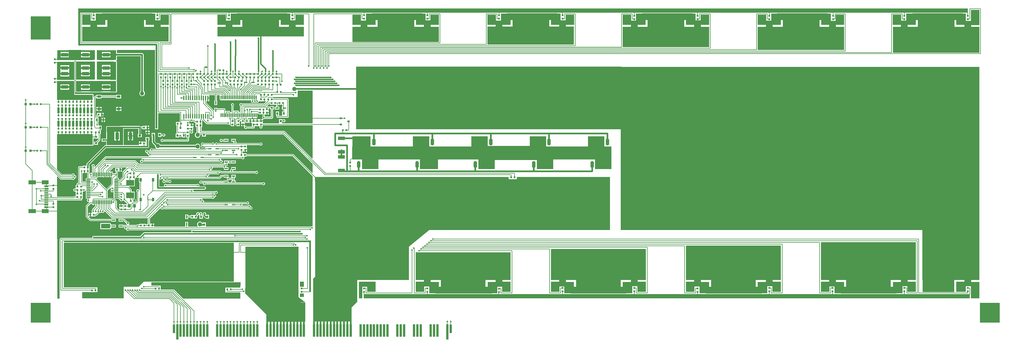
<source format=gbl>
G04*
G04 #@! TF.GenerationSoftware,Altium Limited,Altium Designer,18.1.7 (191)*
G04*
G04 Layer_Physical_Order=2*
G04 Layer_Color=16711680*
%FSLAX44Y44*%
%MOMM*%
G71*
G01*
G75*
%ADD11C,0.2000*%
%ADD14R,0.8000X0.8000*%
%ADD15R,0.2000X0.6000*%
%ADD16R,0.6000X0.2000*%
%ADD17R,1.1500X0.6000*%
%ADD18R,1.1500X0.3000*%
%ADD19R,0.7000X3.8000*%
%ADD20R,0.7000X2.6000*%
%ADD21R,0.7000X4.6000*%
%ADD42C,0.5000*%
%ADD43C,0.4000*%
%ADD44C,0.3000*%
%ADD46R,0.4000X0.6000*%
%ADD47R,0.6000X0.4000*%
%ADD70R,26.0000X5.4000*%
%ADD75R,26.0000X3.0000*%
%ADD77R,26.0000X4.5000*%
%ADD81R,2.0000X1.2000*%
%ADD82R,2.3000X1.2000*%
%ADD83R,6.0000X6.0000*%
%ADD84R,6.0000X7.0000*%
%ADD85C,0.5080*%
%ADD86C,0.4800*%
%ADD87C,1.2700*%
%ADD88R,0.6000X0.6000*%
%ADD89R,1.1000X0.7000*%
%ADD90R,0.6000X0.6000*%
%ADD91R,0.4500X1.0000*%
%ADD92R,2.4000X1.7000*%
%ADD93R,0.8000X0.5500*%
%ADD94R,1.2000X0.3000*%
%ADD95R,0.3000X1.2000*%
%ADD96R,0.3000X1.4500*%
%ADD97R,0.5500X0.8000*%
%ADD98R,0.7000X1.1000*%
%ADD99R,1.8000X3.4000*%
G04:AMPARAMS|DCode=100|XSize=2mm|YSize=1mm|CornerRadius=0mm|HoleSize=0mm|Usage=FLASHONLY|Rotation=270.000|XOffset=0mm|YOffset=0mm|HoleType=Round|Shape=Octagon|*
%AMOCTAGOND100*
4,1,8,-0.2500,-1.0000,0.2500,-1.0000,0.5000,-0.7500,0.5000,0.7500,0.2500,1.0000,-0.2500,1.0000,-0.5000,0.7500,-0.5000,-0.7500,-0.2500,-1.0000,0.0*
%
%ADD100OCTAGOND100*%

%ADD101R,1.0000X2.0000*%
%ADD102R,0.9300X0.9800*%
%ADD103R,1.0000X0.4500*%
%ADD104R,1.1000X2.0000*%
%ADD105R,2.0000X1.1000*%
%ADD106O,0.3500X1.3500*%
%ADD107C,0.6000*%
%ADD108R,0.8000X18.1000*%
%ADD109R,58.1000X1.2000*%
%ADD110R,28.0000X4.2000*%
%ADD111R,2.8000X1.4000*%
%ADD112R,10.9000X4.5000*%
%ADD113R,12.0000X1.8000*%
%ADD114R,266.8000X1.3000*%
%ADD115R,181.8000X1.3000*%
%ADD116R,107.6000X49.0000*%
%ADD117R,88.5000X15.2000*%
%ADD118R,1.7000X3.0000*%
%ADD119R,4.4000X0.8067*%
%ADD120R,3.5000X0.6000*%
%ADD121R,1.5000X3.0000*%
%ADD122R,1.5000X5.4000*%
%ADD123R,4.7000X2.4000*%
%ADD124R,0.9000X2.6000*%
%ADD125R,0.9000X2.6000*%
%ADD126R,4.4000X1.0000*%
%ADD127R,4.4000X1.0000*%
%ADD128R,1.7000X5.4000*%
%ADD129R,9.8000X0.6000*%
%ADD130R,1.0000X3.1933*%
%ADD131R,1.8000X3.1933*%
%ADD132R,10.7000X1.0000*%
%ADD133R,9.3000X0.6000*%
%ADD134R,3.6000X3.1933*%
%ADD135R,1.5000X3.2067*%
%ADD136R,1.5000X3.0000*%
%ADD137R,3.7000X2.7000*%
%ADD138R,1.3000X1.1000*%
%ADD139R,1.3000X1.5000*%
%ADD140R,0.6000X15.5000*%
%ADD141R,74.1000X0.5000*%
%ADD142R,2.6000X3.1000*%
%ADD143R,6.5000X3.9000*%
%ADD144R,2.4000X4.3000*%
%ADD145R,5.5000X1.9000*%
%ADD146R,18.0000X1.8000*%
%ADD147R,17.1000X18.7000*%
%ADD148R,9.6000X4.1000*%
%ADD149R,2.0000X2.1000*%
%ADD150R,3.0000X3.1000*%
%ADD151R,2.6000X5.0000*%
%ADD152R,28.5000X11.4000*%
%ADD153R,13.5000X4.5000*%
%ADD154R,2.0000X3.7000*%
%ADD155R,3.0000X3.5000*%
%ADD156R,2.6000X3.1000*%
%ADD157R,16.6000X2.0000*%
%ADD158R,28.5000X10.4000*%
%ADD159R,16.6000X2.0000*%
%ADD160R,28.5000X9.4000*%
%ADD161R,17.0000X2.0000*%
%ADD162R,28.5000X8.4000*%
%ADD163R,2.0000X2.3000*%
%ADD164R,2.0000X3.8000*%
%ADD165R,11.1000X4.4000*%
%ADD166R,26.0000X7.8000*%
%ADD167R,2.0000X3.6000*%
%ADD168R,2.0000X2.0000*%
%ADD169R,15.1000X2.0000*%
%ADD170R,2.6000X4.6000*%
%ADD171R,26.0000X7.0000*%
%ADD172R,26.0000X6.2000*%
%ADD173R,26.0000X4.6000*%
%ADD174R,5.0000X1.5000*%
%ADD175R,1.0000X5.0000*%
%ADD176R,13.6000X3.3000*%
%ADD177R,16.7000X1.9000*%
%ADD178R,5.5000X1.0000*%
%ADD179R,18.6000X2.2000*%
%ADD180R,26.8000X1.0000*%
%ADD181R,16.0000X13.0000*%
%ADD182R,11.6067X12.8000*%
%ADD183R,51.0000X11.7000*%
%ADD184R,11.6067X5.8000*%
%ADD185R,10.7000X3.3000*%
%ADD186R,10.7000X1.6000*%
%ADD187R,3.6000X0.7000*%
%ADD188R,3.6000X1.4000*%
%ADD189R,1.5000X5.4000*%
%ADD190R,1.0000X5.4000*%
%ADD191R,1.0000X4.2000*%
%ADD192R,1.0000X4.4000*%
%ADD193R,4.9000X1.5000*%
%ADD194R,2.3000X4.4000*%
%ADD195R,10.7000X0.8067*%
%ADD196R,4.8933X1.4000*%
%ADD197R,0.2000X1.4000*%
%ADD198R,0.8000X1.8000*%
%ADD199R,0.2000X3.0000*%
%ADD200R,1.1000X3.0000*%
%ADD201R,1.5000X4.8933*%
%ADD202R,2.6000X0.9000*%
%ADD203R,1.0000X2.7933*%
%ADD204R,0.6000X3.5000*%
%ADD205R,1.0000X4.2000*%
%ADD206R,28.2000X19.3000*%
%ADD207R,4.9000X3.9000*%
%ADD208R,77.7000X4.0000*%
%ADD209R,5.4067X3.2000*%
%ADD210R,4.9000X3.2000*%
%ADD211R,5.4933X3.2000*%
%ADD212R,19.9000X4.2000*%
G36*
X938412Y1719941D02*
Y1494500D01*
X938250D01*
Y1482500D01*
X947750D01*
Y1494500D01*
X947588D01*
Y1529927D01*
X948858Y1530970D01*
X949000Y1530941D01*
X1012941D01*
Y1509000D01*
X1012941Y1509000D01*
X1012941Y1509000D01*
Y1504898D01*
X1012043Y1504000D01*
X1011013Y1504000D01*
X1009743Y1504000D01*
X1000853D01*
Y1494000D01*
X1002794D01*
Y1486080D01*
X1002794Y1486080D01*
X1002941Y1485341D01*
Y1473080D01*
X1003174Y1471909D01*
X1003837Y1470917D01*
X1004057Y1470770D01*
X1003672Y1469500D01*
X1000750D01*
Y1457500D01*
X1010250D01*
Y1459941D01*
X1011752D01*
X1011828Y1459828D01*
X1013283Y1458855D01*
X1015000Y1458514D01*
X1016717Y1458855D01*
X1018172Y1459828D01*
X1018480Y1460288D01*
X1019750Y1459903D01*
Y1457500D01*
X1029250D01*
Y1469500D01*
X1030304Y1470021D01*
X1031102D01*
X1032000Y1469123D01*
X1032000Y1468080D01*
X1032000Y1466810D01*
Y1457920D01*
X1033941D01*
Y1452059D01*
X963248D01*
X963172Y1452172D01*
X961717Y1453145D01*
X960000Y1453486D01*
X958283Y1453145D01*
X956828Y1452172D01*
X955855Y1450717D01*
X955514Y1449000D01*
X955855Y1447283D01*
X956828Y1445828D01*
X958283Y1444855D01*
X960000Y1444514D01*
X961717Y1444855D01*
X963172Y1445828D01*
X963248Y1445941D01*
X1037000D01*
X1038170Y1446174D01*
X1039163Y1446837D01*
X1039826Y1447829D01*
X1040059Y1449000D01*
X1040051Y1449040D01*
X1040059Y1449080D01*
Y1457920D01*
X1042000D01*
Y1466810D01*
X1042000Y1467920D01*
X1042000Y1469190D01*
Y1477678D01*
X1042000Y1478080D01*
X1042079Y1478164D01*
X1043226Y1478920D01*
X1044941D01*
Y1477248D01*
X1044828Y1477172D01*
X1043855Y1475717D01*
X1043514Y1474000D01*
X1043855Y1472283D01*
X1044828Y1470828D01*
X1046283Y1469855D01*
X1048000Y1469514D01*
X1049717Y1469855D01*
X1051172Y1470828D01*
X1052145Y1472283D01*
X1052486Y1474000D01*
X1052145Y1475717D01*
X1051172Y1477172D01*
X1051059Y1477248D01*
Y1478920D01*
X1052933D01*
Y1488540D01*
X1053473D01*
Y1492810D01*
X1047933D01*
Y1494080D01*
X1046663D01*
Y1499620D01*
X1042393D01*
X1042083Y1499460D01*
X1041159Y1500289D01*
X1041097Y1500380D01*
X1041419Y1502000D01*
X1041078Y1503717D01*
X1040440Y1504671D01*
X1041066Y1505941D01*
X1044685D01*
X1044761Y1505828D01*
X1046216Y1504855D01*
X1047933Y1504514D01*
X1049650Y1504855D01*
X1051105Y1505828D01*
X1051181Y1505941D01*
X1053586D01*
X1056690Y1502837D01*
X1057682Y1502174D01*
X1058853Y1501941D01*
X1059920D01*
Y1500000D01*
X1059920D01*
Y1499000D01*
X1059920D01*
Y1489000D01*
X1062941D01*
Y1472771D01*
X1061789Y1472294D01*
X1060045Y1470955D01*
X1058706Y1469211D01*
X1057865Y1467180D01*
X1057578Y1465000D01*
X1057865Y1462820D01*
X1058706Y1460789D01*
X1060045Y1459045D01*
X1061789Y1457706D01*
X1063820Y1456865D01*
X1066000Y1456578D01*
X1068180Y1456865D01*
X1070211Y1457706D01*
X1071955Y1459045D01*
X1073294Y1460789D01*
X1074135Y1462820D01*
X1074422Y1465000D01*
X1075247Y1465941D01*
X1079460D01*
Y1460460D01*
X1090540D01*
Y1465941D01*
X1323733Y1465941D01*
X1410730Y1378944D01*
Y1352255D01*
X1409557Y1351769D01*
X1354163Y1407163D01*
X1353170Y1407826D01*
X1352000Y1408059D01*
X1352000Y1408059D01*
X1213080D01*
Y1410000D01*
X1203080D01*
X1203080Y1410000D01*
X1202920D01*
Y1410000D01*
X1202296D01*
X1201059Y1411243D01*
Y1415022D01*
X1201957Y1415920D01*
X1202414Y1415920D01*
X1203460Y1415380D01*
X1204046Y1415380D01*
X1207730D01*
Y1420920D01*
X1209000D01*
Y1422190D01*
X1214540D01*
Y1426460D01*
X1214000D01*
Y1434941D01*
X1252752D01*
X1252828Y1434828D01*
X1254283Y1433855D01*
X1256000Y1433514D01*
X1257717Y1433855D01*
X1259172Y1434828D01*
X1260145Y1436283D01*
X1260486Y1438000D01*
X1260145Y1439717D01*
X1259172Y1441172D01*
X1257717Y1442145D01*
X1256000Y1442486D01*
X1254283Y1442145D01*
X1252828Y1441172D01*
X1252752Y1441059D01*
X1183395D01*
X1182353Y1442329D01*
X1182486Y1443000D01*
X1182145Y1444717D01*
X1181172Y1446172D01*
X1181059Y1446248D01*
Y1450000D01*
X1181000Y1450296D01*
Y1453250D01*
X1167000D01*
Y1444750D01*
X1172567D01*
X1173609Y1443480D01*
X1173514Y1443000D01*
X1173647Y1442329D01*
X1172605Y1441059D01*
X1125248D01*
X1125172Y1441172D01*
X1123717Y1442145D01*
X1122000Y1442486D01*
X1120283Y1442145D01*
X1118828Y1441172D01*
X1117855Y1439717D01*
X1117647Y1438672D01*
X1116353D01*
X1116145Y1439717D01*
X1115172Y1441172D01*
X1113717Y1442145D01*
X1112000Y1442486D01*
X1110283Y1442145D01*
X1108828Y1441172D01*
X1108752Y1441059D01*
X1084248D01*
X1084172Y1441172D01*
X1082717Y1442145D01*
X1081000Y1442486D01*
X1079283Y1442145D01*
X1077828Y1441172D01*
X1076855Y1439717D01*
X1076514Y1438000D01*
X1076855Y1436283D01*
X1077828Y1434828D01*
Y1434172D01*
X1076855Y1432717D01*
X1076514Y1431000D01*
X1076855Y1429283D01*
X1077828Y1427828D01*
X1079283Y1426855D01*
X1081000Y1426514D01*
X1082717Y1426855D01*
X1084172Y1427828D01*
X1084248Y1427941D01*
X1089387D01*
X1089441Y1427804D01*
X1089598Y1426671D01*
X1088837Y1426163D01*
X1088837Y1426163D01*
X1086733Y1424059D01*
X1072594D01*
X1072173Y1425329D01*
X1073294Y1426789D01*
X1074135Y1428820D01*
X1074422Y1431000D01*
X1074135Y1433180D01*
X1073294Y1435211D01*
X1071955Y1436955D01*
X1070211Y1438294D01*
X1068180Y1439135D01*
X1066000Y1439422D01*
X1063820Y1439135D01*
X1061789Y1438294D01*
X1060045Y1436955D01*
X1058996Y1435588D01*
X954552D01*
X954294Y1436211D01*
X952955Y1437955D01*
X951211Y1439294D01*
X949180Y1440135D01*
X947000Y1440422D01*
X944820Y1440135D01*
X944490Y1439998D01*
X938588Y1445901D01*
Y1464000D01*
X938250Y1465700D01*
Y1471500D01*
X928750D01*
Y1459500D01*
X929412D01*
Y1444000D01*
X929761Y1442244D01*
X930756Y1440756D01*
X938687Y1432825D01*
X938578Y1432000D01*
X938865Y1429820D01*
X939706Y1427789D01*
X941045Y1426045D01*
X941978Y1425329D01*
X941547Y1424059D01*
X931248D01*
X931172Y1424172D01*
X929717Y1425145D01*
X928000Y1425486D01*
X926283Y1425145D01*
X924828Y1424172D01*
X923855Y1422717D01*
X923514Y1421000D01*
X923647Y1420329D01*
X922605Y1419059D01*
X916248D01*
X916172Y1419172D01*
X914717Y1420145D01*
X913000Y1420486D01*
X911283Y1420145D01*
X909828Y1419172D01*
X908855Y1417717D01*
X908514Y1416000D01*
X908855Y1414283D01*
X909828Y1412828D01*
X911283Y1411855D01*
X912347Y1411644D01*
X913514Y1411000D01*
X913855Y1409283D01*
X914828Y1407828D01*
X916283Y1406855D01*
X918000Y1406514D01*
X918644Y1405347D01*
X918855Y1404283D01*
X919828Y1402828D01*
X920575Y1402329D01*
X920189Y1401059D01*
X791000D01*
X789829Y1400826D01*
X788837Y1400163D01*
X788837Y1400163D01*
X757961Y1369286D01*
X756603Y1369725D01*
X756539Y1370125D01*
X757277Y1371229D01*
X757629Y1373000D01*
X757277Y1374771D01*
X756273Y1376273D01*
X754771Y1377277D01*
X753000Y1377629D01*
X751229Y1377277D01*
X749727Y1376273D01*
X748723Y1374771D01*
X748371Y1373000D01*
X748723Y1371229D01*
X749727Y1369727D01*
X749874Y1369628D01*
Y1355000D01*
X749433D01*
Y1351694D01*
X748163Y1351015D01*
X747771Y1351277D01*
X746000Y1351629D01*
X744229Y1351277D01*
X742727Y1350273D01*
X742329Y1349677D01*
X741059Y1350063D01*
Y1352000D01*
X742080D01*
Y1362000D01*
X742080D01*
Y1363000D01*
X742080D01*
Y1373000D01*
X741078D01*
Y1376311D01*
X791189Y1426422D01*
X915933D01*
X917494Y1426732D01*
X918817Y1427616D01*
X919701Y1428939D01*
X920011Y1430500D01*
Y1448750D01*
X921933D01*
Y1458250D01*
X909933D01*
Y1448750D01*
X911855D01*
Y1435870D01*
X911850Y1435867D01*
X910580Y1436536D01*
Y1445000D01*
X900960D01*
Y1445540D01*
X896690D01*
Y1440000D01*
X895420D01*
Y1438730D01*
X889880D01*
Y1434578D01*
X845318D01*
X844972Y1435000D01*
Y1449000D01*
X844972Y1449000D01*
Y1475000D01*
X844972Y1475000D01*
Y1483922D01*
X888422D01*
Y1467750D01*
X886933D01*
Y1458250D01*
X898933D01*
Y1467750D01*
X896578D01*
Y1484441D01*
X900420D01*
Y1482500D01*
X910040D01*
Y1481960D01*
X914310D01*
Y1487500D01*
Y1493040D01*
X910040D01*
Y1492500D01*
X900420D01*
Y1490559D01*
X895601D01*
X895384Y1490884D01*
X894061Y1491768D01*
X892500Y1492078D01*
X835500D01*
X835303Y1492039D01*
X793933D01*
X793153Y1491884D01*
X792491Y1491442D01*
X792049Y1490780D01*
X791894Y1490000D01*
Y1484000D01*
Y1475000D01*
Y1453569D01*
X790433D01*
Y1454750D01*
X778433D01*
Y1445250D01*
X790433D01*
Y1446431D01*
X791894D01*
Y1440000D01*
X791961Y1439663D01*
Y1435000D01*
X791615Y1434578D01*
X789500D01*
X789500Y1434578D01*
X787939Y1434268D01*
X786616Y1433384D01*
X734116Y1380884D01*
X733232Y1379561D01*
X732922Y1378000D01*
X732922Y1378000D01*
Y1373648D01*
X731920Y1373000D01*
X721920D01*
Y1371059D01*
X711000D01*
X709829Y1370826D01*
X708837Y1370163D01*
X708174Y1369171D01*
X707941Y1368000D01*
Y1321059D01*
X706000D01*
X704829Y1320826D01*
X703837Y1320163D01*
X703174Y1319171D01*
X702941Y1318000D01*
Y1315080D01*
X701000D01*
X701000Y1304948D01*
X699957Y1304254D01*
X699730Y1304285D01*
X698000Y1304629D01*
X696229Y1304277D01*
X694727Y1303273D01*
X693723Y1301771D01*
X693371Y1300000D01*
X693723Y1298229D01*
X694727Y1296727D01*
X696229Y1295723D01*
X698000Y1295371D01*
X699730Y1295715D01*
X699957Y1295746D01*
X700188Y1295592D01*
X701000Y1294920D01*
Y1294080D01*
X701000D01*
Y1285190D01*
X701000Y1284080D01*
X701000Y1282957D01*
X700102Y1282059D01*
X696000D01*
X694829Y1281826D01*
X693837Y1281163D01*
X692733Y1280059D01*
X645000D01*
X645000Y1340015D01*
X646173Y1340501D01*
X653837Y1332837D01*
X653837Y1332837D01*
X654829Y1332174D01*
X656000Y1331941D01*
X689584D01*
X689727Y1331727D01*
X691229Y1330723D01*
X693000Y1330371D01*
X694771Y1330723D01*
X696273Y1331727D01*
X697277Y1333229D01*
X697466Y1334182D01*
X697885Y1335115D01*
X698818Y1335534D01*
X699771Y1335723D01*
X701273Y1336727D01*
X702277Y1338229D01*
X702629Y1340000D01*
X702277Y1341771D01*
X701273Y1343273D01*
X699771Y1344277D01*
X698000Y1344629D01*
X697629Y1345000D01*
X697277Y1346771D01*
X696273Y1348273D01*
X694771Y1349277D01*
X693000Y1349629D01*
X691229Y1349277D01*
X689727Y1348273D01*
X689584Y1348059D01*
X659267D01*
X645000Y1362326D01*
Y1432961D01*
X751933D01*
X752713Y1433116D01*
X753375Y1433558D01*
X753817Y1434220D01*
X753972Y1435000D01*
Y1456441D01*
X755433D01*
Y1454750D01*
X767433D01*
X767941Y1453690D01*
Y1451334D01*
X761857Y1445250D01*
X755433D01*
Y1435750D01*
X767433D01*
Y1442174D01*
X773163Y1447904D01*
X773163Y1447904D01*
X773826Y1448896D01*
X774059Y1450067D01*
X774059Y1450067D01*
Y1468000D01*
X776080D01*
Y1478000D01*
X776080Y1478000D01*
X776371Y1479149D01*
X776826Y1479830D01*
X777059Y1481000D01*
X778136Y1481500D01*
X778750D01*
Y1493500D01*
X770149D01*
X769922Y1493677D01*
X769241Y1494766D01*
X769486Y1496000D01*
X769145Y1497717D01*
X768172Y1499172D01*
X768059Y1499248D01*
Y1504500D01*
X769250D01*
Y1516500D01*
X768059D01*
Y1520813D01*
X768246Y1521000D01*
X773540D01*
Y1520460D01*
X777810D01*
Y1526000D01*
Y1531540D01*
X773540D01*
Y1531000D01*
X763920D01*
Y1525326D01*
X762837Y1524243D01*
X762174Y1523250D01*
X761941Y1522080D01*
X761941Y1522080D01*
Y1516500D01*
X760059D01*
Y1574733D01*
X761730Y1576404D01*
X763000Y1575878D01*
Y1575000D01*
X778000D01*
Y1577441D01*
X822000D01*
Y1575000D01*
X837000D01*
Y1586000D01*
X822000D01*
Y1583559D01*
X778000D01*
Y1586000D01*
X763000D01*
Y1583559D01*
X761500D01*
X760330Y1583326D01*
X759337Y1582663D01*
X755242Y1578568D01*
X753972Y1579094D01*
Y1586000D01*
X753817Y1586780D01*
X753375Y1587442D01*
X752713Y1587884D01*
X751933Y1588039D01*
X698039D01*
Y1626933D01*
X697884Y1627713D01*
X697442Y1628375D01*
Y1629491D01*
X697884Y1630153D01*
X698039Y1630933D01*
Y1684933D01*
X697884Y1685713D01*
X697442Y1686375D01*
X696969Y1686691D01*
X697017Y1687493D01*
X697180Y1687961D01*
X700445D01*
X700830Y1686691D01*
X700558Y1686509D01*
X700116Y1685847D01*
X699961Y1685067D01*
Y1631067D01*
X700116Y1630287D01*
X700558Y1629625D01*
Y1628509D01*
X700116Y1627847D01*
X699961Y1627067D01*
Y1595000D01*
X700116Y1594220D01*
X700558Y1593558D01*
X701220Y1593116D01*
X702000Y1592961D01*
X711664D01*
X712000Y1592894D01*
X810000D01*
X810337Y1592961D01*
X822000D01*
X822780Y1593116D01*
X823442Y1593558D01*
X823884Y1594220D01*
X824039Y1595000D01*
Y1626933D01*
X823884Y1627713D01*
X823442Y1628375D01*
Y1629491D01*
X823884Y1630153D01*
X824039Y1630933D01*
Y1684933D01*
X823884Y1685713D01*
X823442Y1686375D01*
X822780Y1686817D01*
X822770Y1686819D01*
Y1688114D01*
X822780Y1688116D01*
X823442Y1688558D01*
X823884Y1689220D01*
X824039Y1690000D01*
Y1701412D01*
X895412D01*
Y1597004D01*
X894045Y1595955D01*
X892706Y1594211D01*
X891865Y1592180D01*
X891578Y1590000D01*
X891865Y1587820D01*
X892706Y1585789D01*
X894045Y1584045D01*
X895789Y1582706D01*
X897820Y1581865D01*
X900000Y1581578D01*
X902180Y1581865D01*
X904211Y1582706D01*
X905955Y1584045D01*
X907294Y1585789D01*
X908135Y1587820D01*
X908422Y1590000D01*
X908135Y1592180D01*
X907294Y1594211D01*
X905955Y1595955D01*
X904588Y1597004D01*
Y1706000D01*
X904239Y1707756D01*
X903244Y1709244D01*
X901756Y1710239D01*
X900000Y1710588D01*
X824039D01*
Y1719941D01*
X938412D01*
D02*
G37*
G36*
X1117874Y1569000D02*
X1116683D01*
Y1555000D01*
X1125183D01*
Y1569000D01*
X1123992D01*
Y1584941D01*
X1131976D01*
X1132793Y1583671D01*
X1132610Y1582750D01*
Y1572750D01*
X1132901Y1571287D01*
X1133729Y1570046D01*
X1134970Y1569218D01*
X1136433Y1568927D01*
X1137896Y1569218D01*
X1138933Y1569910D01*
X1139970Y1569218D01*
X1141433Y1568927D01*
X1142896Y1569218D01*
X1143933Y1569910D01*
X1144970Y1569218D01*
X1146433Y1568927D01*
X1147896Y1569218D01*
X1148933Y1569910D01*
X1149970Y1569218D01*
X1151433Y1568927D01*
X1152896Y1569218D01*
X1153933Y1569910D01*
X1154970Y1569218D01*
X1156433Y1568927D01*
X1157896Y1569218D01*
X1158933Y1569910D01*
X1159970Y1569218D01*
X1161433Y1568927D01*
X1162896Y1569218D01*
X1163933Y1569910D01*
X1164970Y1569218D01*
X1166433Y1568927D01*
X1167896Y1569218D01*
X1168933Y1569910D01*
X1169970Y1569218D01*
X1171433Y1568927D01*
X1172896Y1569218D01*
X1173933Y1569910D01*
X1174970Y1569218D01*
X1176433Y1568927D01*
X1177896Y1569218D01*
X1178933Y1569910D01*
X1179970Y1569218D01*
X1181433Y1568927D01*
X1182896Y1569218D01*
X1183933Y1569910D01*
X1184970Y1569218D01*
X1186433Y1568927D01*
X1187896Y1569218D01*
X1188933Y1569910D01*
X1189970Y1569218D01*
X1191433Y1568927D01*
X1192896Y1569218D01*
X1193933Y1569910D01*
X1194970Y1569218D01*
X1196433Y1568927D01*
X1197896Y1569218D01*
X1198933Y1569910D01*
X1199970Y1569218D01*
X1201433Y1568927D01*
X1202896Y1569218D01*
X1203933Y1569910D01*
X1204970Y1569218D01*
X1206433Y1568927D01*
X1207896Y1569218D01*
X1208933Y1569910D01*
X1209970Y1569218D01*
X1211433Y1568927D01*
X1212896Y1569218D01*
X1213933Y1569910D01*
X1214970Y1569218D01*
X1216433Y1568927D01*
X1217896Y1569218D01*
X1218933Y1569910D01*
X1219970Y1569218D01*
X1221433Y1568927D01*
X1222896Y1569218D01*
X1223933Y1569910D01*
X1224970Y1569218D01*
X1226112Y1568990D01*
X1226678Y1568091D01*
X1226788Y1567717D01*
X1226447Y1566000D01*
X1226788Y1564283D01*
X1227761Y1562828D01*
X1229216Y1561855D01*
X1230933Y1561514D01*
X1232650Y1561855D01*
X1234105Y1562828D01*
X1234761D01*
X1236216Y1561855D01*
X1237933Y1561514D01*
X1239650Y1561855D01*
X1241105Y1562828D01*
X1242246Y1562548D01*
X1243283Y1561855D01*
X1245000Y1561514D01*
X1246717Y1561855D01*
X1248172Y1562828D01*
X1249145Y1564283D01*
X1249486Y1566000D01*
X1271015D01*
X1271501Y1564827D01*
X1265733Y1559059D01*
X1199181D01*
X1199105Y1559172D01*
X1197650Y1560145D01*
X1195933Y1560486D01*
X1194216Y1560145D01*
X1192761Y1559172D01*
X1191788Y1557717D01*
X1191447Y1556000D01*
X1191788Y1554283D01*
X1192761Y1552828D01*
X1193374Y1552418D01*
Y1533874D01*
X1192104Y1532940D01*
X1191433Y1533073D01*
X1190974Y1532982D01*
X1189992Y1533788D01*
Y1535000D01*
X1189759Y1536171D01*
X1189096Y1537163D01*
X1188104Y1537826D01*
X1186933Y1538059D01*
X1176433D01*
X1175329Y1537839D01*
X1175246Y1537836D01*
X1174059Y1538549D01*
Y1552752D01*
X1174172Y1552828D01*
X1175145Y1554283D01*
X1175486Y1556000D01*
X1175145Y1557717D01*
X1174172Y1559172D01*
X1172717Y1560145D01*
X1171000Y1560486D01*
X1169283Y1560145D01*
X1167828Y1559172D01*
X1166855Y1557717D01*
X1166514Y1556000D01*
X1166855Y1554283D01*
X1167828Y1552828D01*
X1167941Y1552752D01*
Y1534068D01*
X1166671Y1533026D01*
X1166433Y1533073D01*
X1165262Y1532840D01*
X1163992Y1533540D01*
Y1534000D01*
X1163759Y1535170D01*
X1163096Y1536163D01*
X1162104Y1536826D01*
X1160933Y1537059D01*
X1151933D01*
X1150762Y1536826D01*
X1150762Y1536826D01*
X1149492Y1537504D01*
Y1542000D01*
X1149259Y1543170D01*
X1148596Y1544163D01*
X1147604Y1544826D01*
X1146433Y1545059D01*
X1125183D01*
Y1547000D01*
X1116683D01*
Y1539174D01*
X1116125Y1538873D01*
X1115413Y1538789D01*
X1115163Y1539163D01*
X1115163Y1539163D01*
X1092992Y1561334D01*
Y1566210D01*
X1095363D01*
Y1576000D01*
X1096633D01*
Y1577270D01*
X1100673D01*
Y1584941D01*
X1117874D01*
Y1569000D01*
D02*
G37*
G36*
X1284000Y1542000D02*
X1285941D01*
Y1520059D01*
X1267248D01*
X1267172Y1520172D01*
X1267059Y1520248D01*
Y1527000D01*
X1268393D01*
Y1526380D01*
X1272663D01*
Y1531920D01*
X1273933D01*
Y1533190D01*
X1279473D01*
Y1537460D01*
X1278933D01*
Y1544941D01*
X1284000D01*
Y1542000D01*
D02*
G37*
G36*
X1410730Y1500059D02*
X1320837D01*
X1319750Y1500500D01*
X1319750Y1501329D01*
Y1504941D01*
X1321752D01*
X1321828Y1504828D01*
X1323283Y1503855D01*
X1325000Y1503514D01*
X1326717Y1503855D01*
X1328172Y1504828D01*
X1329145Y1506283D01*
X1329486Y1508000D01*
X1329145Y1509717D01*
X1328172Y1511172D01*
X1326717Y1512145D01*
X1325000Y1512486D01*
X1323283Y1512145D01*
X1321828Y1511172D01*
X1321752Y1511059D01*
X1319750D01*
Y1512500D01*
X1310250D01*
X1310250Y1500500D01*
X1309163Y1500059D01*
X1261000D01*
Y1501540D01*
X1261540D01*
Y1505810D01*
X1256000D01*
Y1507080D01*
X1254730D01*
Y1512620D01*
X1250460D01*
Y1512620D01*
X1246203D01*
Y1507080D01*
X1243663D01*
Y1512620D01*
X1239473D01*
Y1512700D01*
X1235203D01*
Y1507160D01*
X1232663D01*
Y1512700D01*
X1228393D01*
Y1512540D01*
X1225283D01*
Y1507000D01*
Y1501460D01*
X1228933D01*
Y1492000D01*
X1228139Y1491059D01*
X1213248D01*
X1213172Y1491172D01*
X1211717Y1492145D01*
X1210000Y1492486D01*
X1208743Y1492236D01*
X1207473Y1493015D01*
Y1495650D01*
X1203203D01*
Y1491380D01*
X1205439D01*
X1206118Y1490110D01*
X1205855Y1489717D01*
X1205514Y1488000D01*
X1205855Y1486283D01*
X1206828Y1484828D01*
X1208283Y1483855D01*
X1210000Y1483514D01*
X1211717Y1483855D01*
X1213172Y1484828D01*
X1213248Y1484941D01*
X1234000D01*
X1235171Y1485174D01*
X1236163Y1485837D01*
X1236826Y1486830D01*
X1237059Y1488000D01*
Y1492000D01*
X1238933D01*
Y1492000D01*
X1239933Y1491920D01*
Y1491920D01*
X1240170Y1491920D01*
X1249933D01*
Y1491920D01*
X1251000Y1491920D01*
X1251702Y1491112D01*
X1251851Y1490873D01*
X1251842Y1490650D01*
X1251514Y1489000D01*
X1251855Y1487283D01*
X1252828Y1485828D01*
X1254283Y1484855D01*
X1256000Y1484514D01*
X1257717Y1484855D01*
X1259172Y1485828D01*
X1260145Y1487283D01*
X1260486Y1489000D01*
X1260158Y1490650D01*
X1260150Y1490873D01*
X1260800Y1491920D01*
X1261000D01*
Y1493941D01*
X1410730D01*
Y1395255D01*
X1409557Y1394769D01*
X1328163Y1476163D01*
X1327171Y1476826D01*
X1326000Y1477059D01*
X1326000Y1477059D01*
X1078065D01*
X1078058Y1488102D01*
X1078956Y1489000D01*
X1080080D01*
Y1499000D01*
X1080080D01*
Y1500000D01*
X1080080D01*
Y1509315D01*
X1081350Y1509566D01*
X1081837Y1508837D01*
X1091837Y1498837D01*
X1091837Y1498837D01*
X1092830Y1498174D01*
X1094000Y1497941D01*
X1094000Y1497941D01*
X1154752D01*
X1154828Y1497828D01*
X1156283Y1496855D01*
X1158000Y1496514D01*
X1159717Y1496855D01*
X1160671Y1497493D01*
X1161621Y1497124D01*
X1161962Y1496897D01*
X1162174Y1495829D01*
X1162837Y1494837D01*
X1163829Y1494174D01*
X1165000Y1493941D01*
X1165933D01*
Y1491920D01*
X1175933D01*
Y1501920D01*
X1175933D01*
Y1502080D01*
X1175933D01*
Y1505704D01*
X1175992Y1506000D01*
Y1509000D01*
X1175933Y1509296D01*
Y1512080D01*
X1174492D01*
Y1514626D01*
X1175762Y1515560D01*
X1176433Y1515426D01*
X1176934Y1515526D01*
X1177961Y1514435D01*
X1177874Y1514000D01*
Y1497000D01*
X1177874Y1497000D01*
X1178107Y1495829D01*
X1178770Y1494837D01*
X1178850Y1494757D01*
X1178850Y1494757D01*
X1179843Y1494094D01*
X1181013Y1493861D01*
X1182933D01*
Y1491920D01*
X1192933D01*
Y1501920D01*
X1192933D01*
Y1502080D01*
X1192933D01*
Y1505941D01*
X1194103Y1506174D01*
X1195096Y1506837D01*
X1195760Y1507501D01*
X1196933Y1507015D01*
Y1502460D01*
X1196393D01*
Y1498190D01*
X1201933D01*
X1207473D01*
Y1502460D01*
X1206933D01*
Y1512080D01*
X1204492D01*
Y1514626D01*
X1205762Y1515560D01*
X1206433Y1515426D01*
X1207107Y1515561D01*
X1207991Y1515565D01*
X1208556Y1514653D01*
X1208607Y1514396D01*
X1209270Y1513404D01*
X1209501Y1513173D01*
X1209015Y1512000D01*
X1208853D01*
Y1502000D01*
X1218473D01*
Y1501460D01*
X1222743D01*
Y1507000D01*
Y1512540D01*
X1218473D01*
Y1512000D01*
X1216992D01*
Y1513067D01*
X1216767Y1514198D01*
X1216761Y1514243D01*
X1217368Y1515612D01*
X1217896Y1515717D01*
X1218933Y1516410D01*
X1219970Y1515717D01*
X1221433Y1515426D01*
X1222896Y1515717D01*
X1223933Y1516410D01*
X1224970Y1515717D01*
X1226433Y1515426D01*
X1227896Y1515717D01*
X1228447Y1516086D01*
X1229759Y1515209D01*
X1230163Y1515128D01*
Y1518777D01*
X1230257Y1519250D01*
Y1524250D01*
X1232609D01*
Y1519250D01*
X1232703Y1518778D01*
Y1515128D01*
X1233107Y1515209D01*
X1234419Y1516086D01*
X1234970Y1515717D01*
X1236433Y1515426D01*
X1237896Y1515717D01*
X1238933Y1516410D01*
X1239970Y1515717D01*
X1241433Y1515426D01*
X1242896Y1515717D01*
X1244137Y1516546D01*
X1244965Y1517787D01*
X1245257Y1519250D01*
Y1529250D01*
X1245154Y1529766D01*
X1246297Y1530530D01*
X1246830Y1530174D01*
X1248000Y1529941D01*
X1248853Y1529100D01*
Y1527000D01*
X1258853D01*
Y1527000D01*
X1259013D01*
Y1527000D01*
X1260941D01*
Y1520248D01*
X1260828Y1520172D01*
X1259855Y1518717D01*
X1259514Y1517000D01*
X1259855Y1515283D01*
X1260786Y1513890D01*
X1260714Y1513540D01*
X1260349Y1512620D01*
X1257270D01*
Y1508350D01*
X1261540D01*
Y1511824D01*
X1261704Y1512052D01*
X1262751Y1512762D01*
X1264000Y1512514D01*
X1265717Y1512855D01*
X1267172Y1513828D01*
X1267248Y1513941D01*
X1289000D01*
X1290170Y1514174D01*
X1291163Y1514837D01*
X1291826Y1515829D01*
X1292059Y1517000D01*
Y1542000D01*
X1294000D01*
Y1545704D01*
X1294059Y1546000D01*
X1294000Y1546296D01*
Y1552000D01*
X1291197D01*
X1291000Y1552039D01*
X1290099D01*
X1290000Y1552059D01*
X1287000D01*
X1287000Y1552059D01*
X1286705Y1552000D01*
X1284000D01*
Y1551059D01*
X1275181D01*
X1274654Y1552329D01*
X1280267Y1557941D01*
X1282920D01*
Y1556000D01*
X1291810D01*
X1292920Y1556000D01*
X1294190Y1556000D01*
X1301941D01*
Y1550250D01*
X1297000D01*
Y1541750D01*
X1311000D01*
Y1550250D01*
X1308059D01*
Y1556000D01*
X1315810D01*
X1316920Y1556000D01*
X1318190Y1556000D01*
X1320374D01*
Y1550250D01*
X1319000D01*
Y1541750D01*
X1321941D01*
Y1535500D01*
X1319750D01*
Y1523500D01*
X1318663Y1523059D01*
X1311337D01*
X1310250Y1523500D01*
Y1535500D01*
X1300750D01*
Y1523500D01*
X1302941D01*
Y1520000D01*
X1303174Y1518829D01*
X1303837Y1517837D01*
X1304830Y1517174D01*
X1306000Y1516941D01*
X1336000D01*
X1337171Y1517174D01*
X1338163Y1517837D01*
X1338826Y1518829D01*
X1339059Y1520000D01*
Y1572000D01*
X1338826Y1573170D01*
X1338163Y1574163D01*
X1337171Y1574826D01*
X1336000Y1575059D01*
X1293080D01*
Y1577000D01*
X1284190D01*
X1283080Y1577000D01*
X1281810Y1577000D01*
X1275679D01*
X1275205Y1578109D01*
X1275939Y1579000D01*
X1366000Y1579000D01*
X1366000Y1597514D01*
X1366898Y1598412D01*
X1410730D01*
Y1500059D01*
D02*
G37*
G36*
X2336000Y1670000D02*
X2336000Y1482000D01*
X1541000Y1482001D01*
X1541000Y1670000D01*
X2336000Y1670000D01*
D02*
G37*
G36*
X1410730Y1341944D02*
Y1192437D01*
X1409460Y1191395D01*
X1409000Y1191486D01*
X1407283Y1191145D01*
X1405828Y1190172D01*
X1405752Y1190059D01*
X1091837Y1190059D01*
X1090750Y1191329D01*
Y1202500D01*
X1081250D01*
Y1202051D01*
X1079980Y1201620D01*
X1078955Y1202955D01*
X1077211Y1204294D01*
X1075180Y1205135D01*
X1073000Y1205422D01*
X1070820Y1205135D01*
X1068789Y1204294D01*
X1067045Y1202955D01*
X1065706Y1201211D01*
X1064865Y1199180D01*
X1064578Y1197000D01*
X1064865Y1194820D01*
X1065706Y1192789D01*
X1066827Y1191329D01*
X1066406Y1190059D01*
X1038044D01*
X1037250Y1191329D01*
Y1205000D01*
X1028750D01*
Y1191000D01*
X1027956Y1190059D01*
X935620D01*
Y1192730D01*
X930080D01*
Y1194000D01*
X928810D01*
Y1199540D01*
X924540D01*
Y1199000D01*
X923059D01*
Y1214733D01*
X954315Y1245990D01*
X955615Y1245493D01*
X955855Y1244283D01*
X956828Y1242828D01*
X958283Y1241855D01*
X960000Y1241514D01*
X961717Y1241855D01*
X963172Y1242828D01*
X963248Y1242941D01*
X1222752D01*
X1222828Y1242828D01*
X1224283Y1241855D01*
X1226000Y1241514D01*
X1227717Y1241855D01*
X1229172Y1242828D01*
X1230145Y1244283D01*
X1230486Y1246000D01*
X1230145Y1247717D01*
X1229172Y1249172D01*
X1227717Y1250145D01*
X1226653Y1250356D01*
X1225817Y1250817D01*
X1225356Y1251653D01*
X1225145Y1252717D01*
X1224172Y1254172D01*
X1222717Y1255145D01*
X1221000Y1255486D01*
X1219283Y1255145D01*
X1217828Y1254172D01*
X1217752Y1254059D01*
X1201395D01*
X1200353Y1255329D01*
X1200486Y1256000D01*
X1200353Y1256671D01*
X1201395Y1257941D01*
X1212752D01*
X1212828Y1257828D01*
X1214283Y1256855D01*
X1216000Y1256514D01*
X1217717Y1256855D01*
X1219172Y1257828D01*
X1220145Y1259283D01*
X1220486Y1261000D01*
X1220145Y1262717D01*
X1219172Y1264172D01*
X1217717Y1265145D01*
X1216000Y1265486D01*
X1214283Y1265145D01*
X1212828Y1264172D01*
X1212752Y1264059D01*
X1086395Y1264059D01*
X1085353Y1265329D01*
X1085486Y1266000D01*
X1085145Y1267717D01*
X1084172Y1269172D01*
X1082717Y1270145D01*
X1081000Y1270486D01*
X1080356Y1271653D01*
X1080145Y1272717D01*
X1079507Y1273671D01*
X1080133Y1274941D01*
X1108752D01*
X1108828Y1274828D01*
X1110283Y1273855D01*
X1112000Y1273514D01*
X1113717Y1273855D01*
X1115172Y1274828D01*
X1116145Y1276283D01*
X1116356Y1277347D01*
X1116817Y1278183D01*
X1117653Y1278644D01*
X1118717Y1278855D01*
X1120172Y1279828D01*
X1121145Y1281283D01*
X1121486Y1283000D01*
X1121145Y1284717D01*
X1120172Y1286172D01*
X1118717Y1287145D01*
X1117653Y1287356D01*
X1117027Y1287701D01*
X1116649Y1288980D01*
X1117400Y1289941D01*
X1118752D01*
X1118828Y1289828D01*
X1120283Y1288855D01*
X1122000Y1288514D01*
X1123717Y1288855D01*
X1125172Y1289828D01*
X1126145Y1291283D01*
X1126486Y1293000D01*
X1126145Y1294717D01*
X1125172Y1296172D01*
X1123717Y1297145D01*
X1122000Y1297486D01*
X1120283Y1297145D01*
X1118828Y1296172D01*
X1118752Y1296059D01*
X1054395Y1296059D01*
X1053353Y1297329D01*
X1053486Y1298000D01*
X1053145Y1299717D01*
X1052861Y1300142D01*
X1053540Y1301412D01*
X1087000D01*
X1088756Y1301761D01*
X1090244Y1302756D01*
X1091239Y1304244D01*
X1091588Y1306000D01*
X1091239Y1307756D01*
X1090244Y1309244D01*
X1088756Y1310239D01*
X1087000Y1310588D01*
X1071540D01*
X1070861Y1311858D01*
X1071145Y1312283D01*
X1071486Y1314000D01*
X1071145Y1315717D01*
X1070172Y1317172D01*
X1068717Y1318145D01*
X1067000Y1318486D01*
X1065283Y1318145D01*
X1063828Y1317172D01*
X1063752Y1317059D01*
X1028135D01*
X1027967Y1317092D01*
X1027798Y1317059D01*
X973248D01*
X973172Y1317172D01*
X971717Y1318145D01*
X970000Y1318486D01*
X968283Y1318145D01*
X966828Y1317172D01*
X965855Y1315717D01*
X965514Y1314000D01*
X965855Y1312283D01*
X966139Y1311858D01*
X965460Y1310588D01*
X951588D01*
Y1331460D01*
X952858Y1332139D01*
X953283Y1331855D01*
X955000Y1331514D01*
X956717Y1331855D01*
X958172Y1332828D01*
X959145Y1334283D01*
X959353Y1335328D01*
X960647D01*
X960855Y1334283D01*
X961828Y1332828D01*
X963283Y1331855D01*
X964328Y1331647D01*
Y1330353D01*
X963283Y1330145D01*
X961828Y1329172D01*
X960855Y1327717D01*
X960514Y1326000D01*
X960855Y1324283D01*
X961828Y1322828D01*
X963283Y1321855D01*
X965000Y1321514D01*
X966717Y1321855D01*
X968172Y1322828D01*
X968248Y1322941D01*
X979752D01*
X979828Y1322828D01*
X981283Y1321855D01*
X983000Y1321514D01*
X984717Y1321855D01*
X986172Y1322828D01*
X987145Y1324283D01*
X987486Y1326000D01*
X987145Y1327717D01*
X986172Y1329172D01*
X984717Y1330145D01*
X983000Y1330486D01*
X981283Y1330145D01*
X979828Y1329172D01*
X979752Y1329059D01*
X968248D01*
X968172Y1329172D01*
X966717Y1330145D01*
X965672Y1330353D01*
Y1331647D01*
X966717Y1331855D01*
X968172Y1332828D01*
X968248Y1332941D01*
X971752D01*
X971828Y1332828D01*
X973283Y1331855D01*
X975000Y1331514D01*
X976717Y1331855D01*
X978172Y1332828D01*
X978248Y1332941D01*
X983000D01*
X983500Y1333041D01*
X984000Y1332941D01*
X1131000Y1332941D01*
X1131000Y1332941D01*
X1132170Y1333174D01*
X1133163Y1333837D01*
X1138267Y1338941D01*
X1145000D01*
Y1337750D01*
X1153686D01*
X1154365Y1336480D01*
X1153855Y1335717D01*
X1153514Y1334000D01*
X1153855Y1332283D01*
X1154828Y1330828D01*
X1156283Y1329855D01*
X1158000Y1329514D01*
X1159717Y1329855D01*
X1161172Y1330828D01*
X1161248Y1330941D01*
X1170941D01*
Y1328250D01*
X1167000D01*
Y1322059D01*
X1159000D01*
Y1328250D01*
X1145000D01*
Y1327059D01*
X1079248D01*
X1079172Y1327172D01*
X1077717Y1328145D01*
X1076000Y1328486D01*
X1074283Y1328145D01*
X1072828Y1327172D01*
X1071855Y1325717D01*
X1071514Y1324000D01*
X1071855Y1322283D01*
X1072828Y1320828D01*
X1074283Y1319855D01*
X1076000Y1319514D01*
X1077717Y1319855D01*
X1079172Y1320828D01*
X1079248Y1320941D01*
X1081605D01*
X1082647Y1319671D01*
X1082514Y1319000D01*
X1082855Y1317283D01*
X1083828Y1315828D01*
X1085283Y1314855D01*
X1087000Y1314514D01*
X1088717Y1314855D01*
X1090172Y1315828D01*
X1090248Y1315941D01*
X1260000D01*
X1260000Y1315941D01*
X1260000Y1315941D01*
X1260752D01*
X1260828Y1315828D01*
X1262283Y1314855D01*
X1264000Y1314514D01*
X1265717Y1314855D01*
X1267172Y1315828D01*
X1268145Y1317283D01*
X1268486Y1319000D01*
X1268145Y1320717D01*
X1267172Y1322172D01*
X1265717Y1323145D01*
X1264000Y1323486D01*
X1262283Y1323145D01*
X1260828Y1322172D01*
X1260752Y1322059D01*
X1181000D01*
Y1328250D01*
X1177059D01*
Y1337750D01*
X1181000D01*
Y1346250D01*
X1167000D01*
Y1337750D01*
X1166016Y1337059D01*
X1161248D01*
X1161172Y1337172D01*
X1159717Y1338145D01*
X1159000Y1338287D01*
Y1346250D01*
X1145000D01*
Y1345059D01*
X1137000D01*
X1137000Y1345059D01*
X1135829Y1344826D01*
X1134837Y1344163D01*
X1134837Y1344163D01*
X1129733Y1339059D01*
X1097400D01*
X1096648Y1340020D01*
X1097027Y1341299D01*
X1097653Y1341644D01*
X1098717Y1341855D01*
X1100172Y1342828D01*
X1101145Y1344283D01*
X1101486Y1346000D01*
X1101353Y1346671D01*
X1102395Y1347941D01*
X1123752D01*
X1123828Y1347828D01*
X1125283Y1346855D01*
X1127000Y1346514D01*
X1128717Y1346855D01*
X1130172Y1347828D01*
X1131145Y1349283D01*
X1131486Y1351000D01*
X1131477Y1351047D01*
X1132401Y1352215D01*
X1133414Y1352260D01*
X1134837Y1350837D01*
X1134837Y1350837D01*
X1135829Y1350174D01*
X1137000Y1349941D01*
X1137000Y1349941D01*
X1239752D01*
X1239828Y1349828D01*
X1241283Y1348855D01*
X1243000Y1348514D01*
X1244717Y1348855D01*
X1246172Y1349828D01*
X1247145Y1351283D01*
X1247486Y1353000D01*
X1247145Y1354717D01*
X1246172Y1356172D01*
X1244717Y1357145D01*
X1243000Y1357486D01*
X1241283Y1357145D01*
X1239828Y1356172D01*
X1239752Y1356059D01*
X1173395D01*
X1172353Y1357329D01*
X1172486Y1358000D01*
X1172192Y1359480D01*
X1172645Y1360334D01*
X1172982Y1360750D01*
X1181000D01*
Y1369250D01*
X1167000D01*
Y1364326D01*
X1165837Y1363163D01*
X1165174Y1362171D01*
X1164998Y1361286D01*
X1164828Y1361172D01*
X1163855Y1359717D01*
X1163514Y1358000D01*
X1163647Y1357329D01*
X1162605Y1356059D01*
X1138267D01*
X1136163Y1358163D01*
X1135171Y1358826D01*
X1134000Y1359059D01*
X1134000Y1359059D01*
X1107631D01*
X1106791Y1360079D01*
X1107027Y1361299D01*
X1107653Y1361644D01*
X1108717Y1361855D01*
X1110172Y1362828D01*
X1111145Y1364283D01*
X1111486Y1366000D01*
X1111353Y1366671D01*
X1112395Y1367941D01*
X1143047D01*
X1143874Y1367067D01*
X1144107Y1365896D01*
X1144770Y1364904D01*
X1145000Y1364674D01*
Y1360750D01*
X1159000D01*
Y1369250D01*
X1152366D01*
X1151360Y1370475D01*
X1151933Y1371514D01*
X1153650Y1371855D01*
X1155105Y1372828D01*
X1156078Y1374283D01*
X1156419Y1376000D01*
X1156078Y1377717D01*
X1155568Y1378480D01*
X1156246Y1379750D01*
X1159000D01*
Y1379955D01*
X1160270Y1380532D01*
X1161283Y1379855D01*
X1163000Y1379514D01*
X1164717Y1379855D01*
X1165730Y1380532D01*
X1167000Y1379955D01*
Y1379750D01*
X1181000D01*
Y1388250D01*
X1167000D01*
Y1388045D01*
X1165730Y1387468D01*
X1164717Y1388145D01*
X1163000Y1388486D01*
X1161283Y1388145D01*
X1160270Y1387468D01*
X1159000Y1388045D01*
Y1388250D01*
X1145000D01*
Y1379750D01*
X1144016Y1379059D01*
X983933D01*
X983933Y1379059D01*
X890267D01*
X881163Y1388163D01*
X880171Y1388826D01*
X879000Y1389059D01*
X879000Y1389059D01*
X788044D01*
X787558Y1390232D01*
X792267Y1394941D01*
X898867D01*
X899493Y1393671D01*
X898855Y1392717D01*
X898514Y1391000D01*
X897347Y1390356D01*
X896283Y1390145D01*
X894828Y1389172D01*
X893855Y1387717D01*
X893514Y1386000D01*
X893855Y1384283D01*
X894828Y1382828D01*
X896283Y1381855D01*
X898000Y1381514D01*
X899717Y1381855D01*
X901172Y1382828D01*
X901248Y1382941D01*
X1133685D01*
X1133761Y1382828D01*
X1135216Y1381855D01*
X1136933Y1381514D01*
X1138650Y1381855D01*
X1140105Y1382828D01*
X1141078Y1384283D01*
X1141419Y1386000D01*
X1141078Y1387717D01*
X1140105Y1389172D01*
X1138650Y1390145D01*
X1137586Y1390356D01*
X1136750Y1390817D01*
X1136289Y1391653D01*
X1136087Y1392671D01*
X1136060Y1392898D01*
X1136741Y1393941D01*
X1198752D01*
X1198828Y1393828D01*
X1200283Y1392855D01*
X1202000Y1392514D01*
X1203717Y1392855D01*
X1205172Y1393828D01*
X1206145Y1395283D01*
X1206486Y1397000D01*
X1206145Y1398717D01*
X1206036Y1398880D01*
X1206634Y1400000D01*
X1213080D01*
Y1401941D01*
X1350733D01*
X1410730Y1341944D01*
D02*
G37*
G36*
X853442Y1366768D02*
X841837Y1355163D01*
X841174Y1354171D01*
X840941Y1353000D01*
X840941Y1353000D01*
Y1340267D01*
X831733Y1331059D01*
X830183D01*
Y1331250D01*
X830183D01*
Y1336250D01*
X826992D01*
Y1347000D01*
Y1356000D01*
X828540D01*
Y1355460D01*
X832810D01*
Y1361000D01*
Y1366540D01*
X828540D01*
Y1366000D01*
X818920D01*
Y1356000D01*
X820874D01*
Y1350059D01*
X811433D01*
Y1355000D01*
X806973D01*
Y1355540D01*
X803458D01*
X802972Y1356713D01*
X814200Y1367941D01*
X852956D01*
X853442Y1366768D01*
D02*
G37*
G36*
X804203Y1338460D02*
X806973D01*
Y1339000D01*
X809015D01*
X809501Y1337827D01*
X808837Y1337163D01*
X808174Y1336171D01*
X807941Y1335000D01*
X807941Y1335000D01*
Y1319267D01*
X792500Y1303826D01*
X762494Y1333832D01*
X763139Y1334982D01*
X764103Y1335174D01*
X765096Y1335837D01*
X765759Y1336830D01*
X765992Y1338000D01*
Y1339000D01*
X783893D01*
Y1338460D01*
X786663D01*
Y1347000D01*
X789203D01*
Y1338460D01*
X791973D01*
Y1339000D01*
X798893D01*
Y1338460D01*
X801663D01*
Y1347000D01*
X804203D01*
Y1338460D01*
D02*
G37*
G36*
X728190Y1351460D02*
X732460D01*
Y1352000D01*
X734941D01*
Y1336250D01*
X730683D01*
Y1331790D01*
X730143D01*
Y1329020D01*
X738683D01*
Y1326480D01*
X730143D01*
Y1326059D01*
X721059D01*
Y1350323D01*
X721380Y1351460D01*
X725650D01*
Y1357000D01*
X728190D01*
Y1351460D01*
D02*
G37*
G36*
X882500Y1338066D02*
X882727Y1337727D01*
X884229Y1336723D01*
X886000Y1336371D01*
X887771Y1336723D01*
X888730Y1337364D01*
X890000Y1336703D01*
Y1323000D01*
X891941D01*
Y1301063D01*
X890671Y1300677D01*
X890273Y1301273D01*
X888771Y1302277D01*
X887000Y1302629D01*
X885229Y1302277D01*
X883727Y1301273D01*
X882723Y1299771D01*
X882371Y1298000D01*
X882723Y1296229D01*
X883727Y1294727D01*
X883941Y1294584D01*
Y1266334D01*
X882823Y1265216D01*
X881582Y1265730D01*
X876013D01*
Y1267000D01*
X874743D01*
Y1272540D01*
X870473D01*
Y1272000D01*
X867912D01*
Y1274000D01*
X877933D01*
Y1295000D01*
X868059D01*
Y1301000D01*
X868059Y1301000D01*
X867826Y1302171D01*
X867163Y1303163D01*
X867163Y1303163D01*
X860596Y1309730D01*
X861122Y1311000D01*
X877933D01*
Y1332000D01*
X879012Y1332460D01*
X880553D01*
Y1338118D01*
X880802Y1338321D01*
X882500Y1338066D01*
D02*
G37*
G36*
X730683Y1298789D02*
Y1294250D01*
Y1284250D01*
Y1274250D01*
X735941D01*
Y1272416D01*
X735727Y1272273D01*
X734723Y1270771D01*
X734371Y1269000D01*
X734723Y1267229D01*
X735727Y1265727D01*
X737229Y1264723D01*
X739000Y1264371D01*
X740559Y1264681D01*
X741061Y1264136D01*
X741308Y1263634D01*
X731837Y1254163D01*
X731174Y1253170D01*
X730941Y1252000D01*
X730941Y1252000D01*
Y1221000D01*
X730941Y1221000D01*
X731174Y1219829D01*
X731837Y1218837D01*
X742837Y1207837D01*
X743829Y1207174D01*
X745000Y1206941D01*
X745000Y1206941D01*
X807000D01*
Y1205750D01*
X821000D01*
Y1214250D01*
X807000D01*
Y1213059D01*
X746267D01*
X740136Y1219190D01*
X740662Y1220460D01*
X743583D01*
Y1224730D01*
X739313D01*
Y1221809D01*
X738043Y1221283D01*
X737059Y1222267D01*
Y1250733D01*
X745267Y1258941D01*
X749433D01*
Y1255500D01*
X753893D01*
Y1254960D01*
X756663D01*
Y1263500D01*
X759203D01*
Y1254960D01*
X759874D01*
Y1252200D01*
X750837Y1243163D01*
X750174Y1242170D01*
X749941Y1241000D01*
X749941Y1241000D01*
Y1239416D01*
X749727Y1239273D01*
X748723Y1237771D01*
X748371Y1236000D01*
X748723Y1234229D01*
X749671Y1232810D01*
X749575Y1232373D01*
X749217Y1231540D01*
X746123D01*
Y1226000D01*
Y1220460D01*
X750393D01*
Y1221000D01*
X760013D01*
Y1222941D01*
X762000D01*
X762000Y1222941D01*
X763170Y1223174D01*
X764163Y1223837D01*
X770163Y1229837D01*
X770163Y1229837D01*
X770826Y1230829D01*
X771000Y1231703D01*
X771768Y1232181D01*
X772329Y1232325D01*
X773229Y1231723D01*
X775000Y1231371D01*
X776771Y1231723D01*
X778273Y1232727D01*
X778727D01*
X780229Y1231723D01*
X782000Y1231371D01*
X783771Y1231723D01*
X785273Y1232727D01*
X786277Y1234229D01*
X786629Y1236000D01*
X786567Y1236311D01*
X787738Y1236937D01*
X807837Y1216837D01*
X807837Y1216837D01*
X808829Y1216174D01*
X810000Y1215941D01*
X810000Y1215941D01*
X914000D01*
X914000Y1215941D01*
X915171Y1216174D01*
X915759Y1216567D01*
X916628Y1216150D01*
X916940Y1215891D01*
X916941Y1215890D01*
Y1199000D01*
X914920D01*
Y1197059D01*
X911080D01*
Y1199000D01*
X901080D01*
Y1199000D01*
X900920D01*
Y1199000D01*
X890920D01*
Y1197059D01*
X888000D01*
X886830Y1196826D01*
X886018Y1196284D01*
X885000Y1196486D01*
X883283Y1196145D01*
X881828Y1195172D01*
X881752Y1195059D01*
X860063D01*
X859678Y1196329D01*
X860273Y1196727D01*
X861277Y1198229D01*
X861629Y1200000D01*
X861277Y1201771D01*
X860273Y1203273D01*
X858771Y1204277D01*
X857000Y1204629D01*
X856747Y1204579D01*
X849163Y1212163D01*
X848170Y1212826D01*
X847000Y1213059D01*
X847000Y1213059D01*
X843000D01*
Y1214250D01*
X829000D01*
Y1205750D01*
X843000D01*
Y1206941D01*
X845733D01*
X852421Y1200253D01*
X852371Y1200000D01*
X852723Y1198229D01*
X853727Y1196727D01*
X854323Y1196329D01*
X853937Y1195059D01*
X843000D01*
Y1196250D01*
X829000D01*
Y1187750D01*
X843000D01*
Y1188941D01*
X844605D01*
X845647Y1187671D01*
X845514Y1187000D01*
X845855Y1185283D01*
X846828Y1183828D01*
X848283Y1182855D01*
X850000Y1182514D01*
X851376Y1182787D01*
X852326Y1182130D01*
X852538Y1181877D01*
X852855Y1180283D01*
X853828Y1178828D01*
X855283Y1177855D01*
X857000Y1177514D01*
X858717Y1177855D01*
X860172Y1178828D01*
X860248Y1178941D01*
X1047192D01*
X1047873Y1177898D01*
X1047846Y1177671D01*
X1047514Y1176000D01*
X1047842Y1174348D01*
X1047852Y1174125D01*
X1047201Y1173078D01*
X906000D01*
X906000Y1173078D01*
X904439Y1172768D01*
X903116Y1171884D01*
X893311Y1162078D01*
X757068D01*
X756771Y1162277D01*
X755000Y1162629D01*
X753229Y1162277D01*
X751727Y1161273D01*
X750723Y1159771D01*
X750371Y1158000D01*
X750505Y1157329D01*
X749462Y1156059D01*
X656000D01*
X654829Y1155826D01*
X653837Y1155163D01*
X653174Y1154171D01*
X652941Y1153000D01*
Y1152941D01*
X645000D01*
Y1268941D01*
X717000D01*
X718170Y1269174D01*
X719163Y1269837D01*
X719826Y1270829D01*
X720059Y1272000D01*
Y1273920D01*
X722000D01*
Y1282810D01*
X722000Y1283920D01*
X722000Y1285190D01*
Y1294080D01*
X722000D01*
Y1294920D01*
X722812Y1295592D01*
X723043Y1295746D01*
X723270Y1295715D01*
X725000Y1295371D01*
X726771Y1295723D01*
X728273Y1296727D01*
X729277Y1298229D01*
X729413Y1298914D01*
X730683Y1298789D01*
D02*
G37*
G36*
X805598Y1306476D02*
X805304Y1305000D01*
X805656Y1303229D01*
X806660Y1301727D01*
Y1301273D01*
X805656Y1299771D01*
X805304Y1298000D01*
X805656Y1296229D01*
X806660Y1294727D01*
X808161Y1293723D01*
X809933Y1293371D01*
X811704Y1293723D01*
X812913Y1294531D01*
X813924Y1294169D01*
X814183Y1293968D01*
Y1289250D01*
X814183D01*
Y1284250D01*
Y1274872D01*
X812913Y1274346D01*
X812096Y1275163D01*
X811104Y1275826D01*
X809933Y1276059D01*
X809933Y1276059D01*
X796059D01*
Y1298733D01*
X804543Y1307218D01*
X805598Y1306476D01*
D02*
G37*
G36*
X833544Y1270130D02*
X833723Y1269229D01*
X834727Y1267727D01*
X836229Y1266723D01*
X838000Y1266371D01*
X839771Y1266723D01*
X841273Y1267727D01*
X841570Y1268172D01*
X842727Y1268727D01*
X843159Y1268438D01*
X844229Y1267723D01*
X846000Y1267371D01*
X846253Y1267421D01*
X854583Y1259091D01*
Y1258081D01*
X853933Y1257080D01*
X843933D01*
Y1247080D01*
X843933D01*
Y1246920D01*
X843933D01*
Y1244979D01*
X841933D01*
Y1246540D01*
X842473D01*
Y1250810D01*
X836933D01*
X831393D01*
Y1246540D01*
X831933D01*
Y1241052D01*
X830760Y1240566D01*
X823992Y1247334D01*
Y1266000D01*
X823992Y1266000D01*
X823759Y1267170D01*
X823096Y1268163D01*
X823096Y1268163D01*
X820096Y1271163D01*
X819103Y1271826D01*
X817933Y1272059D01*
X817933Y1272059D01*
X815200D01*
X814279Y1272980D01*
X814805Y1274250D01*
X829424D01*
X833544Y1270130D01*
D02*
G37*
G36*
X1690000Y1122500D02*
Y1187500D01*
X1770000D01*
X1690000Y1122500D01*
D02*
G37*
G36*
X1419000Y1033000D02*
X1412000D01*
X1419000Y1040000D01*
Y1033000D01*
D02*
G37*
G36*
X890000Y1010000D02*
X835000D01*
Y1030000D01*
X910000D01*
X890000Y1010000D01*
D02*
G37*
G36*
X1039000Y974000D02*
X1023000D01*
X996000Y1001000D01*
X996000Y1004000D01*
X1039000D01*
Y974000D01*
D02*
G37*
G36*
X1389000Y963000D02*
X1365000D01*
Y981000D01*
X1389000Y963000D01*
D02*
G37*
G36*
X1545000Y965000D02*
X1525000Y945000D01*
Y1035000D01*
X1545000D01*
Y965000D01*
D02*
G37*
G36*
X1279000Y920000D02*
X1209000Y990000D01*
Y1005000D01*
X1279000Y1005000D01*
Y920000D01*
D02*
G37*
%LPC*%
G36*
X837540Y1549540D02*
X830770D01*
Y1544770D01*
X837540D01*
Y1549540D01*
D02*
G37*
G36*
X778540D02*
X771770D01*
Y1544770D01*
X778540D01*
Y1549540D01*
D02*
G37*
G36*
X828230D02*
X821460D01*
Y1544770D01*
X828230D01*
Y1549540D01*
D02*
G37*
G36*
X769230D02*
X762460D01*
Y1544770D01*
X769230D01*
Y1549540D01*
D02*
G37*
G36*
X837540Y1542230D02*
X830770D01*
Y1537460D01*
X837540D01*
Y1542230D01*
D02*
G37*
G36*
X828230D02*
X821460D01*
Y1537460D01*
X828230D01*
Y1542230D01*
D02*
G37*
G36*
X778540D02*
X771770D01*
Y1537460D01*
X778540D01*
Y1542230D01*
D02*
G37*
G36*
X769230D02*
X762460D01*
Y1537460D01*
X769230D01*
Y1542230D01*
D02*
G37*
G36*
X784620Y1531540D02*
X780350D01*
Y1527270D01*
X784620D01*
Y1531540D01*
D02*
G37*
G36*
Y1524730D02*
X780350D01*
Y1520460D01*
X784620D01*
Y1524730D01*
D02*
G37*
G36*
X788790Y1517040D02*
X784770D01*
Y1511770D01*
X788790D01*
Y1517040D01*
D02*
G37*
G36*
X782230D02*
X778210D01*
Y1511770D01*
X782230D01*
Y1517040D01*
D02*
G37*
G36*
X788790Y1509230D02*
X784770D01*
Y1503960D01*
X788790D01*
Y1509230D01*
D02*
G37*
G36*
X782230D02*
X778210D01*
Y1503960D01*
X782230D01*
Y1509230D01*
D02*
G37*
G36*
X1049203Y1499620D02*
Y1495350D01*
X1053473D01*
Y1499620D01*
X1049203D01*
D02*
G37*
G36*
X921120Y1493040D02*
X916850D01*
Y1488770D01*
X921120D01*
Y1493040D01*
D02*
G37*
G36*
Y1486230D02*
X916850D01*
Y1481960D01*
X921120D01*
Y1486230D01*
D02*
G37*
G36*
X922473Y1477790D02*
X917203D01*
Y1473770D01*
X922473D01*
Y1477790D01*
D02*
G37*
G36*
X914663D02*
X909393D01*
Y1473770D01*
X914663D01*
Y1477790D01*
D02*
G37*
G36*
X922473Y1471230D02*
X917203D01*
Y1467210D01*
X922473D01*
Y1471230D01*
D02*
G37*
G36*
X914663D02*
X909393D01*
Y1467210D01*
X914663D01*
Y1471230D01*
D02*
G37*
G36*
X872973Y1474540D02*
X866203D01*
Y1463270D01*
X872973D01*
Y1474540D01*
D02*
G37*
G36*
X863663D02*
X856893D01*
Y1463270D01*
X863663D01*
Y1474540D01*
D02*
G37*
G36*
X957250Y1471500D02*
X947750D01*
Y1459500D01*
X957250D01*
Y1461941D01*
X961752D01*
X961828Y1461828D01*
X963283Y1460855D01*
X965000Y1460514D01*
X966717Y1460855D01*
X968172Y1461828D01*
X969145Y1463283D01*
X969486Y1465000D01*
X969145Y1466717D01*
X968172Y1468172D01*
X966717Y1469145D01*
X965000Y1469486D01*
X963283Y1469145D01*
X961828Y1468172D01*
X961752Y1468059D01*
X957250D01*
Y1471500D01*
D02*
G37*
G36*
X872973Y1460730D02*
X866203D01*
Y1449460D01*
X872973D01*
Y1460730D01*
D02*
G37*
G36*
X863663D02*
X856893D01*
Y1449460D01*
X863663D01*
Y1460730D01*
D02*
G37*
G36*
X1136547Y1453486D02*
X1134830Y1453145D01*
X1133375Y1452172D01*
X1132402Y1450717D01*
X1132061Y1449000D01*
X1132402Y1447283D01*
X1133375Y1445828D01*
X1134830Y1444855D01*
X1136547Y1444514D01*
X1138264Y1444855D01*
X1139719Y1445828D01*
X1139795Y1445941D01*
X1145000D01*
Y1444750D01*
X1159000D01*
Y1453250D01*
X1145000D01*
Y1452059D01*
X1139795D01*
X1139719Y1452172D01*
X1138264Y1453145D01*
X1136547Y1453486D01*
D02*
G37*
G36*
X894150Y1445540D02*
X889880D01*
Y1441270D01*
X894150D01*
Y1445540D01*
D02*
G37*
G36*
X1214540Y1419650D02*
X1210270D01*
Y1415380D01*
X1214540D01*
Y1419650D01*
D02*
G37*
G36*
X1100673Y1574730D02*
X1097903D01*
Y1566210D01*
X1100673D01*
Y1574730D01*
D02*
G37*
G36*
X1279473Y1530650D02*
X1275203D01*
Y1526380D01*
X1279473D01*
Y1530650D01*
D02*
G37*
G36*
X1200663Y1495650D02*
X1196393D01*
Y1491380D01*
X1200663D01*
Y1495650D01*
D02*
G37*
G36*
X1067000Y1233629D02*
X1065229Y1233277D01*
X1063727Y1232273D01*
X1062723Y1230771D01*
X1062371Y1229000D01*
X1062587Y1227913D01*
X1059674Y1225000D01*
X1055080Y1225000D01*
X1053810Y1225000D01*
X1044920D01*
Y1223059D01*
X1037250D01*
Y1227000D01*
X1028750D01*
Y1213000D01*
X1037250D01*
Y1216941D01*
X1044920D01*
Y1215000D01*
X1053810D01*
X1054920Y1215000D01*
X1056190Y1215000D01*
X1065080D01*
Y1221754D01*
X1067870Y1224544D01*
X1068771Y1224723D01*
X1070273Y1225727D01*
X1070577Y1225760D01*
X1071655Y1225509D01*
X1071750Y1225284D01*
Y1213500D01*
X1081250D01*
Y1225500D01*
X1080481D01*
X1079802Y1226770D01*
X1080145Y1227283D01*
X1080486Y1229000D01*
X1080145Y1230717D01*
X1079172Y1232172D01*
X1077717Y1233145D01*
X1076000Y1233486D01*
X1074283Y1233145D01*
X1072828Y1232172D01*
X1072340Y1231442D01*
X1070820Y1231454D01*
X1070273Y1232273D01*
X1068771Y1233277D01*
X1067000Y1233629D01*
D02*
G37*
G36*
X1087000Y1233486D02*
X1085283Y1233145D01*
X1083828Y1232172D01*
X1082855Y1230717D01*
X1082514Y1229000D01*
X1082855Y1227283D01*
X1082922Y1227184D01*
Y1223000D01*
X1082922Y1223000D01*
X1083232Y1221439D01*
X1084116Y1220116D01*
X1088116Y1216116D01*
X1088116Y1216116D01*
X1089439Y1215232D01*
X1090750Y1214971D01*
Y1213500D01*
X1100250D01*
Y1225500D01*
X1091078D01*
Y1227184D01*
X1091145Y1227283D01*
X1091486Y1229000D01*
X1091145Y1230717D01*
X1090172Y1232172D01*
X1088717Y1233145D01*
X1087000Y1233486D01*
D02*
G37*
G36*
X935620Y1199540D02*
X931350D01*
Y1195270D01*
X935620D01*
Y1199540D01*
D02*
G37*
G36*
X839620Y1366540D02*
X835350D01*
Y1362270D01*
X839620D01*
Y1366540D01*
D02*
G37*
G36*
Y1359730D02*
X835350D01*
Y1355460D01*
X839620D01*
Y1359730D01*
D02*
G37*
G36*
X881553Y1272540D02*
X877283D01*
Y1268270D01*
X881553D01*
Y1272540D01*
D02*
G37*
G36*
X743583Y1231540D02*
X739313D01*
Y1227270D01*
X743583D01*
Y1231540D01*
D02*
G37*
G36*
X804000Y1201039D02*
X776000D01*
X775220Y1200884D01*
X774558Y1200442D01*
X774116Y1199780D01*
X773961Y1199000D01*
Y1185000D01*
X774116Y1184220D01*
X774558Y1183558D01*
X775220Y1183116D01*
X776000Y1182961D01*
X804000D01*
X804780Y1183116D01*
X805442Y1183558D01*
X805884Y1184220D01*
X806039Y1185000D01*
Y1187004D01*
X807000Y1187750D01*
X821000D01*
Y1196250D01*
X807000D01*
X806039Y1196996D01*
Y1199000D01*
X805884Y1199780D01*
X805442Y1200442D01*
X804780Y1200884D01*
X804000Y1201039D01*
D02*
G37*
G36*
X842473Y1257620D02*
X838203D01*
Y1253350D01*
X842473D01*
Y1257620D01*
D02*
G37*
G36*
X835663D02*
X831393D01*
Y1253350D01*
X835663D01*
Y1257620D01*
D02*
G37*
%LPD*%
D11*
X965000Y1326000D02*
X983000D01*
X822183Y1318000D02*
X836000D01*
X738683Y1293000D02*
X779933D01*
X975000Y1336000D02*
X983000D01*
X965000D02*
X975000D01*
X1059000Y1220000D02*
X1067000Y1228000D01*
X764000Y1510000D02*
X765000Y1509000D01*
X822183Y1288000D02*
X837000D01*
X970000Y1314000D02*
X1027933D01*
X1027967Y1314034D01*
X1066000Y1469000D02*
X1090000D01*
X2006000Y1338000D02*
Y1346000D01*
X838513Y1241920D02*
X849933D01*
X822183Y1323000D02*
X830933D01*
X1037000Y1449000D02*
Y1449000D01*
X960000Y1449000D02*
X1037000D01*
X1216433Y1524250D02*
Y1542500D01*
X738683Y1283000D02*
X768933D01*
X976000Y1256000D02*
X991000D01*
X976000Y1256000D02*
X976000Y1256000D01*
X738717Y1277717D02*
X739000Y1278000D01*
Y1269000D02*
Y1278000D01*
X975000Y1271000D02*
X1076000D01*
X1199000Y1431000D02*
Y1431080D01*
X1082000Y1431000D02*
X1198000D01*
X970000Y1266000D02*
X1081000D01*
X965000Y1261000D02*
X970000Y1266000D01*
X965000Y1261000D02*
Y1261000D01*
Y1251000D02*
X1221000D01*
X960000Y1246000D02*
X1226000D01*
X1302000Y1638000D02*
X1313000D01*
Y1616000D02*
Y1638000D01*
X1302000Y1636000D02*
Y1638000D01*
X1313933Y1592000D02*
X1327933D01*
X1291933Y1638000D02*
X1302000D01*
X1291853Y1637920D02*
X1291933D01*
X1290933Y1637000D02*
X1291853Y1637920D01*
X1495500Y1515500D02*
X1507000D01*
X1273933Y1523000D02*
Y1531920D01*
X828500Y1543500D02*
X830000Y1545000D01*
X1231853Y1507080D02*
X1233933D01*
X1243933Y1507000D02*
X1244933D01*
X1231933D02*
X1243933D01*
X1231853Y1507080D02*
X1233933Y1509160D01*
X915580Y1505000D02*
Y1507000D01*
X1201933Y1497000D02*
X1202013Y1496920D01*
X1201933Y1488000D02*
Y1496920D01*
X915580Y1487000D02*
Y1505000D01*
X916500Y1472500D02*
Y1486000D01*
X1359000Y1135000D02*
Y1136000D01*
X1165000Y1112000D02*
Y1113000D01*
X875000Y1337933D02*
Y1355000D01*
X873013Y1339920D02*
X875000Y1337933D01*
X873000Y1337000D02*
Y1339933D01*
X876000Y1267000D02*
X881433Y1272433D01*
X783000Y1511000D02*
X793000D01*
X727000Y1328067D02*
Y1358000D01*
X802000Y1301000D02*
X803000Y1300000D01*
X726933Y1328000D02*
X727000Y1328067D01*
X550826Y1558000D02*
Y1570000D01*
Y1429000D02*
Y1500000D01*
Y1418000D02*
Y1429000D01*
X612970Y1313000D02*
X634000D01*
X613000Y1249000D02*
X635000D01*
X613000D02*
Y1249000D01*
X570570Y1323200D02*
X609170D01*
X570200D02*
X570570D01*
X743933Y1226000D02*
X745000Y1227067D01*
X743933Y1225933D02*
Y1226000D01*
X609170Y1236700D02*
X654700D01*
X608700D02*
X609000Y1237000D01*
X570935Y1237065D02*
X571000Y1237000D01*
X570570Y1237430D02*
X570935Y1237065D01*
X570570Y1236700D02*
X608700D01*
X920000Y1194000D02*
X921000D01*
X919920D02*
X920000D01*
Y1216000D01*
X960000Y1256000D01*
X787933Y1241067D02*
Y1264000D01*
X973000Y1278000D02*
X1112000D01*
X914000Y1219000D02*
X973000Y1278000D01*
X810000Y1219000D02*
X914000D01*
X911000Y1223000D02*
X971000Y1283000D01*
X1117000Y1283000D01*
X813000Y1223000D02*
X911000D01*
X1081000Y1439000D02*
X1082000Y1438000D01*
X1048000Y1474000D02*
Y1484000D01*
X797933Y1245067D02*
Y1265000D01*
X970000Y1288000D02*
X1112000D01*
X909000Y1227000D02*
X970000Y1288000D01*
X816000Y1227000D02*
X909000D01*
X1256000Y1497000D02*
X1496000D01*
X825000Y1231000D02*
X907319D01*
X968108Y1292726D02*
X986000Y1293000D01*
X907319Y1231000D02*
X968108Y1292726D01*
X1291933Y1627000D02*
X1302000D01*
X1005000Y1464000D02*
X1006000Y1463000D01*
X807933Y1347250D02*
X808183Y1347000D01*
X737000Y1369000D02*
X737080D01*
X738000Y1333000D02*
Y1357000D01*
X752933Y1262000D02*
Y1273000D01*
Y1262000D02*
X753000D01*
X932000Y1330000D02*
X932500Y1330500D01*
X932000Y1298000D02*
X1049000D01*
X932000D02*
Y1330000D01*
X916933Y1282933D02*
X932000Y1298000D01*
X916933Y1271000D02*
Y1282933D01*
X895000Y1242000D02*
Y1329000D01*
X772933Y1244933D02*
Y1263750D01*
X894000Y1241000D02*
X895000Y1242000D01*
X917000Y1271000D02*
X930933D01*
X916933D02*
X917000D01*
Y1278000D01*
Y1252067D02*
Y1271000D01*
X899933Y1235000D02*
X917000Y1252067D01*
X1264000Y1520000D02*
Y1540067D01*
X1033000Y1648000D02*
X1047000D01*
X1052000D02*
X1053000Y1647000D01*
X1026000Y1648000D02*
X1031000D01*
X1064920Y1505000D02*
X1065000D01*
X1058853D02*
X1064920D01*
X1019000Y1648000D02*
X1026000D01*
X1012000D02*
X1019000D01*
X984000D02*
X991000D01*
X963000D02*
X970000D01*
X975000Y1627080D02*
X977000Y1629080D01*
X1075000Y1495993D02*
Y1510067D01*
X1073000Y1493994D02*
X1075000Y1495993D01*
X1073000Y1493994D02*
X1074038Y1492957D01*
X1072993Y1494000D02*
Y1494003D01*
X1074038Y1492957D02*
X1074997Y1491999D01*
X1075000Y1510067D02*
X1077183Y1512250D01*
X1072993Y1494000D02*
X1073000Y1493994D01*
Y1491933D02*
Y1493994D01*
X1075008Y1474000D02*
X1326000D01*
X1074997Y1491999D02*
X1075008Y1474000D01*
X1066000Y1469000D02*
Y1491067D01*
X955000Y1346000D02*
X1097000D01*
X955000Y1337000D02*
X955500Y1336500D01*
X960000Y1341000D01*
X955000Y1336000D02*
Y1337000D01*
X960000Y1341000D02*
X1092000D01*
X1037000Y1462920D02*
Y1463000D01*
Y1449080D02*
Y1462920D01*
X943000Y1194000D02*
X957000Y1208000D01*
X930080Y1194000D02*
X943000D01*
X906080D02*
X919920D01*
X921000D02*
X922000Y1193000D01*
X836000Y1192000D02*
X885000D01*
X835000D02*
X836000D01*
X886000D02*
X888000Y1194000D01*
X895920D01*
X828500Y1580500D02*
X829000Y1581000D01*
X770500Y1580500D02*
X828500D01*
X915580Y1507000D02*
X916000D01*
X830000D02*
X915580D01*
X797000D02*
X830000D01*
X829500Y1507500D02*
X830000Y1507000D01*
X829500Y1507500D02*
Y1543500D01*
X770500D02*
X828500D01*
X774000Y1486000D02*
Y1488000D01*
Y1481000D02*
Y1486000D01*
X761000D02*
X774000D01*
X757000Y1490000D02*
X761000Y1486000D01*
X757000Y1490000D02*
Y1576000D01*
X761500Y1580500D01*
X770500D01*
X783000Y1512000D02*
Y1522080D01*
X779080Y1526000D02*
X783000Y1522080D01*
X765000Y1511000D02*
Y1522080D01*
X768920Y1526000D01*
X1028000Y1314000D02*
X1067000D01*
Y1228000D02*
Y1229000D01*
X1034000Y1220000D02*
X1047920D01*
X1825000Y881500D02*
Y905500D01*
X995000Y880500D02*
Y904500D01*
X1033000Y1187000D02*
Y1198000D01*
X850000Y1187000D02*
X1033000D01*
X1421000Y1336000D02*
X1423000D01*
X1352000Y1405000D02*
X1421000Y1336000D01*
X1208080Y1405000D02*
X1352000D01*
X1074933Y1648000D02*
X1075933D01*
X1107013Y1648000D02*
X1107933D01*
X1097060Y1638127D02*
X1097101Y1638087D01*
X1108183Y1627005D01*
X1153933Y1648080D02*
Y1656000D01*
X1143933Y1648080D02*
Y1659000D01*
X765000Y1496000D02*
Y1509000D01*
X764500Y1510500D02*
X765000Y1511000D01*
X570570Y1237430D02*
Y1323200D01*
X570000Y1323000D02*
X570200Y1323200D01*
X634000Y1314080D02*
X651920D01*
X566826Y1418000D02*
X583746D01*
X564826D02*
X566826D01*
X566826Y1418000D01*
X565826Y1417000D02*
X566826Y1418000D01*
X564826Y1488000D02*
X583746D01*
X550826Y1500000D02*
Y1558000D01*
X564826Y1558000D02*
X583746D01*
X638000Y1623920D02*
X652920D01*
X638000Y1634080D02*
X655920D01*
X638000Y1681920D02*
X651080D01*
X638000Y1692080D02*
X654920D01*
X793000Y1511000D02*
X797000Y1507000D01*
X771000Y1450067D02*
Y1473000D01*
Y1478000D02*
X774000Y1481000D01*
X771000Y1475000D02*
Y1478000D01*
X761433Y1440500D02*
X771000Y1450067D01*
X760920Y1461080D02*
X761000Y1461000D01*
X760920Y1461080D02*
Y1473000D01*
X744500Y1459500D02*
X761433D01*
X904672Y1486808D02*
X904921Y1486539D01*
X583000Y1258000D02*
X612970D01*
X797000Y1192000D02*
X814000D01*
X793000D02*
X797000D01*
X828000Y1265000D02*
Y1266000D01*
Y1253013D02*
Y1265000D01*
Y1252933D02*
Y1253013D01*
Y1252160D02*
Y1252933D01*
X828853Y1252080D02*
X828933D01*
X828080D02*
X828853D01*
X828933Y1252000D01*
X828000Y1252933D02*
X828853Y1252080D01*
X1016000Y1509000D02*
Y1534000D01*
Y1500000D02*
Y1509000D01*
X1026013Y1509000D02*
X1047933D01*
X1025183D02*
X1025183D01*
X1016000D02*
X1024933D01*
X1016000Y1509000D02*
X1016000Y1509000D01*
X1025183Y1509000D02*
Y1521500D01*
Y1509000D02*
Y1509000D01*
X1025183Y1509000D02*
X1026013D01*
X1025183Y1509000D02*
X1026013D01*
X1024933D02*
X1025183D01*
X1024933D02*
Y1517000D01*
Y1509000D02*
Y1509000D01*
X1026013Y1509000D02*
X1026013Y1509000D01*
X1015000Y1499000D02*
X1015000Y1499000D01*
X1015000Y1486500D02*
Y1499000D01*
X1024500Y1472500D02*
X1025000Y1473000D01*
X1024500Y1463500D02*
Y1472500D01*
X1006000Y1463000D02*
X1015000D01*
X754000Y1812000D02*
Y1814000D01*
X748920Y1000000D02*
X750920Y998000D01*
X656000Y1153000D02*
X1394000D01*
X656000Y1000000D02*
Y1153000D01*
Y1000000D02*
X748920D01*
X3375000Y1006000D02*
X3381000D01*
X1969000Y987000D02*
Y993920D01*
X1565000Y987000D02*
X1755000D01*
X900000Y1147000D02*
X1186000D01*
X1401000D02*
X1402000D01*
X1186000D02*
X1401000D01*
X899000Y1148000D02*
X900000Y1147000D01*
X661000Y1148000D02*
X899000D01*
Y1004000D02*
X939920D01*
X760000Y999080D02*
X761080Y998000D01*
X661000Y1005000D02*
Y1148000D01*
Y1005000D02*
X760000D01*
X1076000Y1219000D02*
Y1229000D01*
X738683Y1288000D02*
X773457D01*
X828000Y1252160D02*
X828080Y1252080D01*
X837000Y1288000D02*
X838000Y1287000D01*
X830250Y1277750D02*
X837000Y1271000D01*
X838000D01*
X598000Y1558000D02*
X623000D01*
X836000Y1279000D02*
X838000D01*
X832250Y1282750D02*
X836000Y1279000D01*
X823250Y1282750D02*
X832250D01*
X822183Y1277750D02*
X830250D01*
X787933Y1241067D02*
X810000Y1219000D01*
X792933Y1243067D02*
Y1261000D01*
Y1243067D02*
X813000Y1223000D01*
X797933Y1245067D02*
X816000Y1227000D01*
X818933Y1231000D02*
X825000D01*
X802933Y1247000D02*
Y1261000D01*
Y1247000D02*
X818933Y1231000D01*
X820933Y1246067D02*
Y1266000D01*
Y1246067D02*
X832000Y1235000D01*
X877000D01*
X840000Y1293000D02*
X846000Y1287000D01*
X823933Y1293000D02*
X840000D01*
X846000Y1272000D02*
Y1287000D01*
X858000Y1308000D02*
X865000Y1301000D01*
X822183Y1308000D02*
X858000D01*
X865000Y1298000D02*
Y1301000D01*
Y1291000D02*
Y1298000D01*
X746000Y1338000D02*
Y1346000D01*
X1105000Y1514000D02*
X1106000Y1513000D01*
X1142933Y1419000D02*
Y1419933D01*
X1139000Y1416000D02*
X1142000Y1419000D01*
X762933Y1338000D02*
Y1347250D01*
X746000Y1338000D02*
X762933D01*
X758000Y1365000D02*
X791000Y1398000D01*
X758000Y1363064D02*
Y1365000D01*
X757933Y1363000D02*
X758000Y1363064D01*
X791000Y1398000D02*
X1058000D01*
X1106000Y1524000D02*
X1107000Y1525000D01*
X1151933Y1376000D02*
Y1384933D01*
X786000Y1386000D02*
X879000D01*
X767933Y1367933D02*
X786000Y1386000D01*
X767933Y1348000D02*
Y1367933D01*
X828933Y1252000D02*
Y1252080D01*
X828000Y1253013D02*
X828933Y1252080D01*
X868000Y1361000D02*
X869000D01*
X822183Y1328000D02*
X833000D01*
X871000Y1366000D02*
X881000Y1356000D01*
X857000Y1366000D02*
X871000D01*
X844000Y1353000D02*
X857000Y1366000D01*
X879000Y1386000D02*
X889000Y1376000D01*
X877000Y1381000D02*
X887000Y1371000D01*
X788000Y1381000D02*
X877000D01*
X773000Y1366000D02*
X788000Y1381000D01*
X875000Y1376000D02*
X885000Y1366000D01*
X811933Y1376000D02*
X875000D01*
X792933Y1357000D02*
X811933Y1376000D01*
X1107000Y1366000D02*
X1108000D01*
X885000D02*
X1107000D01*
X873000Y1371000D02*
X883000Y1361000D01*
X812933Y1371000D02*
X873000D01*
X797933Y1356000D02*
X812933Y1371000D01*
X809933Y1306000D02*
X812933Y1303000D01*
X896000Y1351000D02*
X982933D01*
X896000D02*
Y1351000D01*
X886000Y1341000D02*
X896000Y1351000D01*
X855000Y1355000D02*
X856000D01*
X848000Y1348000D02*
X855000Y1355000D01*
X658000Y1345000D02*
X693000D01*
X623000Y1380000D02*
X658000Y1345000D01*
X623000Y1380000D02*
Y1558000D01*
X807933Y1265000D02*
X808933Y1264000D01*
X656000Y1335000D02*
X693000D01*
X614000Y1377000D02*
X656000Y1335000D01*
X614000Y1377000D02*
Y1418000D01*
X596000Y1297000D02*
X596500Y1297500D01*
X613470Y1297000D02*
X634000D01*
X612970Y1297500D02*
X613470Y1297000D01*
X612970Y1272000D02*
X717000D01*
X597000Y1282500D02*
X613000D01*
X597000Y1272500D02*
X612970D01*
X597000D02*
Y1282500D01*
X593000Y1267000D02*
Y1267500D01*
X612970D01*
X717000Y1272000D02*
Y1278000D01*
X696000Y1279000D02*
X708000D01*
X627000Y1277000D02*
X694000D01*
X696000Y1279000D01*
X717000Y1300000D02*
X725000D01*
X717000Y1299000D02*
X718000D01*
X717000Y1289080D02*
Y1299000D01*
X706000Y1299920D02*
Y1300000D01*
Y1289080D02*
Y1299920D01*
X612970Y1272000D02*
Y1272500D01*
X864500Y999500D02*
X865000Y1000000D01*
X613470Y1277000D02*
X627000D01*
Y1282000D02*
Y1287500D01*
Y1277000D02*
Y1282000D01*
X612970Y1287500D02*
X627000D01*
X903000Y1391000D02*
X1132000D01*
X718000Y1324000D02*
Y1357000D01*
Y1324000D02*
X719000Y1323000D01*
X595906Y1418000D02*
X614000D01*
X595000D02*
X595906D01*
X606826Y1488000D02*
X618000D01*
X598826D02*
X606826D01*
X597000D02*
X598826D01*
X618000Y1379000D02*
X657000Y1340000D01*
X618000Y1379000D02*
Y1488000D01*
X657000Y1340000D02*
X698000D01*
X570570Y1323300D02*
Y1358430D01*
Y1323200D02*
Y1323300D01*
X551000Y1378000D02*
Y1416000D01*
Y1378000D02*
X570570Y1358430D01*
X817933Y1269000D02*
X820933Y1266000D01*
X813933Y1269000D02*
X817933D01*
X809933Y1273000D02*
X813933Y1269000D01*
X823000Y1283000D02*
X823250Y1282750D01*
X727000Y1328000D02*
Y1328067D01*
Y1328000D02*
X738683D01*
X726933D02*
X727000D01*
X749933Y1311000D02*
Y1323933D01*
X750000Y1324000D01*
X765000Y1312067D02*
Y1313067D01*
X750933Y1298000D02*
X765000Y1312067D01*
Y1313067D02*
Y1318000D01*
X803000Y1291000D02*
Y1300000D01*
Y1291000D02*
X804967Y1289034D01*
X1137000Y1342000D02*
X1149000D01*
X1131000Y1336000D02*
X1137000Y1342000D01*
X984000Y1336000D02*
X1131000Y1336000D01*
X1137000Y1353000D02*
X1243000D01*
X1134000Y1356000D02*
X1137000Y1353000D01*
X881000Y1356000D02*
X1134000D01*
X1260000Y1319000D02*
X1264000D01*
X1260000Y1319000D02*
X1260000Y1319000D01*
X1260000Y1319000D02*
Y1319000D01*
X1087000D02*
X1260000D01*
X1094000Y1501000D02*
X1158000D01*
X1158000Y1501000D01*
X1161000Y1514000D02*
X1165000D01*
Y1497000D02*
X1171933D01*
X1165000Y1514000D02*
X1166433D01*
X1165000Y1497000D02*
Y1514000D01*
X1172933Y1506000D02*
Y1509000D01*
X1171000Y1508000D02*
X1171433Y1508433D01*
X1084000Y1511000D02*
Y1517000D01*
Y1511000D02*
X1094000Y1501000D01*
X1158000Y1334000D02*
X1174000D01*
Y1342000D01*
Y1324000D02*
Y1334000D01*
X1152000Y1323000D02*
Y1324000D01*
X1076000D02*
X1152000D01*
X1171000Y1364000D02*
X1175000D01*
X1168000Y1358000D02*
Y1361000D01*
X1173000Y1342000D02*
X1174000D01*
X1168000Y1361000D02*
X1171000Y1364000D01*
X1173000Y1412933D02*
Y1419000D01*
X1172067Y1412000D02*
X1173000Y1412933D01*
Y1419000D02*
X1174000D01*
X991000Y1256000D02*
X1152000Y1256000D01*
X1174000Y1256000D02*
X1196000D01*
X1174000Y1256000D02*
Y1256000D01*
X928000Y1421000D02*
X1088000Y1421000D01*
X927000Y1421000D02*
X928000D01*
X738683Y1308000D02*
X746933D01*
X918000Y1411000D02*
X1137000D01*
X1091000Y1424000D02*
X1103000D01*
X1088000Y1421000D02*
X1091000Y1424000D01*
X1125000Y1425000D02*
X1126000Y1424000D01*
X1188000D01*
X1036933Y1483920D02*
X1047933D01*
X1036080D02*
X1036933D01*
X1035000Y1485000D02*
X1036080Y1483920D01*
X1027967Y1314034D02*
X1028000Y1314000D01*
X1252853Y1534000D02*
X1253933D01*
X1226433Y1535000D02*
X1227933D01*
X753000Y1237933D02*
X754000Y1236933D01*
X898000Y1386000D02*
X1137000D01*
X752933Y1347250D02*
Y1373000D01*
X972000Y1261000D02*
X1216000Y1261000D01*
X1224933Y1542000D02*
Y1542000D01*
X1222500Y1541500D02*
X1224433D01*
X767933Y1247933D02*
Y1263750D01*
X1082000Y1438000D02*
X1112000D01*
X1081000D02*
X1082000D01*
X1080000D02*
X1081000D01*
X883000Y1361000D02*
X1102000D01*
X1089000Y1469000D02*
X1325000Y1469000D01*
X1033000Y1187000D02*
X1409000Y1187000D01*
X953000Y1465000D02*
X965000D01*
X952500Y1465500D02*
X953000Y1465000D01*
X952500Y1465500D02*
Y1466500D01*
X1450000Y1350000D02*
X2016080D01*
X1326000Y1474000D02*
X1450000Y1350000D01*
X1448000Y1346000D02*
X2006000D01*
X1325000Y1469000D02*
X1448000Y1346000D01*
X2016080Y1338000D02*
Y1350000D01*
X1723933Y1356000D02*
Y1376500D01*
Y1356000D02*
Y1356000D01*
X1524000D02*
Y1371920D01*
Y1356000D02*
Y1356000D01*
X1304853Y1604920D02*
Y1616000D01*
X1229933Y1566000D02*
X1231433Y1567500D01*
X1191000Y1140000D02*
X1355000D01*
X752933Y1261000D02*
Y1262000D01*
X744000D02*
X752933D01*
X734000Y1252000D02*
X744000Y1262000D01*
X734000Y1221000D02*
Y1252000D01*
Y1221000D02*
X745000Y1210000D01*
X814000D01*
X847000D02*
X857000Y1200000D01*
X836000Y1210000D02*
X847000D01*
X1120933Y1587933D02*
Y1588000D01*
Y1562000D02*
Y1587933D01*
Y1588000D02*
X1120933D01*
X1082000D02*
X1120933D01*
X1306000Y1520000D02*
Y1531000D01*
X1289000Y1572000D02*
X1336000D01*
Y1520000D02*
Y1572000D01*
X1306000Y1520000D02*
X1336000D01*
X1306000Y1515000D02*
X1494000D01*
X1297000Y1506000D02*
X1306000Y1515000D01*
X1279000Y1506000D02*
X1297000D01*
X1328933Y1587000D02*
X1354000D01*
Y1586000D02*
Y1587000D01*
Y1135000D02*
Y1136000D01*
X1352000Y1135000D02*
X1353000Y1136000D01*
X1354000Y1135000D01*
X1352000D02*
X1353000D01*
X1195000D02*
X1352000D01*
X1288933Y1585000D02*
X1290933Y1587000D01*
X1507000Y1515500D02*
Y1516000D01*
X1519000Y1480000D02*
Y1504000D01*
X1512080Y1480000D02*
X1519000D01*
X1501920Y1470080D02*
X1502000Y1470000D01*
X1501920Y1470080D02*
Y1480000D01*
X1524000Y1390000D02*
X1532000Y1398000D01*
X1524000Y1382080D02*
Y1390000D01*
X3375000Y1813000D02*
X3381000D01*
X963000Y1615000D02*
X965000Y1617000D01*
X1772000Y1153000D02*
X3228000D01*
Y991000D02*
Y1153000D01*
Y991000D02*
X3375000D01*
X3179000Y1813000D02*
X3186000D01*
X3184000Y1005080D02*
X3186000D01*
X3184000D02*
X3184958Y1005042D01*
X3184958D02*
X3185997Y1005000D01*
X1766000Y1148000D02*
X3224000D01*
Y991000D02*
Y1148000D01*
X3192000Y991000D02*
X3224000D01*
X2970000Y1813000D02*
X2977000D01*
X975000Y1616920D02*
X977000Y1614920D01*
X975000Y1616920D02*
Y1617000D01*
X1760000Y1143000D02*
X2931000D01*
Y991000D02*
Y1143000D01*
Y991000D02*
X2964000D01*
X2780000Y1006000D02*
X2786000D01*
X983000Y1638000D02*
X984000Y1637000D01*
X1754000Y1138000D02*
X2819000D01*
Y991000D02*
Y1138000D01*
X2786000Y991000D02*
X2819000D01*
X1748000Y1133000D02*
X2526000D01*
Y991000D02*
Y1133000D01*
Y991000D02*
X2559000D01*
X2369000Y1813000D02*
X2375000D01*
Y1006000D02*
X2381000D01*
X1742000Y1128000D02*
X2414000D01*
Y991000D02*
Y1128000D01*
X2381000Y991000D02*
X2414000D01*
X2159080Y1006000D02*
X2160000Y1005080D01*
X1005000Y1587000D02*
Y1616920D01*
X1031933Y1576000D02*
Y1587000D01*
X2121000Y991000D02*
Y1123000D01*
X1736000D02*
X2121000D01*
Y991000D02*
X2154000D01*
X1280933Y1648000D02*
X1281853Y1648920D01*
X1269933Y1637920D02*
X1280933Y1648920D01*
X1269933Y1628000D02*
X1270933Y1627000D01*
X857000Y1182000D02*
X1404000D01*
X1162933Y1638000D02*
X1172000D01*
X1176933Y1625080D02*
Y1638000D01*
X1199933Y1626000D02*
Y1639000D01*
X1189933Y1650000D02*
X1190933D01*
X1189933D02*
X1189933D01*
X1189933Y1648000D02*
X1190933D01*
X1189933D02*
Y1650000D01*
X1258933Y1655000D02*
X1259000D01*
X1246933Y1637000D02*
X1247933Y1638000D01*
X1394000Y1153000D02*
X1395000D01*
X1047000Y1617000D02*
X1055000D01*
X1070000Y1576933D02*
X1070933Y1576000D01*
X947000Y1812000D02*
Y1814000D01*
X1389000Y1158000D02*
X1390000D01*
X905000D02*
X1389000D01*
X1159000Y1814000D02*
X1161000Y1812000D01*
X1394000Y1163000D02*
X1395000D01*
X1179000D02*
X1394000D01*
X1063933Y1576000D02*
Y1609000D01*
X1040000D02*
Y1637000D01*
X1964000Y1814000D02*
X1971000D01*
X1969000Y1005000D02*
X1976000D01*
X1012000Y1591000D02*
Y1637920D01*
X1755000Y1816000D02*
X1757000Y1814000D01*
X1749000Y1006000D02*
X1755000D01*
X1044933Y1576000D02*
Y1595000D01*
X1565000Y1005920D02*
X1571000D01*
X1050933Y1576000D02*
Y1599000D01*
X1026000D02*
Y1637920D01*
X1419000Y1672000D02*
Y1741000D01*
X1793000D01*
X1424000Y1666000D02*
Y1737000D01*
X1932000D01*
X1429000Y1672000D02*
Y1733000D01*
X2198000D01*
X1434000Y1666000D02*
Y1729000D01*
X2337000D01*
X1439000Y1672000D02*
Y1725000D01*
X2603000D01*
X1444000Y1666000D02*
Y1721000D01*
X2742000D01*
X1449000Y1672000D02*
Y1717000D01*
X3008000D01*
X1454000Y1666000D02*
Y1713000D01*
X1454000Y1713000D01*
X3147000D01*
X1459000Y1672000D02*
Y1709000D01*
X1459000Y1709000D02*
X1459000Y1709000D01*
X1459000Y1709000D02*
X3413000D01*
X1414000Y1666000D02*
Y1829000D01*
X1559000D01*
X1269853Y1646920D02*
X1270933Y1648000D01*
X1269933Y1648080D02*
Y1655933D01*
Y1648000D02*
Y1648080D01*
X904494Y1487000D02*
X904672Y1486808D01*
X903995Y1487500D02*
X904494Y1487000D01*
X892500Y1487500D02*
X903995D01*
X904921Y1486539D02*
X905420Y1486000D01*
X904921Y1486539D02*
Y1486539D01*
X903996Y1487539D02*
X904494Y1487000D01*
X905420D01*
X897500Y1454500D02*
X915000Y1472000D01*
X877000Y1454500D02*
X897500D01*
X905580Y1431420D02*
X906500Y1430500D01*
X905580Y1431420D02*
Y1440000D01*
X880500D02*
X895000D01*
X952000Y1467000D02*
X952500Y1466500D01*
X1096933Y1669000D02*
Y1733000D01*
Y1648080D02*
Y1669000D01*
X1097000D01*
X1093500D02*
X1096933D01*
X1085933D02*
X1089500D01*
X1085933Y1665933D02*
Y1669000D01*
X1074933Y1638000D02*
X1085933Y1627000D01*
X1085933Y1665933D02*
X1086000Y1666000D01*
X1085933Y1656000D02*
Y1665933D01*
X1074933Y1648160D02*
Y1655000D01*
X3381000Y1844000D02*
X3413000D01*
Y1709000D02*
Y1844000D01*
X3147000Y1829000D02*
X3179000D01*
X3147000Y1713000D02*
Y1829000D01*
X711000Y1833000D02*
X755000D01*
X717000Y1829000D02*
X749000D01*
X717000Y1742000D02*
Y1829000D01*
Y1742000D02*
X949000D01*
Y1655000D02*
Y1742000D01*
X987000Y1829000D02*
X1154000D01*
X987000Y1738000D02*
Y1829000D01*
X959000Y1738000D02*
X987000D01*
X959000Y1666000D02*
Y1738000D01*
X951000Y1829000D02*
X983000D01*
Y1742000D02*
Y1829000D01*
X954000Y1742000D02*
X983000D01*
X954000Y1661000D02*
Y1742000D01*
X1761000Y1829000D02*
X1793000D01*
Y1741000D02*
Y1829000D01*
X1730000Y1118000D02*
X2009000D01*
X1729000D02*
X1730000D01*
X1932000Y1829000D02*
X1964000D01*
X1932000Y1737000D02*
Y1829000D01*
X2166000D02*
X2198000D01*
Y1733000D02*
Y1829000D01*
X2337000D02*
X2369000D01*
X2337000Y1729000D02*
Y1829000D01*
X2571000D02*
X2603000D01*
Y1725000D02*
Y1829000D01*
X2977000D02*
X3008000D01*
Y1717000D02*
Y1829000D01*
X2742000D02*
X2774000D01*
X2742000Y1721000D02*
Y1829000D01*
X3381000Y1813000D02*
Y1844000D01*
X986000Y1293000D02*
X987933D01*
X821000Y1273000D02*
X828000Y1266000D01*
X814933Y1273000D02*
X821000D01*
X828933Y1252080D02*
X836933D01*
X844000Y1339000D02*
Y1353000D01*
X848000Y1348000D02*
X848000D01*
Y1337000D02*
Y1348000D01*
X859500Y1350500D02*
X862353D01*
X855000Y1346000D02*
X859500Y1350500D01*
X855000Y1340433D02*
Y1346000D01*
X1132933Y1620000D02*
Y1625920D01*
X1149933Y1609000D02*
X1160433Y1598500D01*
X1132933Y1658000D02*
X1133933Y1659000D01*
X1130933Y1658000D02*
X1132933Y1660000D01*
Y1658000D02*
Y1660000D01*
X1171000Y1524683D02*
Y1556000D01*
X1142933Y1633000D02*
X1150000Y1625933D01*
Y1622067D02*
Y1625933D01*
X1258933Y1648080D02*
Y1655000D01*
X1303000Y1648080D02*
Y1656000D01*
X1281000Y1649000D02*
Y1656000D01*
X1292000Y1647933D02*
Y1656000D01*
X1292433Y1647500D02*
X1292933Y1648000D01*
X1085933Y1638000D02*
X1095933Y1628000D01*
X1117933Y1657000D02*
X1118000D01*
X1117933Y1650000D02*
X1118933Y1649000D01*
X1117933Y1650000D02*
Y1657000D01*
X1106933Y1637000D02*
X1107933Y1636000D01*
X1163933Y1648000D02*
X1164933D01*
X1163473Y1625540D02*
Y1627460D01*
X1248000Y1648080D02*
Y1656000D01*
X1226000Y1648000D02*
Y1648080D01*
X1213000Y1649000D02*
X1213920Y1648080D01*
X1223933Y1648000D02*
X1226000D01*
X1214000D02*
X1223933D01*
X1178433Y1648500D02*
X1178933Y1649000D01*
X1178433Y1648500D02*
X1188433Y1638500D01*
X1178013Y1648080D02*
Y1648920D01*
X1178933Y1649080D02*
Y1657000D01*
Y1649000D02*
Y1649080D01*
Y1648080D02*
Y1649000D01*
X1178933Y1649080D02*
X1178933Y1649080D01*
X1190000Y1654000D02*
Y1656000D01*
X1292000Y1647933D02*
X1292013Y1647920D01*
X1399000Y1673000D02*
X1400000Y1672000D01*
X1396000Y1016080D02*
Y1127000D01*
X1109000Y1551000D02*
Y1576000D01*
X855000Y1340433D02*
X855933Y1339500D01*
X834000Y1323000D02*
X848000Y1337000D01*
X830933Y1323000D02*
X834000D01*
X833000Y1328000D02*
X844000Y1339000D01*
X830933Y1323000D02*
X830933Y1323000D01*
X869000Y1361000D02*
X875000Y1355000D01*
Y1337933D02*
X881433Y1331500D01*
X873000Y1339933D02*
X873013Y1339920D01*
X872933Y1340000D02*
X873000Y1339933D01*
X1119933Y1542000D02*
X1146433D01*
Y1524250D02*
Y1542000D01*
X873013Y1339000D02*
Y1339920D01*
X884500Y999500D02*
X889000Y995000D01*
X1289000Y1544000D02*
X1291000Y1546000D01*
X1289000Y1517000D02*
Y1544000D01*
X1264000Y1517000D02*
X1289000D01*
X1279000Y1561000D02*
X1287920D01*
X1270000Y1552000D02*
X1279000Y1561000D01*
X1202000Y1552000D02*
X1270000D01*
X1245000Y1566000D02*
X1246000Y1565000D01*
X1241433Y1569567D02*
X1245000Y1566000D01*
X1171000Y1524683D02*
X1171433Y1524250D01*
X1201853Y1648080D02*
X1211933Y1638000D01*
Y1623000D02*
Y1638000D01*
X1206933Y1613000D02*
Y1624000D01*
X1278000Y1567000D02*
Y1572000D01*
X1196433Y1524250D02*
Y1556500D01*
X1195933Y1602000D02*
X1206933Y1613000D01*
X1194933Y1602000D02*
X1195933D01*
X1120933Y1587933D02*
X1121000Y1588000D01*
X1139933D01*
X1120933D02*
X1121000D01*
X1121000Y1588000D01*
X1078500Y1609500D02*
Y1618500D01*
X1066000Y1631000D02*
X1078500Y1618500D01*
X1070000Y1576933D02*
Y1612000D01*
X1065000Y1617000D02*
X1070000Y1612000D01*
X1055000Y1617000D02*
X1065000D01*
X1061000Y1628000D02*
X1074000Y1615000D01*
Y1606000D02*
Y1615000D01*
Y1606000D02*
X1075933Y1604067D01*
X1066000Y1631000D02*
Y1635933D01*
X1078500Y1609500D02*
X1082000Y1606000D01*
X1040000Y1609000D02*
X1063933D01*
X1057933Y1577000D02*
Y1603000D01*
X1037000D02*
X1057933D01*
X1156000Y1566000D02*
X1203000D01*
X1141000Y1551000D02*
X1156000Y1566000D01*
X1109000Y1551000D02*
X1141000D01*
X1096633Y1576000D02*
X1109000D01*
X1113000Y1519000D02*
Y1537000D01*
X1089933Y1560067D02*
X1113000Y1537000D01*
X1089933Y1560067D02*
Y1572000D01*
X1107000Y1525000D02*
Y1536000D01*
X1083933Y1559067D02*
X1107000Y1536000D01*
X1083933Y1559067D02*
Y1571000D01*
X1101933Y1514000D02*
X1105000D01*
X1101933D02*
Y1533000D01*
X1203000Y1566000D02*
X1209000Y1560000D01*
X1263000D01*
X1266000Y1563000D01*
X1005853Y1486080D02*
Y1499000D01*
X1006000Y1479000D02*
Y1487000D01*
Y1473080D02*
Y1479000D01*
Y1473080D02*
X1037000D01*
X1049000Y1509000D02*
X1054853D01*
Y1509000D02*
Y1509000D01*
X749000Y1814000D02*
Y1829000D01*
X755000Y1833000D02*
X3375000D01*
X755000Y1824080D02*
Y1833000D01*
X1221433Y1540433D02*
X1222500Y1541500D01*
X1221433Y1524250D02*
Y1540433D01*
X1224433Y1541500D02*
X1224933Y1542000D01*
X768000Y1232000D02*
Y1236000D01*
X762000Y1226000D02*
X768000Y1232000D01*
X762000Y1226000D02*
X762000Y1226000D01*
X761933D02*
X762000D01*
X755013Y1226000D02*
X762000D01*
X745000Y1242000D02*
X747933Y1244933D01*
X745000Y1227067D02*
Y1242000D01*
X753000Y1241000D02*
X762933Y1250933D01*
X753000Y1237933D02*
Y1241000D01*
X762933Y1250933D02*
Y1260000D01*
X761000Y1241000D02*
X767933Y1247933D01*
X761000Y1236000D02*
Y1241000D01*
X949000Y1655000D02*
X1058000D01*
X954000Y1661000D02*
X1055000D01*
X959000Y1666000D02*
X1040000D01*
X949000Y1534000D02*
X1016000D01*
X949000D02*
Y1648080D01*
X1097000Y1508000D02*
Y1520000D01*
X1096933Y1517000D02*
Y1519933D01*
X1097000Y1520000D01*
X1017000Y1576000D02*
X1025000D01*
X1197000Y1419000D02*
X1197920Y1418080D01*
Y1405000D02*
Y1418080D01*
X1083000Y1397000D02*
X1202000D01*
X1080000Y1398000D02*
X1081000Y1397000D01*
X1209000Y1413000D02*
Y1420920D01*
X1178000Y1443000D02*
Y1450000D01*
X1125000Y1406000D02*
X1183000D01*
X1124000D02*
X1125000D01*
X846000Y1272000D02*
X857933Y1260067D01*
Y1256000D02*
Y1260067D01*
X887000Y1265067D02*
Y1298000D01*
X924000Y1406000D02*
X1103000Y1406000D01*
X889000Y1376000D02*
X984933D01*
X887000Y1371000D02*
X1146933D01*
X834000Y1353000D02*
Y1360000D01*
X882933Y1261000D02*
X887000Y1265067D01*
X862853Y1328080D02*
Y1339000D01*
X855933Y1317933D02*
Y1326000D01*
X822183Y1313000D02*
X851000D01*
X855933Y1317933D01*
X864933Y1290000D02*
Y1296067D01*
X881433Y1272433D02*
Y1331500D01*
X612970Y1277500D02*
X613470Y1277000D01*
X583000Y1304000D02*
X611000D01*
X583000Y1258000D02*
Y1304000D01*
X793000Y1299000D02*
Y1300000D01*
Y1273000D02*
Y1299000D01*
X759000Y1333000D02*
X793000Y1299000D01*
X742000Y1333000D02*
X759000D01*
X811000Y1318000D02*
Y1335000D01*
X793000Y1300000D02*
X811000Y1318000D01*
X788000Y1334000D02*
Y1335933D01*
Y1343933D01*
X802933Y1334000D02*
Y1346000D01*
X796134Y1334000D02*
X802933D01*
X788000D02*
X796000D01*
X787933Y1344000D02*
X788000Y1343933D01*
X787933Y1336000D02*
X788000Y1335933D01*
X803000Y1320000D02*
Y1337000D01*
X719000Y1323000D02*
X738683D01*
X757933Y1363000D02*
X758000Y1363000D01*
X757933Y1358500D02*
Y1363000D01*
X772933Y1366067D02*
X773000Y1366000D01*
X772933Y1347250D02*
Y1366067D01*
X915933Y1472500D02*
X916500D01*
X915933Y1453500D02*
X916500D01*
X804967Y1289034D02*
X811933Y1282067D01*
X612970Y1313000D02*
Y1321000D01*
Y1311000D02*
Y1313000D01*
X634000Y1297000D02*
Y1303000D01*
X612970Y1249000D02*
X613000D01*
Y1239000D02*
Y1249000D01*
X612970D02*
Y1249000D01*
X634000Y1259080D02*
Y1267500D01*
Y1259000D02*
Y1259080D01*
X612970Y1267500D02*
X634000D01*
X711000Y1318000D02*
X738683D01*
X706000D02*
X711000D01*
Y1368000D01*
X726920D01*
X737080D02*
Y1369000D01*
Y1357000D02*
Y1368000D01*
X698000Y1300000D02*
X705000D01*
X717000D02*
Y1301000D01*
X706000Y1312000D02*
Y1318000D01*
X718000Y1310000D02*
X721000Y1313000D01*
X613000Y1249000D02*
X614000D01*
X612970D02*
X613000D01*
X612970Y1321000D02*
X614000D01*
X612970Y1256500D02*
Y1258000D01*
X596500Y1297500D02*
X612970D01*
X721000Y1313000D02*
X735933D01*
X768000Y1236000D02*
Y1240001D01*
X768000Y1240000D02*
X772933Y1244933D01*
X768000Y1240001D02*
X768000Y1240000D01*
X775000Y1236000D02*
Y1240000D01*
X777933Y1242933D01*
Y1263000D01*
X782933Y1236933D02*
Y1260000D01*
X782000Y1236000D02*
X782933Y1236933D01*
X811933Y1276000D02*
Y1282067D01*
X823000Y1347000D02*
X823933D01*
X808183D02*
X823000D01*
X811000Y1335000D02*
X823000Y1347000D01*
X793000Y1273000D02*
X809933D01*
X752933D02*
X793000D01*
X1401000Y1147000D02*
X1402000Y1148000D01*
X1355000Y1140000D02*
X1359000Y1136000D01*
X1191000Y1113000D02*
Y1140000D01*
X1195000Y1113000D02*
Y1135000D01*
X1378000Y994920D02*
X1404000D01*
X1396000Y1005080D02*
Y1016000D01*
X1378000Y1005080D02*
X1396000D01*
X1571000Y1005920D02*
Y1006000D01*
Y991000D02*
Y1005920D01*
Y991000D02*
X1709000D01*
Y1120000D01*
X1565000Y987000D02*
Y994920D01*
Y995920D01*
X3381000Y987000D02*
Y1006000D01*
X3375000Y991000D02*
Y995000D01*
X2009000Y991000D02*
Y1118000D01*
X1976000Y991000D02*
X2009000D01*
X1976000D02*
Y1005000D01*
X1714000Y1126000D02*
X1716000Y1124000D01*
Y991000D02*
Y1124000D01*
Y991000D02*
X1749000D01*
X3185000Y987000D02*
X3381000D01*
X3184958Y1005042D02*
X3184958D01*
X3192000Y991000D02*
Y1006080D01*
X3185000D02*
X3192000D01*
X2780000Y987000D02*
X2970000D01*
X3185000Y995920D02*
Y996000D01*
Y987000D02*
Y995920D01*
X2970000Y987000D02*
X3185000D01*
X2964000Y991000D02*
Y1006080D01*
X2970000D01*
Y995920D02*
Y996000D01*
Y987000D02*
Y995920D01*
X2565000Y987000D02*
X2780000D01*
Y995920D01*
X2786000Y991000D02*
Y1006000D01*
X2780000D02*
Y1006080D01*
X2559000Y1005080D02*
X2565000D01*
X2559000Y991000D02*
Y1005080D01*
X2375000Y987000D02*
X2565000D01*
Y994920D01*
X1755000Y987000D02*
X1969000D01*
X2160000D01*
X2375000D01*
X1755000D02*
Y994920D01*
X1749000Y991000D02*
Y1006000D01*
X2154000Y991000D02*
Y1006000D01*
X2159080D01*
X2160000Y987000D02*
Y995000D01*
X2375000Y987000D02*
Y995920D01*
X2381000Y991000D02*
Y1006000D01*
X2375000D02*
Y1006080D01*
X994000Y998000D02*
X1055000Y937000D01*
X895000Y998000D02*
X994000D01*
X1055000Y905000D02*
Y937000D01*
X3179000Y1813000D02*
Y1829000D01*
X3375000Y1824000D02*
Y1833000D01*
X2774000Y1813000D02*
Y1829000D01*
X2977000Y1813000D02*
Y1829000D01*
X3185000Y1824000D02*
Y1832000D01*
X2567000Y1813000D02*
X2571000D01*
X2567000D02*
Y1814000D01*
X2571000Y1813000D02*
Y1829000D01*
X2369000Y1813000D02*
Y1829000D01*
X2780000Y1823080D02*
Y1832080D01*
X2565000Y1823080D02*
Y1832080D01*
X2166000Y1814000D02*
Y1829000D01*
X2375000Y1824000D02*
Y1832080D01*
X2160000Y1825000D02*
Y1832080D01*
X1964000Y1814000D02*
Y1829000D01*
X1761000Y1814000D02*
Y1829000D01*
X1970000Y1824080D02*
Y1832080D01*
X1559000Y1814000D02*
Y1829000D01*
X1755000Y1827000D02*
Y1832080D01*
X951000Y1814000D02*
Y1829000D01*
X1154000Y1814000D02*
Y1829000D01*
X1400000Y1673000D02*
Y1829000D01*
X1356000D02*
X1400000D01*
X1356000Y1813920D02*
Y1829000D01*
X1565000Y1825000D02*
Y1832080D01*
X1350000Y1824080D02*
Y1832080D01*
X755000Y1822080D02*
Y1824080D01*
X1160000D02*
Y1832000D01*
Y1822080D02*
Y1824080D01*
X945000D02*
Y1832000D01*
Y1822000D02*
Y1824080D01*
X749000Y1814000D02*
X754000D01*
X2774000Y1813000D02*
X2779000D01*
X2375000D02*
Y1814000D01*
X2161000D02*
X2166000D01*
X1757000D02*
X1761000D01*
X947000D02*
X951000D01*
X1154000D02*
X1159000D01*
X1350000Y1813920D02*
X1356000D01*
X1559000Y1814000D02*
X1564000D01*
X1058000Y1655000D02*
X1061000Y1658000D01*
X2971000Y1824000D02*
Y1832000D01*
X2780000Y1823000D02*
Y1823080D01*
X2565000D02*
X2566000Y1823000D01*
X1970000Y1824000D02*
Y1824080D01*
X1350000Y1812000D02*
Y1813920D01*
Y1822080D02*
Y1824080D01*
X1399000Y1672000D02*
X1400000D01*
X1399000D02*
Y1673000D01*
X1349996Y1822080D02*
X1350000Y1822080D01*
Y1822000D02*
Y1822080D01*
X3185997Y1005000D02*
X3186000Y1005000D01*
X3185997Y1005000D02*
X3185997D01*
X956000Y1637000D02*
X958000D01*
X2375000Y1004000D02*
Y1005080D01*
X1166000Y1113000D02*
X1191000D01*
X1165000D02*
X1166000D01*
X1218000D02*
X1256000D01*
X1195000D02*
X1218000D01*
X1304000Y1648000D02*
X1319000D01*
Y1627000D02*
Y1648000D01*
X1313000Y1616000D02*
X1314000D01*
X1154920Y996000D02*
X1203000D01*
X1154920D02*
Y1002000D01*
X1165080D02*
X1200000D01*
X939920Y1004000D02*
X941920D01*
X905000Y1010000D02*
X951080D01*
Y1005000D02*
Y1010000D01*
X892000Y1000000D02*
X893000D01*
X895000Y998000D01*
X992000Y994000D02*
X1045000Y941000D01*
X890000Y994000D02*
X992000D01*
X889000Y995000D02*
X890000Y994000D01*
X990000Y990000D02*
X1035000Y945000D01*
X888000Y990000D02*
X990000D01*
X878000Y1000000D02*
X888000Y990000D01*
X988000Y986000D02*
X1025000Y949000D01*
X885000Y986000D02*
X988000D01*
X871000Y1000000D02*
X885000Y986000D01*
X864500Y999500D02*
X882000Y982000D01*
X986000D02*
X1015000Y953000D01*
X882000Y982000D02*
X986000D01*
X984000Y978000D02*
X1005000Y957000D01*
X879000Y978000D02*
X984000D01*
X857000Y1000000D02*
X879000Y978000D01*
X982000Y974000D02*
X995000Y961000D01*
X876000Y974000D02*
X982000D01*
X850000Y1000000D02*
X876000Y974000D01*
X760000Y999080D02*
Y1005000D01*
X750920Y998000D02*
X751000D01*
X889000Y995000D02*
X889000D01*
X1327933Y1592000D02*
X1360000D01*
X747933Y1244933D02*
Y1245000D01*
X849000Y1000000D02*
X850000D01*
X877000D02*
X878000D01*
X871000Y1000000D02*
Y1000000D01*
X1045000Y905000D02*
Y941000D01*
X1035000Y905000D02*
Y945000D01*
X1025000Y905000D02*
Y949000D01*
X1015000Y905000D02*
Y953000D01*
X1005000Y905000D02*
Y957000D01*
X995000Y905000D02*
Y961000D01*
X1107933Y1649000D02*
Y1655000D01*
X1082000Y1588000D02*
Y1606000D01*
X1075000Y1605000D02*
X1077133Y1602867D01*
Y1576000D02*
Y1602867D01*
X1076933Y1576000D02*
X1077000Y1576067D01*
X1054000Y1628000D02*
Y1636920D01*
Y1628000D02*
X1061000D01*
X1064933Y1637000D02*
X1066000Y1635933D01*
X1086933Y1616000D02*
X1087000Y1615933D01*
Y1592000D02*
Y1615933D01*
Y1592000D02*
X1124933D01*
X1097000Y1596000D02*
X1126933D01*
X1097000D02*
Y1616000D01*
X1108000Y1600000D02*
Y1616987D01*
Y1600000D02*
X1128933D01*
X1089933Y1533000D02*
X1101933D01*
X949000Y1648080D02*
X956000D01*
X1304853Y1594000D02*
Y1604920D01*
X1304920Y1616000D02*
X1305000D01*
X1304853D02*
X1304920D01*
X1311920Y1561000D02*
X1312000D01*
X1305000D02*
X1311920D01*
X1298080D02*
X1305000D01*
Y1548067D02*
Y1561000D01*
X1303933Y1547000D02*
X1305000Y1548067D01*
X1323433Y1545000D02*
Y1561500D01*
X1287920Y1561000D02*
X1288000D01*
X1196933Y1556000D02*
X1267000D01*
X1278000Y1567000D01*
X1266000Y1571987D02*
X1266013Y1572000D01*
X1266000Y1563000D02*
Y1571987D01*
X1273933Y1548000D02*
Y1548000D01*
Y1545000D02*
Y1548000D01*
X1234000Y1495067D02*
X1235933Y1497000D01*
X1206933Y1528000D02*
Y1548000D01*
X1286000Y1548000D02*
X1287000Y1549000D01*
X1273933Y1548000D02*
X1286000D01*
X1206933Y1548000D02*
X1273933D01*
X1224933Y1542000D02*
X1250933D01*
X1224933Y1542000D02*
X1224933Y1542000D01*
X1245000Y1536000D02*
X1248000Y1533000D01*
X1227933Y1536000D02*
X1245000D01*
X1227933Y1536000D02*
X1227933Y1536000D01*
X1248000Y1533000D02*
X1251933D01*
X1201933Y1524750D02*
Y1551933D01*
X1247933Y1648080D02*
X1248000D01*
X1258933D02*
X1260000Y1649147D01*
X1292933Y1648000D02*
X1293933Y1649000D01*
X1245853Y1648080D02*
X1247933D01*
X1245853D02*
X1245853D01*
X1235933D02*
X1245853D01*
X1226000D02*
X1235933D01*
X1224306D02*
X1226000D01*
X1213920D02*
X1223933D01*
X1212933D02*
X1213920D01*
X1214000Y1648000D01*
X1223933D02*
Y1648080D01*
Y1647000D02*
Y1648000D01*
X1089933Y1526000D02*
Y1533000D01*
X1223933Y1496920D02*
Y1506000D01*
X1202013Y1496920D02*
X1223933D01*
X1234000Y1488000D02*
Y1495067D01*
X1210000Y1488000D02*
X1234000D01*
X1172000Y1638000D02*
Y1656000D01*
X1026000Y1599000D02*
X1050933D01*
X1033000Y1607000D02*
X1037000Y1603000D01*
X1019000Y1595000D02*
X1044933D01*
X1019000D02*
Y1607000D01*
X1038133Y1591000D02*
X1038383D01*
X1012000D02*
X1038133D01*
Y1576000D02*
Y1591000D01*
X1118933Y1649000D02*
Y1649000D01*
X1164933Y1648080D02*
Y1654933D01*
X1189933Y1650000D02*
Y1654933D01*
X1176933Y1638000D02*
X1178000D01*
X1172000D02*
X1176933D01*
X1178000D02*
X1178000Y1638000D01*
X1189933Y1648080D02*
Y1650000D01*
X1280933Y1648080D02*
Y1648920D01*
X1291933Y1638000D02*
Y1639000D01*
Y1637920D02*
Y1638000D01*
X1315500Y1508000D02*
X1325000D01*
X1233933Y1509160D02*
Y1513067D01*
X1231433Y1515567D02*
X1233933Y1513067D01*
X1231433Y1515567D02*
Y1524250D01*
X1213933Y1508000D02*
Y1513067D01*
X1211433Y1515567D02*
X1213933Y1513067D01*
X1211433Y1515567D02*
Y1524250D01*
X1171933Y1497000D02*
X1171933Y1497000D01*
X1166433Y1514000D02*
Y1524250D01*
X1180933Y1514000D02*
X1186933D01*
X1180933Y1497000D02*
Y1514000D01*
X1190933D02*
Y1519000D01*
X1186933Y1514000D02*
X1190933D01*
X1186933Y1530000D02*
Y1535000D01*
X1176433D02*
X1186933D01*
X1176433Y1524250D02*
Y1535000D01*
X1199000Y1431080D02*
X1209000D01*
X1198000Y1410080D02*
Y1420000D01*
Y1431000D02*
X1199000Y1430000D01*
X1273933Y1523000D02*
X1274000D01*
X1256000Y1496920D02*
Y1497000D01*
X1274000Y1523000D02*
Y1531853D01*
X1273933Y1531920D02*
X1274000Y1531853D01*
X1264000Y1517000D02*
Y1520000D01*
X1264000Y1520000D02*
X1264000Y1520000D01*
X1256000Y1507080D02*
Y1514000D01*
Y1489000D02*
Y1496000D01*
Y1438000D02*
X1257000D01*
X1123933D02*
X1256000D01*
X1325000Y1531000D02*
Y1545000D01*
X1172067Y1412000D02*
X1173000D01*
X1171000Y1385000D02*
X1173000D01*
X1174000Y1384000D01*
X1163000D02*
X1174000D01*
X1146933Y1367067D02*
X1149000Y1365000D01*
X1146933Y1367067D02*
Y1371000D01*
X877000Y1235000D02*
X899933D01*
X876633Y1235367D02*
X877000Y1235000D01*
X876633Y1235367D02*
Y1253000D01*
X1142000Y1419000D02*
X1142933Y1419933D01*
X1142000Y1419000D02*
X1142933D01*
X1141933D02*
X1142000D01*
X913000Y1416000D02*
X1139000D01*
X1143000Y1419000D02*
X1150000D01*
X1137000Y1411000D02*
X1138000D01*
X1142933Y1419000D02*
X1142933Y1419000D01*
X1152000Y1449000D02*
X1152547D01*
X1136547D02*
X1152000D01*
X1006000Y1479000D02*
Y1484000D01*
X956000Y1539000D02*
X1031683D01*
X956000D02*
Y1610000D01*
Y1637000D01*
X958000Y1648000D02*
X963000D01*
Y1627080D02*
Y1648000D01*
X1190933Y1648000D02*
X1199933Y1639000D01*
X1291933Y1627000D02*
Y1627080D01*
X1269933Y1616000D02*
X1270000Y1615933D01*
Y1609000D02*
Y1615933D01*
X1256933Y1609000D02*
X1270000D01*
X1280933Y1617000D02*
X1280933D01*
X1278933Y1616000D02*
X1281000D01*
X1280933Y1617000D02*
X1280933D01*
X1281000Y1605000D02*
Y1616000D01*
X1266933Y1605000D02*
X1281000D01*
X1266933Y1605000D02*
X1266933Y1605000D01*
X1290473Y1615460D02*
X1292000D01*
X1290433Y1615500D02*
X1290473Y1615460D01*
X1292000Y1601000D02*
Y1615460D01*
X1268933Y1601000D02*
X1292000D01*
X1268933Y1601000D02*
X1268933Y1601000D01*
X1124933Y1660000D02*
X1132866D01*
X1132933Y1660067D01*
X1124933Y1637000D02*
Y1660000D01*
X1132933Y1660000D02*
X1133933Y1661000D01*
X1132933Y1660000D02*
Y1660067D01*
X1133933Y1635000D02*
Y1638000D01*
X1141933Y1615000D02*
Y1615000D01*
Y1613000D02*
Y1615000D01*
Y1613000D02*
X1151933D01*
X1132433Y1609000D02*
X1149933D01*
X1132433D02*
Y1619000D01*
X1118000Y1615067D02*
X1118933Y1616000D01*
X1118000Y1604000D02*
Y1615067D01*
Y1604000D02*
X1147933D01*
X1108000Y1616987D02*
X1108473Y1617460D01*
X1128933Y1600000D02*
X1128933Y1600000D01*
X1097000Y1616000D02*
X1098933D01*
X1126933Y1596000D02*
X1126933Y1596000D01*
X1124933Y1592000D02*
X1124933Y1592000D01*
X1120933Y1588000D02*
X1120933Y1588000D01*
X1117933Y1648080D02*
Y1650000D01*
X1085933Y1648080D02*
Y1656000D01*
X1086000D01*
X963000Y1607000D02*
Y1615000D01*
Y1544000D02*
Y1607000D01*
X970000Y1610000D02*
Y1638000D01*
Y1548000D02*
Y1610000D01*
X977000Y1607000D02*
Y1614920D01*
Y1552000D02*
Y1607000D01*
X984000Y1610000D02*
Y1637000D01*
Y1556000D02*
Y1610000D01*
X991000Y1607000D02*
Y1616920D01*
Y1560000D02*
Y1607000D01*
X998000Y1637920D02*
Y1638000D01*
Y1610000D02*
Y1637920D01*
Y1564000D02*
Y1610000D01*
X1031683Y1521500D02*
Y1539000D01*
X963000Y1544000D02*
X1038183D01*
Y1521500D02*
Y1544000D01*
X1044683Y1521500D02*
Y1548000D01*
X970000D02*
X1044683D01*
X1051183Y1521500D02*
Y1552000D01*
X977000D02*
X1051183D01*
X970080Y1648080D02*
X984000D01*
X998000D01*
X984000D02*
Y1649000D01*
X977000Y1648000D02*
X983000D01*
X977000Y1629080D02*
Y1648000D01*
X984000Y1556000D02*
X1057683D01*
X1005000Y1627080D02*
Y1648000D01*
X1031000D02*
X1033000D01*
X984000D02*
Y1648080D01*
X1026000D02*
X1031000D01*
X1012000D02*
X1026000D01*
X998000D02*
X1012000D01*
X1031000Y1648000D02*
Y1648080D01*
X991000Y1627080D02*
Y1648000D01*
X1057683Y1521500D02*
Y1556000D01*
X991000Y1616920D02*
Y1617000D01*
X1064183Y1521500D02*
Y1560000D01*
X991000D02*
X1064183D01*
X998000Y1564000D02*
X1070683D01*
Y1521500D02*
Y1564000D01*
X1005000Y1587000D02*
X1031933D01*
X1005000Y1616920D02*
Y1617000D01*
X1012000Y1648000D02*
Y1648080D01*
X1019000Y1607000D02*
Y1616000D01*
Y1627080D02*
Y1648000D01*
X1033000Y1607000D02*
Y1616000D01*
X1047000Y1648000D02*
X1052000D01*
X1026000D02*
Y1648080D01*
Y1637920D02*
Y1638000D01*
X1047000Y1627080D02*
Y1648000D01*
X1033000Y1627080D02*
Y1648000D01*
X1047000Y1616920D02*
Y1617000D01*
X1053000Y1637920D02*
X1054000Y1636920D01*
X1053000Y1637920D02*
Y1639000D01*
X1327933Y1592000D02*
X1327933Y1592000D01*
X1322000D02*
X1327933D01*
X1328933Y1587000D02*
X1328933Y1587000D01*
X1264000Y1540067D02*
X1264933Y1541000D01*
X1244933Y1507080D02*
X1256000D01*
X1254933Y1585000D02*
Y1587000D01*
X1304853Y1604920D02*
X1304933Y1605000D01*
X1287000Y1549000D02*
X1290000D01*
X1178000Y1442547D02*
Y1443000D01*
X1174000Y1419000D02*
X1176000D01*
X1151933Y1376000D02*
Y1376000D01*
Y1384933D02*
X1152000Y1385000D01*
X1195000Y880000D02*
Y905000D01*
X1150000Y1419000D02*
X1150000Y1419000D01*
X1185000Y880000D02*
Y905000D01*
X1175000Y880000D02*
Y905000D01*
X982933Y1351000D02*
X1126000D01*
X1112000Y1278000D02*
X1113000D01*
X987933Y1293000D02*
X1121547Y1293000D01*
X983933Y1376000D02*
X1151933D01*
X782933Y1360000D02*
X795933Y1373000D01*
X1236933Y1593000D02*
X1302933D01*
X1280933Y1637920D02*
X1290013Y1647000D01*
X1258933Y1637920D02*
X1269013Y1648000D01*
X1153933Y1638000D02*
X1163933Y1648000D01*
X1074933Y1638000D02*
X1084933Y1648000D01*
X1097101Y1638087D02*
X1107013Y1648000D01*
X1290933Y1587000D02*
X1328933D01*
X1241933Y1507000D02*
X1242933Y1506000D01*
X1220933Y1626000D02*
X1223933Y1629000D01*
X1211933Y1592000D02*
X1229933Y1610000D01*
X1206433Y1593500D02*
X1226933Y1614000D01*
X1201433Y1594500D02*
X1225933Y1619000D01*
X1196433Y1595500D02*
X1220933Y1620000D01*
X1223933Y1648080D02*
X1224306D01*
X1224306Y1648097D02*
X1224306Y1648080D01*
X1139933Y1588000D02*
X1141433Y1586500D01*
X1141933Y1592000D02*
X1146433Y1587500D01*
X1141433Y1578750D02*
Y1586500D01*
X1133933Y1635000D02*
X1141933Y1627000D01*
X1161433Y1578750D02*
Y1590500D01*
X1155933Y1635000D02*
X1163473Y1627460D01*
X1141933Y1615000D02*
Y1627000D01*
X1142933Y1648080D02*
X1143933D01*
X1131933D02*
X1142933D01*
X870933Y1261000D02*
X882933D01*
X812933Y1303000D02*
X822183D01*
X849933Y1242000D02*
X863933D01*
X857933Y1323000D02*
X858933Y1322000D01*
X747933Y1303000D02*
X755933Y1311000D01*
X1304853Y1593000D02*
Y1594000D01*
X1244393Y1497460D02*
X1244933Y1496920D01*
X1236013D02*
X1244933D01*
X1243853Y1507080D02*
X1243933Y1507000D01*
X1255933Y1579000D02*
X1270933D01*
X1258933Y1605000D02*
X1266933D01*
X1260933Y1601000D02*
X1268933D01*
X1239933Y1589000D02*
X1252933D01*
X1231933Y1606000D02*
X1253933D01*
X1235933Y1598000D02*
X1257933D01*
X1233933Y1602000D02*
X1255933D01*
X1221433Y1589500D02*
X1231933Y1600000D01*
X1216433Y1590500D02*
X1231933Y1606000D01*
X1243933Y1614000D02*
X1245933Y1616000D01*
X1229933Y1610000D02*
X1251933D01*
X1226933Y1614000D02*
X1243933D01*
X1223933Y1629000D02*
Y1637000D01*
X1181013Y1496920D02*
X1185933D01*
X1162933Y1605000D02*
X1166433Y1601500D01*
X1159933Y1605000D02*
X1162933D01*
X1124933Y1592000D02*
X1141933D01*
X1128933Y1600000D02*
X1145933D01*
X1126933Y1596000D02*
X1143933D01*
X1147933Y1604000D02*
X1161433Y1590500D01*
X1141933Y1615000D02*
X1141933D01*
X1141933D02*
X1141933Y1615000D01*
X1155933Y1615000D02*
X1161933Y1609000D01*
X1164933D01*
X1117933Y1637920D02*
X1124013D01*
X1142933Y1633000D02*
Y1637920D01*
X857933Y1256000D02*
X859933Y1254000D01*
X858013Y1252080D02*
X858933Y1253000D01*
X848933Y1252080D02*
X858013D01*
X809933Y1298000D02*
X822183D01*
X857853Y1285000D02*
X857933D01*
X855933Y1326000D02*
X856933D01*
X747933Y1245000D02*
X757933Y1255000D01*
X771029Y1280904D02*
X780029D01*
X755933Y1311000D02*
Y1318000D01*
X1269933Y1628000D02*
Y1637920D01*
X1280933Y1627080D02*
Y1637920D01*
X1247933Y1627080D02*
Y1637920D01*
X1258933Y1627080D02*
Y1637000D01*
X1247933Y1638000D02*
X1258013Y1648080D01*
X1233933Y1625000D02*
Y1638920D01*
X1107933Y1637920D02*
X1116933Y1646920D01*
X1085933Y1638000D02*
X1094933Y1647000D01*
X1290013Y1647000D02*
X1290933D01*
X1291933D02*
X1292013Y1647080D01*
Y1647920D01*
X1292433Y1647500D01*
X1266013Y1584000D02*
Y1586000D01*
Y1591920D01*
X1269933Y1627080D02*
Y1628000D01*
Y1627000D02*
Y1627080D01*
X1280933Y1626000D02*
Y1627080D01*
X1269013Y1648000D02*
Y1648080D01*
X1247933Y1627000D02*
Y1627080D01*
X1253933Y1606000D02*
X1256933Y1609000D01*
X1257933Y1626000D02*
X1258933Y1627000D01*
Y1627080D01*
Y1626000D02*
Y1627000D01*
X1252933Y1589000D02*
X1254933Y1587000D01*
X1245853Y1648080D02*
X1245933Y1648000D01*
X1245853Y1648080D02*
X1245933Y1648000D01*
X1258013Y1648080D02*
X1258933D01*
X1258933Y1648080D02*
X1258933Y1648080D01*
X1226433Y1524250D02*
Y1535000D01*
X1226433Y1578750D02*
Y1588500D01*
X1236933Y1567000D02*
X1237933D01*
X1236433Y1567500D02*
X1236933Y1567000D01*
X1236433Y1585500D02*
X1239933Y1589000D01*
X1236433Y1567500D02*
Y1577750D01*
X1231433Y1587500D02*
X1236933Y1593000D01*
X1231433Y1577750D02*
Y1587500D01*
Y1567500D02*
Y1577750D01*
X1206433Y1578750D02*
Y1593500D01*
X1216433Y1578750D02*
Y1590500D01*
X1221433Y1578750D02*
Y1589500D01*
X1211433Y1577750D02*
Y1590500D01*
X1211433Y1578750D02*
Y1591500D01*
X1211933Y1648080D02*
X1212933D01*
X1186933Y1626000D02*
Y1627080D01*
X1187933Y1628080D01*
X1201433Y1578750D02*
Y1594500D01*
X1187933Y1628080D02*
Y1636000D01*
X1196433Y1578750D02*
Y1595500D01*
X1185933Y1574250D02*
Y1616920D01*
X1191433Y1607500D02*
X1196933Y1613000D01*
X1189933Y1606000D02*
X1196933Y1613000D01*
X1191433Y1578750D02*
Y1595500D01*
X1187933Y1648000D02*
X1189933D01*
Y1647080D02*
Y1648000D01*
X1175933Y1609000D02*
X1181433Y1603500D01*
X1166433Y1578750D02*
Y1601500D01*
X1176433Y1578750D02*
Y1603000D01*
X1181433Y1578750D02*
Y1603500D01*
X1164933Y1609000D02*
X1171433Y1602500D01*
X1166683Y1612750D02*
X1176433Y1603000D01*
X1171433Y1577750D02*
Y1602500D01*
X1164933Y1648080D02*
X1164933Y1648080D01*
X1178013D02*
X1178433Y1648500D01*
X1178013Y1648920D02*
X1178433Y1648500D01*
X1151933Y1524750D02*
Y1534000D01*
X1146433Y1578750D02*
Y1587500D01*
X1156433Y1578750D02*
Y1589500D01*
X1151933Y1613000D02*
X1159933Y1605000D01*
X1151433Y1578750D02*
Y1588500D01*
X1152013Y1647000D02*
X1152933D01*
X1153933Y1648080D02*
X1153933D01*
X1153933Y1648080D02*
X1153933Y1648080D01*
X1143933D02*
X1153933D01*
X1124933Y1634000D02*
X1132933Y1626000D01*
X1107933Y1648080D02*
Y1649000D01*
X1116933Y1646920D02*
Y1648000D01*
X1074920Y1648001D02*
X1074933Y1648002D01*
Y1648160D02*
X1074933D01*
X1072933D02*
X1074933D01*
Y1648002D02*
Y1648160D01*
X1074920Y1648001D02*
X1074933Y1648000D01*
Y1648002D01*
X1065933Y1648000D02*
X1074933D01*
X1054853Y1509000D02*
X1058853Y1505000D01*
X1005853Y1486080D02*
X1005933Y1486000D01*
X868933Y1259000D02*
X870933Y1261000D01*
X863933Y1242000D02*
X868933Y1247000D01*
X823933Y1333000D02*
Y1347000D01*
X792933Y1261000D02*
X792933Y1261000D01*
X777933Y1363000D02*
X782933Y1368000D01*
X777933Y1347250D02*
Y1363000D01*
X757933Y1255000D02*
Y1261000D01*
X768933Y1283000D02*
X771029Y1280904D01*
X757933Y1347250D02*
X758000Y1363000D01*
X741933Y1303000D02*
X747933D01*
X1291933Y1616920D02*
Y1617000D01*
Y1637840D02*
Y1637920D01*
Y1637840D02*
X1292773D01*
X1292933Y1638000D02*
X1293013Y1637920D01*
X1274013Y1544080D02*
X1274433Y1544500D01*
X1273933Y1544000D02*
Y1545000D01*
X1274433Y1544500D01*
X1272933Y1533000D02*
X1273933Y1532000D01*
X1270933Y1579000D02*
X1275353Y1583420D01*
X1265933Y1592000D02*
X1266013Y1591920D01*
X1269933Y1617000D02*
Y1618000D01*
X1280933Y1616920D02*
Y1617000D01*
X1269933Y1637920D02*
Y1638000D01*
X1280933Y1637920D02*
Y1638000D01*
X1255853Y1570000D02*
Y1572000D01*
Y1585000D01*
X1257933Y1598000D02*
X1260933Y1601000D01*
X1255933Y1602000D02*
X1258933Y1605000D01*
Y1618000D02*
X1258933Y1618000D01*
X1247933Y1617000D02*
X1248933Y1618000D01*
X1247933Y1616920D02*
Y1617000D01*
X1247853Y1616920D02*
X1247933D01*
X1258933D02*
Y1618000D01*
X1258853Y1616920D02*
X1258933D01*
X1251933Y1610000D02*
X1257353Y1615420D01*
X1247933Y1638000D02*
Y1639000D01*
X1246933Y1636000D02*
Y1637000D01*
X1247933Y1637920D02*
Y1638000D01*
X1224933Y1507000D02*
X1225013Y1507080D01*
X1231433Y1507500D02*
Y1507500D01*
X1231853Y1507080D02*
X1231933Y1507000D01*
X1225013Y1507080D02*
X1231853D01*
X1236433Y1577750D02*
Y1585500D01*
X1241433Y1569567D02*
Y1577750D01*
X1233933Y1596000D02*
Y1596000D01*
X1235933Y1598000D01*
X1231933Y1600000D02*
Y1600000D01*
X1233933Y1602000D01*
X1226433Y1588500D02*
X1233933Y1596000D01*
X1225933Y1619000D02*
Y1624000D01*
X1211433Y1590500D02*
X1211433Y1591500D01*
Y1591500D02*
Y1591500D01*
X1215933Y1596000D01*
X1220933Y1620000D02*
Y1626000D01*
X1201433Y1507500D02*
Y1524250D01*
X1201933Y1524750D01*
X1201433Y1508500D02*
X1201933Y1508000D01*
X1201433Y1508500D02*
X1201933Y1508000D01*
X1200933Y1507000D02*
X1201433Y1507500D01*
X1192933Y1509000D02*
X1196433Y1512500D01*
X1186433Y1514500D02*
X1186933Y1514000D01*
X1186433Y1514500D02*
Y1524250D01*
X1196433Y1512500D02*
Y1524250D01*
X1189933Y1509000D02*
X1192933D01*
X1185933Y1574250D02*
X1186433Y1573750D01*
X1189933Y1597000D02*
Y1606000D01*
Y1597000D02*
X1191433Y1595500D01*
X1185933Y1619000D02*
X1185933Y1619000D01*
X1196933Y1613000D02*
Y1614000D01*
X1185933Y1616920D02*
Y1619000D01*
X1199933Y1639000D02*
Y1639000D01*
X1187933Y1636000D02*
X1187933D01*
X1199933Y1639000D02*
X1201013Y1637920D01*
X1201933D01*
X1188933Y1650000D02*
X1189933D01*
X1189933Y1650000D02*
X1189933Y1650000D01*
X1180933Y1497000D02*
X1181013Y1496920D01*
X1171433Y1508433D02*
Y1524250D01*
X1166683Y1612750D02*
Y1614750D01*
X1166933Y1615000D01*
X1165933Y1613500D02*
X1166683Y1612750D01*
X1175933Y1609000D02*
Y1615000D01*
X1175933Y1615000D01*
X1165933Y1613500D02*
Y1617000D01*
X1175933Y1616000D02*
X1176933Y1617000D01*
X1178933Y1649080D02*
X1178933Y1649080D01*
X1156433Y1524250D02*
X1156933Y1523750D01*
X1160933Y1514000D02*
Y1518750D01*
X1151433Y1524250D02*
X1151933Y1524750D01*
Y1534000D02*
X1160933D01*
Y1529000D02*
Y1534000D01*
X1145933Y1600000D02*
X1156433Y1589500D01*
X1143933Y1596000D02*
X1151433Y1588500D01*
X1155933Y1615000D02*
Y1620000D01*
Y1635000D02*
Y1637000D01*
X1153933Y1637920D02*
Y1638000D01*
X1124013Y1637920D02*
X1124933Y1637000D01*
Y1634000D02*
Y1637000D01*
X1106933Y1637000D02*
X1107853D01*
X1107933Y1636000D02*
Y1637000D01*
X1115933Y1629000D01*
X1107933Y1649000D02*
X1107933Y1649000D01*
X1085933Y1638000D02*
Y1638000D01*
X1096933Y1638255D02*
X1097060Y1638127D01*
X1096933Y1638000D02*
Y1638255D01*
X1097060Y1638127D02*
X1097933Y1639000D01*
X1096933Y1638000D02*
X1097060Y1638127D01*
X1085933Y1637920D02*
Y1638000D01*
X1096933Y1637920D02*
X1097101Y1638087D01*
X1096933Y1637920D02*
Y1638000D01*
X1077183Y1512250D02*
Y1521500D01*
X1074933Y1638000D02*
Y1638000D01*
X1047933Y1494080D02*
Y1502000D01*
X1036933Y1494080D02*
Y1502000D01*
X1025183Y1509000D02*
X1025183Y1509000D01*
X1024933D02*
X1025183D01*
Y1509000D02*
Y1509000D01*
X868933Y1247000D02*
Y1259000D01*
X864853Y1280920D02*
X864933Y1281000D01*
X864853Y1267000D02*
Y1280920D01*
X864933Y1290000D02*
X872933D01*
X862853Y1328080D02*
X863933Y1327000D01*
X872933Y1340000D02*
Y1340000D01*
X855853Y1328080D02*
X855933Y1328000D01*
X823933Y1360000D02*
X823933Y1360000D01*
Y1347000D02*
Y1360000D01*
X808933Y1264000D02*
X813933D01*
X811933Y1276000D02*
X814933Y1273000D01*
X797933Y1347250D02*
Y1356000D01*
X780029Y1280904D02*
X780933Y1280000D01*
Y1279000D02*
Y1280000D01*
X787933Y1264000D02*
X787933Y1264000D01*
X782933Y1347250D02*
Y1360000D01*
X792933Y1351000D02*
Y1357000D01*
X789933Y1375000D02*
X790933Y1376000D01*
X780433Y1365500D02*
X789933Y1375000D01*
X773457Y1288000D02*
X774457Y1287000D01*
X740933Y1298000D02*
X750933D01*
X746933Y1308000D02*
X749933Y1311000D01*
X743933Y1583000D02*
X747933Y1579000D01*
X917433Y1453500D02*
X917933Y1453000D01*
X595906Y1558000D02*
X605826D01*
X1548933Y1376500D02*
Y1378000D01*
X1547433Y1375000D02*
X1548933Y1376500D01*
X597826Y1487000D02*
X598826Y1488000D01*
X585746D02*
X586826D01*
X1125000Y880000D02*
Y905000D01*
X1135000Y880000D02*
Y905000D01*
X1145000Y880000D02*
Y905000D01*
X1155000Y880000D02*
Y905000D01*
X1165000Y880000D02*
Y905000D01*
X1095000Y881500D02*
Y905500D01*
X1094000Y904500D02*
X1095000Y905500D01*
X1094000Y880500D02*
X1095000Y881500D01*
X1005000Y880500D02*
Y904500D01*
X1205000Y880000D02*
Y905000D01*
X1215000Y880000D02*
Y905000D01*
X1225000Y880000D02*
Y905000D01*
X1235000Y880000D02*
Y905000D01*
X1245000Y880000D02*
Y905000D01*
X1815000Y881500D02*
Y905500D01*
X1825000Y885000D02*
X1825000Y904500D01*
X1005000Y884000D02*
X1005000Y903500D01*
X1075000Y880500D02*
Y904500D01*
X1085000Y880500D02*
Y904500D01*
X1065000Y880500D02*
Y904500D01*
X1055000Y880500D02*
Y904500D01*
X1035000Y880500D02*
Y904500D01*
X1045000Y880500D02*
Y904500D01*
X1015000Y880500D02*
Y904500D01*
X1025000Y880500D02*
Y904500D01*
X1025000Y880500D02*
Y904500D01*
X1015000Y880500D02*
Y904500D01*
D14*
X550826Y1558000D02*
D03*
X564826D02*
D03*
X551000Y1488000D02*
D03*
X565000D02*
D03*
X551000Y1418000D02*
D03*
X565000D02*
D03*
D15*
X1093500Y1669000D02*
D03*
X1089500D02*
D03*
X1287000Y1547000D02*
D03*
X1291000D02*
D03*
D16*
X1085000Y1464000D02*
D03*
Y1468000D02*
D03*
D17*
X612970Y1311000D02*
D03*
X613000Y1303500D02*
D03*
X612970Y1256500D02*
D03*
Y1249000D02*
D03*
D18*
Y1297500D02*
D03*
Y1292500D02*
D03*
Y1287500D02*
D03*
X613000Y1282500D02*
D03*
X612970Y1277500D02*
D03*
Y1272500D02*
D03*
Y1267500D02*
D03*
Y1262500D02*
D03*
D19*
X1215000Y878500D02*
D03*
X1245000D02*
D03*
X1235000D02*
D03*
X1225000D02*
D03*
X1355000Y878500D02*
D03*
X1345000D02*
D03*
X1495000D02*
D03*
X1515000D02*
D03*
X1485000D02*
D03*
X1505000D02*
D03*
X1615000D02*
D03*
X1625000D02*
D03*
X1675000Y878500D02*
D03*
X1665000D02*
D03*
X1735000D02*
D03*
X1715000D02*
D03*
X1725000D02*
D03*
X1765000D02*
D03*
X1775000D02*
D03*
X1785000D02*
D03*
X1685000D02*
D03*
X1605000Y878500D02*
D03*
X1585000D02*
D03*
X1565000D02*
D03*
X1525000D02*
D03*
X1465000D02*
D03*
X1445000D02*
D03*
X1425000D02*
D03*
X1365000D02*
D03*
X1385000D02*
D03*
X1325000Y878500D02*
D03*
X1195000D02*
D03*
X1175000D02*
D03*
X1155000D02*
D03*
X1075000Y878500D02*
D03*
X1095000D02*
D03*
X1135000Y878500D02*
D03*
X1055000Y878500D02*
D03*
X1015000D02*
D03*
X1035000D02*
D03*
X1635000Y878500D02*
D03*
X1595000Y878500D02*
D03*
X1575000D02*
D03*
X1555000D02*
D03*
X1475000D02*
D03*
X1455000D02*
D03*
X1435000D02*
D03*
X1415000D02*
D03*
X1375000D02*
D03*
X1335000D02*
D03*
X1315000Y878500D02*
D03*
X1305000D02*
D03*
X1295000D02*
D03*
X1285000D02*
D03*
X1275000D02*
D03*
X1205000D02*
D03*
X1185000D02*
D03*
X1165000D02*
D03*
X1145000D02*
D03*
X1125000D02*
D03*
X1085000Y878500D02*
D03*
X1065000D02*
D03*
X1045000D02*
D03*
X1025000D02*
D03*
D20*
X1825000Y884000D02*
D03*
X995000D02*
D03*
D21*
X1815000Y874000D02*
D03*
X1005000D02*
D03*
D42*
X947000Y1431000D02*
X1066000D01*
X947000Y1306000D02*
Y1346000D01*
Y1306000D02*
X1087000D01*
X934000Y1444000D02*
Y1464000D01*
Y1444000D02*
X946000Y1432000D01*
X947000D01*
Y1431000D02*
Y1432000D01*
X1525000Y915000D02*
Y919500D01*
X1515000Y915000D02*
Y919500D01*
X1505000Y915000D02*
Y919500D01*
X1495000Y915000D02*
Y919500D01*
X1485000Y915000D02*
Y919500D01*
X1475000Y915000D02*
Y919500D01*
X1525000Y915000D02*
X1525000Y889000D01*
X1515000Y915000D02*
X1515000Y889000D01*
X1505000Y915000D02*
X1505000Y889000D01*
X1495000Y915000D02*
X1495000Y889000D01*
X1485000Y915000D02*
X1485000Y889000D01*
X1475000Y915000D02*
X1475000Y889000D01*
X1465000Y915000D02*
Y919500D01*
X1455000Y915000D02*
Y919500D01*
X1445000Y915000D02*
Y919500D01*
X1435000Y915000D02*
Y919500D01*
X1425000Y915000D02*
Y919500D01*
X1415000Y915000D02*
Y919500D01*
X1465000Y915000D02*
X1465000Y889000D01*
X1455000Y915000D02*
X1455000Y889000D01*
X1445000Y915000D02*
X1445000Y889000D01*
X1435000Y915000D02*
X1435000Y889000D01*
X1425000Y915000D02*
X1425000Y889000D01*
X1415000Y915000D02*
X1415000Y889000D01*
X1359000Y1603000D02*
X1567000D01*
X900000Y1590000D02*
Y1706000D01*
X792000D02*
X900000D01*
X1898000Y1372000D02*
X1899000D01*
X1496000Y1356000D02*
X1524000D01*
X2249000Y1356000D02*
Y1371000D01*
X2074000Y1356000D02*
X2249000D01*
X2074000D02*
Y1372000D01*
X1899000Y1356000D02*
X2074000D01*
X1899000D02*
Y1372000D01*
X1724000Y1356000D02*
X1899000D01*
X1723933D02*
X1724000D01*
X1548933D02*
X1723933D01*
X1724000D02*
Y1371000D01*
X1548933Y1356000D02*
Y1376500D01*
X1524000Y1356000D02*
X1548933D01*
X1375000Y881500D02*
Y927500D01*
X1385000Y881500D02*
Y927500D01*
X1365000Y881500D02*
Y927500D01*
X1345000Y881500D02*
Y927500D01*
X1355000Y881500D02*
Y928500D01*
X1325000Y881500D02*
Y927500D01*
X1335000Y881500D02*
Y927500D01*
X1305000Y881500D02*
Y928500D01*
X1315000Y881500D02*
Y927500D01*
X1295000Y881500D02*
Y927500D01*
X1275000Y881500D02*
Y927500D01*
X1285000Y881500D02*
Y915000D01*
X1285000Y924500D02*
X1285000Y915000D01*
X1479000Y1470000D02*
Y1470000D01*
Y1434000D02*
Y1470000D01*
Y1434000D02*
X1514000D01*
Y1357000D02*
Y1434000D01*
X1594933Y1470000D02*
Y1470000D01*
Y1449500D02*
Y1470000D01*
X2295000Y1470000D01*
X1479000Y1470000D02*
X1594933D01*
X1497000Y1403000D02*
Y1420000D01*
Y1455000D02*
X1530000D01*
X711000Y1736000D02*
X943000D01*
Y1488500D02*
Y1736000D01*
X1769933Y1469000D02*
X1770000D01*
X1769933Y1444500D02*
Y1469000D01*
X2074000Y1372000D02*
X2075000D01*
X2249000Y1371000D02*
X2250000D01*
X1285000Y915000D02*
Y927500D01*
X1944933Y1451000D02*
X1945000Y1469000D01*
X2119933Y1453000D02*
Y1469000D01*
X2294933Y1444500D02*
Y1469000D01*
X1325000Y911500D02*
Y912500D01*
D43*
X906000Y1169000D02*
X1379000D01*
X895000Y1158000D02*
X906000Y1169000D01*
X755000Y1158000D02*
X895000D01*
X1361000Y1614000D02*
X1489000D01*
X1357000Y1620000D02*
X1483000D01*
X1361000Y1626000D02*
X1477000D01*
X1076500Y1196000D02*
X1086000D01*
X789500Y1430500D02*
X906500D01*
X737000Y1378000D02*
X789500Y1430500D01*
X737000Y1369000D02*
Y1378000D01*
X1091000Y1219000D02*
X1095000D01*
X1087000Y1223000D02*
X1091000Y1219000D01*
X1087000Y1223000D02*
Y1229000D01*
X1052000Y1176000D02*
X1373000D01*
X1358000Y1632000D02*
X1471000D01*
X1362000Y1638000D02*
X1465000D01*
X1270000Y1656000D02*
Y1664000D01*
X1255000Y1679000D02*
X1270000Y1664000D01*
X1255000Y1679000D02*
Y1763000D01*
X892500Y1487500D02*
Y1488000D01*
X835500D02*
X892500D01*
X835500Y1485500D02*
Y1488000D01*
X906500Y1430500D02*
X915933D01*
Y1453500D01*
X892500Y1463500D02*
Y1486500D01*
X1291933Y1656067D02*
Y1718000D01*
X1118000Y1657000D02*
Y1736933D01*
X1117933Y1737000D02*
X1118000Y1736933D01*
X1165000Y1657000D02*
Y1744000D01*
X1179000Y1657000D02*
X1180000Y1750000D01*
X1248000Y1656000D02*
Y1756000D01*
X1291933Y1656067D02*
X1292000Y1656000D01*
X1291933Y1718000D02*
X1292000D01*
D44*
X806000Y1450000D02*
X807000Y1449000D01*
X784433Y1450000D02*
X806000D01*
X805000Y1440500D02*
X833433D01*
X805000D02*
Y1446000D01*
Y1440000D02*
Y1440500D01*
X833433D02*
X833933Y1441000D01*
D46*
X1091500Y1669000D02*
D03*
X1289000Y1547000D02*
D03*
D47*
X1085000Y1466000D02*
D03*
D70*
X2065000Y1763000D02*
D03*
D75*
X1255000Y1775000D02*
D03*
D77*
X850000Y1767500D02*
D03*
D81*
X609170Y1236700D02*
D03*
Y1323200D02*
D03*
Y1323300D02*
D03*
Y1236800D02*
D03*
D82*
X570570Y1236700D02*
D03*
Y1323200D02*
D03*
Y1323300D02*
D03*
Y1236800D02*
D03*
D83*
X2270933Y1512000D02*
D03*
X2272933Y1309000D02*
D03*
X2095933Y1512000D02*
D03*
X2097933Y1309000D02*
D03*
X1920933Y1512000D02*
D03*
X1922933Y1309000D02*
D03*
X1745933Y1512000D02*
D03*
X1747933Y1309000D02*
D03*
X1570933Y1512000D02*
D03*
X1572933Y1309000D02*
D03*
X3441000Y932000D02*
D03*
X596000D02*
D03*
D84*
Y1786000D02*
D03*
D85*
X878000Y1175000D02*
D03*
X899000D02*
D03*
X878000Y1167000D02*
D03*
X913000Y1204000D02*
D03*
X906000D02*
D03*
X899000D02*
D03*
X1067000Y1229000D02*
D03*
X828000Y1265000D02*
D03*
X838000Y1287000D02*
D03*
Y1271000D02*
D03*
Y1279000D02*
D03*
X746000Y1347000D02*
D03*
X868000Y1361000D02*
D03*
X856000Y1355000D02*
D03*
X592000Y1268000D02*
D03*
X627000Y1282000D02*
D03*
X718000Y1357000D02*
D03*
X693000Y1345000D02*
D03*
X698000Y1340000D02*
D03*
X693000Y1335000D02*
D03*
X727000Y1328000D02*
D03*
X750000Y1324000D02*
D03*
X765000Y1318000D02*
D03*
X803000Y1302000D02*
D03*
X583000Y1257000D02*
D03*
Y1304000D02*
D03*
X1109000Y1551000D02*
D03*
X836000Y1318000D02*
D03*
X857000Y1200000D02*
D03*
X905000Y1286000D02*
D03*
X846000Y1272000D02*
D03*
X887000Y1298000D02*
D03*
X834000Y1353000D02*
D03*
X855433Y1338500D02*
D03*
X886000Y1341000D02*
D03*
X788000Y1334000D02*
D03*
X803000Y1320000D02*
D03*
X753000Y1373000D02*
D03*
X725000Y1300000D02*
D03*
X698000D02*
D03*
X596000Y1298000D02*
D03*
X597000Y1283000D02*
D03*
X753000Y1236000D02*
D03*
X761000D02*
D03*
X768000D02*
D03*
X775000D02*
D03*
X782000D02*
D03*
X739000Y1269000D02*
D03*
X755000Y1158000D02*
D03*
X893933Y1241000D02*
D03*
X878500Y1439500D02*
D03*
X796933Y1373000D02*
D03*
X855933Y1326000D02*
D03*
X755933Y1318000D02*
D03*
X851500Y1439500D02*
D03*
X789933Y1375000D02*
D03*
X809933Y1305000D02*
D03*
Y1298000D02*
D03*
X813933Y1264000D02*
D03*
X780933Y1280000D02*
D03*
X779933Y1293000D02*
D03*
X774933Y1287000D02*
D03*
D86*
X983000Y1326000D02*
D03*
X975000Y1336000D02*
D03*
X970000Y1314000D02*
D03*
X965000Y1326000D02*
D03*
X947000Y1306000D02*
D03*
X1072000Y1146000D02*
D03*
X1087000Y1306000D02*
D03*
X960000Y1449000D02*
D03*
X972000Y1261000D02*
D03*
X975000Y1271000D02*
D03*
X965000Y1261000D02*
D03*
X977000Y1256000D02*
D03*
X965000Y1251000D02*
D03*
X960000Y1246000D02*
D03*
Y1256000D02*
D03*
X1049000Y1298000D02*
D03*
X947000Y1346000D02*
D03*
X955000D02*
D03*
Y1336000D02*
D03*
X1067000Y1314000D02*
D03*
X1489000Y1614000D02*
D03*
X1361000D02*
D03*
X1483000Y1620000D02*
D03*
X1357000D02*
D03*
X1477000Y1626000D02*
D03*
X1361000D02*
D03*
X765000Y1496000D02*
D03*
X794826Y1421000D02*
D03*
X575826Y1418000D02*
D03*
X550826Y1429000D02*
D03*
X575826Y1488000D02*
D03*
X550826Y1500000D02*
D03*
X575826Y1558000D02*
D03*
X550826Y1570000D02*
D03*
X916000Y1507000D02*
D03*
X1015000Y1463000D02*
D03*
X1403000Y1119000D02*
D03*
X1264000Y1319000D02*
D03*
X1087000D02*
D03*
X1158000Y1501000D02*
D03*
Y1334000D02*
D03*
X1076000Y1324000D02*
D03*
X1243000Y1353000D02*
D03*
X1168000Y1358000D02*
D03*
X1196000Y1256000D02*
D03*
X928000Y1421000D02*
D03*
X923000Y1406000D02*
D03*
X918000Y1411000D02*
D03*
X1188000Y1424000D02*
D03*
X1048000Y1474000D02*
D03*
X903000Y1391000D02*
D03*
X898000Y1386000D02*
D03*
X1216000Y1261000D02*
D03*
X1221000Y1251000D02*
D03*
X1087000Y1229000D02*
D03*
X1092000Y1341000D02*
D03*
X1097000Y1346000D02*
D03*
X1102000Y1361000D02*
D03*
X1107000Y1366000D02*
D03*
X1076000Y1271000D02*
D03*
X1081000Y1266000D02*
D03*
X1226000Y1246000D02*
D03*
X965000Y1336000D02*
D03*
Y1465000D02*
D03*
X1360000Y1592000D02*
D03*
X1507000Y1515000D02*
D03*
X1605000Y985000D02*
D03*
Y978000D02*
D03*
X1052000Y1176000D02*
D03*
X1076000Y1229000D02*
D03*
X850000Y1187000D02*
D03*
X857000Y1182000D02*
D03*
X1409000Y1187000D02*
D03*
X1404000Y1182000D02*
D03*
X1414000Y1666000D02*
D03*
X1419000Y1672000D02*
D03*
X1424000Y1666000D02*
D03*
X1429000Y1672000D02*
D03*
X1434000Y1666000D02*
D03*
X1439000Y1672000D02*
D03*
X1444000Y1666000D02*
D03*
X1449000Y1672000D02*
D03*
X1454000Y1666000D02*
D03*
X1459000Y1672000D02*
D03*
X1471000Y1632000D02*
D03*
X1465000Y1638000D02*
D03*
X879000Y1478000D02*
D03*
X851000D02*
D03*
X1171000Y1556000D02*
D03*
X1195000Y1602000D02*
D03*
X1075000Y1656000D02*
D03*
X1108000D02*
D03*
X1154000D02*
D03*
X1357000Y1632000D02*
D03*
X1172000Y1656000D02*
D03*
X1361000Y1638000D02*
D03*
X1190000Y1656000D02*
D03*
X1259000D02*
D03*
X1373000Y1176000D02*
D03*
X1379000Y1169000D02*
D03*
X1303000Y1656000D02*
D03*
X1281000D02*
D03*
X1097000Y1732000D02*
D03*
X1118000Y1738000D02*
D03*
X1165000Y1744000D02*
D03*
X1255000Y1763000D02*
D03*
X1180000Y1750000D02*
D03*
X1248000Y1756000D02*
D03*
X1292000Y1718000D02*
D03*
X1395000Y1127000D02*
D03*
X885000Y1192000D02*
D03*
X1245000Y1566000D02*
D03*
X1113000Y1519000D02*
D03*
X1107000Y1524000D02*
D03*
X1230933Y1566000D02*
D03*
X1107000Y1514000D02*
D03*
X1097000Y1508000D02*
D03*
X1017000Y1576000D02*
D03*
X1202000Y1397000D02*
D03*
X1209000Y1413000D02*
D03*
X899000Y1147000D02*
D03*
X1186000D02*
D03*
X1353000Y1586000D02*
D03*
X1360000Y1135000D02*
D03*
X1381000Y987000D02*
D03*
X1375000D02*
D03*
X1381000Y1013000D02*
D03*
X1375000D02*
D03*
X1353000Y1135000D02*
D03*
X1394000Y1153000D02*
D03*
X1584000Y1006000D02*
D03*
X1577000Y997000D02*
D03*
Y1006000D02*
D03*
X1709000Y1120000D02*
D03*
X3389067Y1003000D02*
D03*
Y1011000D02*
D03*
X3381067Y1017000D02*
D03*
X3373067D02*
D03*
X3365067Y1011000D02*
D03*
Y1003000D02*
D03*
X3389000Y995000D02*
D03*
X1772000Y1153000D02*
D03*
X1766000Y1148000D02*
D03*
X1760000Y1143000D02*
D03*
X1754000Y1138000D02*
D03*
X1748000Y1133000D02*
D03*
X1742000Y1128000D02*
D03*
X1736000Y1123000D02*
D03*
X1730000Y1118000D02*
D03*
X1714000Y1126000D02*
D03*
X2980067Y995000D02*
D03*
Y1003000D02*
D03*
Y1011000D02*
D03*
X2972067Y1017000D02*
D03*
X2964067D02*
D03*
X2956067Y1011000D02*
D03*
Y1003000D02*
D03*
X3199067D02*
D03*
Y1011000D02*
D03*
X3191067Y1017000D02*
D03*
X3183067D02*
D03*
X3175067Y1011000D02*
D03*
Y1003000D02*
D03*
X3175000Y995000D02*
D03*
X2575067Y995000D02*
D03*
Y1003000D02*
D03*
Y1011000D02*
D03*
X2567067Y1017000D02*
D03*
X2559067D02*
D03*
X2551067Y1011000D02*
D03*
Y1003000D02*
D03*
X2794067D02*
D03*
Y1011000D02*
D03*
X2786067Y1017000D02*
D03*
X2778067D02*
D03*
X2770067Y1011000D02*
D03*
Y1003000D02*
D03*
X2770000Y995000D02*
D03*
X1984067Y1003000D02*
D03*
Y1011000D02*
D03*
X1976067Y1016000D02*
D03*
X1968067D02*
D03*
X1960067Y1011000D02*
D03*
Y1003000D02*
D03*
X1960000Y995000D02*
D03*
X1765067Y995000D02*
D03*
Y1003000D02*
D03*
Y1011000D02*
D03*
X1757067Y1017000D02*
D03*
X1749067D02*
D03*
X1741067Y1011000D02*
D03*
Y1003000D02*
D03*
X2170067Y995000D02*
D03*
Y1003000D02*
D03*
Y1011000D02*
D03*
X2162067Y1017000D02*
D03*
X2154067D02*
D03*
X2146067Y1011000D02*
D03*
Y1003000D02*
D03*
X2389067D02*
D03*
Y1011000D02*
D03*
X2381067Y1017000D02*
D03*
X2373067D02*
D03*
X2365067Y1011000D02*
D03*
Y1003000D02*
D03*
X2365000Y995000D02*
D03*
X1145933Y1817000D02*
D03*
Y1809000D02*
D03*
X1153933Y1803000D02*
D03*
X1161933D02*
D03*
X1169933Y1809000D02*
D03*
Y1817000D02*
D03*
X1170000Y1825000D02*
D03*
X3364933Y1825000D02*
D03*
Y1817000D02*
D03*
Y1809000D02*
D03*
X3372933Y1803000D02*
D03*
X3380933D02*
D03*
X3388933Y1809000D02*
D03*
Y1817000D02*
D03*
X3389000Y1825000D02*
D03*
X3170933Y1817000D02*
D03*
Y1809000D02*
D03*
X3178933Y1803000D02*
D03*
X3186933D02*
D03*
X3194933Y1809000D02*
D03*
Y1817000D02*
D03*
X3195000Y1825000D02*
D03*
X2959933Y1825000D02*
D03*
Y1817000D02*
D03*
Y1809000D02*
D03*
X2967933Y1803000D02*
D03*
X2975933D02*
D03*
X2983933Y1809000D02*
D03*
Y1817000D02*
D03*
X2765933D02*
D03*
Y1809000D02*
D03*
X2773933Y1803000D02*
D03*
X2781933D02*
D03*
X2789933Y1809000D02*
D03*
Y1817000D02*
D03*
X2790000Y1825000D02*
D03*
X2554933Y1825000D02*
D03*
Y1817000D02*
D03*
Y1809000D02*
D03*
X2562933Y1803000D02*
D03*
X2570933D02*
D03*
X2578933Y1809000D02*
D03*
Y1817000D02*
D03*
X2360933D02*
D03*
Y1809000D02*
D03*
X2368933Y1803000D02*
D03*
X2376933D02*
D03*
X2384933Y1809000D02*
D03*
Y1817000D02*
D03*
X2385000Y1825000D02*
D03*
X2149933Y1825000D02*
D03*
Y1817000D02*
D03*
Y1809000D02*
D03*
X2157933Y1803000D02*
D03*
X2165933D02*
D03*
X2173933Y1809000D02*
D03*
Y1817000D02*
D03*
X1955933D02*
D03*
Y1809000D02*
D03*
X1963933Y1803000D02*
D03*
X1971933D02*
D03*
X1979933Y1809000D02*
D03*
Y1817000D02*
D03*
X1980000Y1825000D02*
D03*
X1744933Y1825000D02*
D03*
Y1817000D02*
D03*
Y1809000D02*
D03*
X1752933Y1803000D02*
D03*
X1760933D02*
D03*
X1768933Y1809000D02*
D03*
Y1817000D02*
D03*
X1550933D02*
D03*
Y1809000D02*
D03*
X1558933Y1803000D02*
D03*
X1566933D02*
D03*
X1574933Y1809000D02*
D03*
Y1817000D02*
D03*
X1575000Y1825000D02*
D03*
X1339933Y1825000D02*
D03*
Y1817000D02*
D03*
Y1809000D02*
D03*
X1347933Y1803000D02*
D03*
X1355933D02*
D03*
X1363933Y1809000D02*
D03*
Y1817000D02*
D03*
X765000Y1825000D02*
D03*
X935000D02*
D03*
X934933Y1817000D02*
D03*
Y1809000D02*
D03*
X942933Y1803000D02*
D03*
X950933D02*
D03*
X958933Y1809000D02*
D03*
Y1817000D02*
D03*
X764933D02*
D03*
Y1809000D02*
D03*
X756933Y1803000D02*
D03*
X748933D02*
D03*
X740933Y1809000D02*
D03*
Y1817000D02*
D03*
X1399000Y1672000D02*
D03*
X1061000Y1658000D02*
D03*
X1040000Y1666000D02*
D03*
X1055000Y1661000D02*
D03*
X1584000Y1016000D02*
D03*
X1574000D02*
D03*
X1564000D02*
D03*
X1554000Y986000D02*
D03*
Y996000D02*
D03*
Y1016000D02*
D03*
Y1006000D02*
D03*
X1319000Y1626000D02*
D03*
X1303000D02*
D03*
X1178000Y1163000D02*
D03*
X1394000D02*
D03*
X1204000Y996000D02*
D03*
X1154000Y988000D02*
D03*
X1164000D02*
D03*
X1174000D02*
D03*
X1144000Y1004000D02*
D03*
Y996000D02*
D03*
Y988000D02*
D03*
X1154000Y1012000D02*
D03*
X1144000D02*
D03*
X1164000D02*
D03*
X1174000D02*
D03*
X1200000Y1002000D02*
D03*
X1389000Y1158000D02*
D03*
X905000D02*
D03*
Y1010000D02*
D03*
X899000Y1005000D02*
D03*
X972000Y1018000D02*
D03*
Y1008000D02*
D03*
X952000Y1018000D02*
D03*
X942000D02*
D03*
X932000D02*
D03*
X962000Y1008000D02*
D03*
Y1018000D02*
D03*
X740000Y989000D02*
D03*
X750000D02*
D03*
X770000D02*
D03*
X760000D02*
D03*
X770000Y1013000D02*
D03*
Y1005000D02*
D03*
Y997000D02*
D03*
X740000Y1013000D02*
D03*
X750000D02*
D03*
X760000D02*
D03*
X850000Y1000000D02*
D03*
X857000D02*
D03*
X864000D02*
D03*
X871000D02*
D03*
X878000D02*
D03*
X885000D02*
D03*
X892000D02*
D03*
X1266000Y1563000D02*
D03*
X1325000Y1508000D02*
D03*
X1210000Y1488000D02*
D03*
X1202000D02*
D03*
X1279000Y1506000D02*
D03*
X1264000Y1517000D02*
D03*
X1256000D02*
D03*
X1274000Y1523000D02*
D03*
X1256000Y1438000D02*
D03*
Y1489000D02*
D03*
X1183000Y1406000D02*
D03*
X1173000Y1412000D02*
D03*
X1163000Y1384000D02*
D03*
X1081000Y1438000D02*
D03*
X1112000D02*
D03*
X1122000D02*
D03*
X1081000Y1431000D02*
D03*
X1137000Y1411000D02*
D03*
X913000Y1416000D02*
D03*
X956000Y1610000D02*
D03*
X1061000Y1628000D02*
D03*
X963000Y1607000D02*
D03*
X970000Y1610000D02*
D03*
X977000Y1607000D02*
D03*
X984000Y1610000D02*
D03*
X991000Y1607000D02*
D03*
X998000Y1610000D02*
D03*
X1004933Y1607000D02*
D03*
X1011933Y1610000D02*
D03*
X1019000Y1607000D02*
D03*
X1025933Y1610000D02*
D03*
X1032933Y1607000D02*
D03*
X1039933Y1610000D02*
D03*
X1055000Y1617000D02*
D03*
X1178000Y1443000D02*
D03*
X1195000Y905000D02*
D03*
X1185000D02*
D03*
X1175000D02*
D03*
X1136933Y1386000D02*
D03*
X1131933Y1391000D02*
D03*
X1122000Y1293000D02*
D03*
X1127000Y1351000D02*
D03*
X1112000Y1288000D02*
D03*
X1117000Y1283000D02*
D03*
X1112000Y1278000D02*
D03*
X1136547Y1449000D02*
D03*
X1141933Y1419000D02*
D03*
X1207933Y1538000D02*
D03*
X1045000Y905000D02*
D03*
X1036933Y1502000D02*
D03*
X1047933D02*
D03*
Y1509000D02*
D03*
X1155000Y905000D02*
D03*
X1165000D02*
D03*
X1145000D02*
D03*
X1135000D02*
D03*
X1125000D02*
D03*
X995000D02*
D03*
X1005000D02*
D03*
X1015000D02*
D03*
X1025000D02*
D03*
X1035000D02*
D03*
X1055000D02*
D03*
X1065000D02*
D03*
X1075000D02*
D03*
X1085000D02*
D03*
X1095000D02*
D03*
X1205000D02*
D03*
X1215000D02*
D03*
X1225000D02*
D03*
X1235000D02*
D03*
X1245000D02*
D03*
X1815000Y905500D02*
D03*
X1825000D02*
D03*
X1151933Y1376000D02*
D03*
X1146933Y1371000D02*
D03*
X1214933Y1542000D02*
D03*
X1160933Y1599000D02*
D03*
X1195933Y1556000D02*
D03*
X1222933Y1542000D02*
D03*
X1227933Y1536000D02*
D03*
X1237933Y1566000D02*
D03*
D87*
X1073000Y1197000D02*
D03*
X1066000Y1465000D02*
D03*
Y1431000D02*
D03*
X947000Y1432000D02*
D03*
X900000Y1590000D02*
D03*
X1356000Y1603000D02*
D03*
X710000Y1400000D02*
D03*
X700000Y1220000D02*
D03*
X730000Y1170000D02*
D03*
X656000Y1422000D02*
D03*
Y1237000D02*
D03*
Y1314000D02*
D03*
X680000Y1170000D02*
D03*
X1000000Y1210000D02*
D03*
X960000D02*
D03*
X1338000Y1484000D02*
D03*
X1310000Y1440000D02*
D03*
X1150000Y1290000D02*
D03*
X1310000Y1210000D02*
D03*
Y1380000D02*
D03*
Y1320000D02*
D03*
Y1260000D02*
D03*
X882000Y1205000D02*
D03*
X783000Y1192000D02*
D03*
X797000D02*
D03*
X3266000Y1085000D02*
D03*
Y1055000D02*
D03*
Y1115000D02*
D03*
Y1145000D02*
D03*
X3296000Y1085000D02*
D03*
Y1055000D02*
D03*
Y1115000D02*
D03*
Y1145000D02*
D03*
X3386000D02*
D03*
X3356000D02*
D03*
X3326000D02*
D03*
X3386000Y1115000D02*
D03*
X3356000D02*
D03*
X3326000D02*
D03*
X3386000Y1055000D02*
D03*
X3356000D02*
D03*
X3326000D02*
D03*
Y1085000D02*
D03*
X3356000D02*
D03*
X3386000D02*
D03*
X2280000Y1595000D02*
D03*
X2250000D02*
D03*
X2220000D02*
D03*
X2190000D02*
D03*
X2160000D02*
D03*
Y1565000D02*
D03*
X2190000D02*
D03*
X2220000D02*
D03*
X2250000D02*
D03*
X2280000D02*
D03*
X2160000Y1625000D02*
D03*
X2190000D02*
D03*
X2220000D02*
D03*
X2250000D02*
D03*
X2280000D02*
D03*
X2160000Y1655000D02*
D03*
X2190000D02*
D03*
X2220000D02*
D03*
X2250000D02*
D03*
X2280000D02*
D03*
X1710000Y1595000D02*
D03*
X1680000D02*
D03*
X1650000D02*
D03*
X1620000D02*
D03*
X1590000D02*
D03*
X1890000D02*
D03*
X1860000D02*
D03*
X1830000D02*
D03*
X1800000D02*
D03*
X1770000D02*
D03*
X1740000D02*
D03*
X1920000D02*
D03*
Y1565000D02*
D03*
X1740000D02*
D03*
X1770000D02*
D03*
X1800000D02*
D03*
X1830000D02*
D03*
X1860000D02*
D03*
X1890000D02*
D03*
X1590000D02*
D03*
X1620000D02*
D03*
X1650000D02*
D03*
X1680000D02*
D03*
X1710000D02*
D03*
X2100000Y1595000D02*
D03*
X1950000D02*
D03*
X1980000D02*
D03*
X2010000D02*
D03*
X2040000D02*
D03*
X2070000D02*
D03*
X2100000Y1565000D02*
D03*
X1950000D02*
D03*
X1980000D02*
D03*
X2010000D02*
D03*
X2040000D02*
D03*
X2070000D02*
D03*
X2130000Y1595000D02*
D03*
Y1565000D02*
D03*
Y1625000D02*
D03*
X2070000D02*
D03*
X2040000D02*
D03*
X2010000D02*
D03*
X1980000D02*
D03*
X1950000D02*
D03*
X2100000D02*
D03*
X1920000D02*
D03*
X1740000D02*
D03*
X1770000D02*
D03*
X1800000D02*
D03*
X1830000D02*
D03*
X1860000D02*
D03*
X1890000D02*
D03*
X1590000D02*
D03*
X1620000D02*
D03*
X1650000D02*
D03*
X1680000D02*
D03*
X1710000D02*
D03*
X2130000Y1655000D02*
D03*
X2070000D02*
D03*
X2040000D02*
D03*
X2010000D02*
D03*
X1980000D02*
D03*
X1950000D02*
D03*
X2100000D02*
D03*
X1920000D02*
D03*
X1740000D02*
D03*
X1770000D02*
D03*
X1800000D02*
D03*
X1830000D02*
D03*
X1860000D02*
D03*
X1890000D02*
D03*
X1590000D02*
D03*
X1620000D02*
D03*
X1650000D02*
D03*
X1680000D02*
D03*
X1710000D02*
D03*
X1560000D02*
D03*
Y1625000D02*
D03*
Y1565000D02*
D03*
Y1595000D02*
D03*
X805000Y1481000D02*
D03*
Y1465000D02*
D03*
Y1448000D02*
D03*
X1300000Y1095000D02*
D03*
X1290000Y1110000D02*
D03*
X1300000Y1035000D02*
D03*
X1290000Y1050000D02*
D03*
X1300000Y1065000D02*
D03*
X1290000Y1080000D02*
D03*
X1300000Y975000D02*
D03*
X1290000Y990000D02*
D03*
X1300000Y1005000D02*
D03*
X1290000Y1020000D02*
D03*
Y960000D02*
D03*
X1310000D02*
D03*
X1330000D02*
D03*
X1350000D02*
D03*
X1370000D02*
D03*
X1430000D02*
D03*
X1450000D02*
D03*
X1470000D02*
D03*
X1490000D02*
D03*
X1510000D02*
D03*
X1033000Y1015000D02*
D03*
X1023000Y1000000D02*
D03*
X1033000Y985000D02*
D03*
X1108000Y1015000D02*
D03*
X1098000Y1000000D02*
D03*
X1108000Y985000D02*
D03*
X829000Y1056000D02*
D03*
Y1086000D02*
D03*
Y1116000D02*
D03*
X819000Y1071000D02*
D03*
X809000Y1056000D02*
D03*
X819000Y1041000D02*
D03*
X809000Y1086000D02*
D03*
Y1116000D02*
D03*
X819000Y1101000D02*
D03*
Y1131000D02*
D03*
X799000Y1071000D02*
D03*
X789000Y1056000D02*
D03*
X799000Y1041000D02*
D03*
X789000Y1086000D02*
D03*
Y1116000D02*
D03*
X799000Y1101000D02*
D03*
Y1131000D02*
D03*
X779000D02*
D03*
Y1101000D02*
D03*
X759000Y1131000D02*
D03*
X739000D02*
D03*
X719000D02*
D03*
X699000D02*
D03*
X679000D02*
D03*
X769000Y1116000D02*
D03*
X749000D02*
D03*
X729000D02*
D03*
X709000D02*
D03*
X689000D02*
D03*
X759000Y1101000D02*
D03*
X739000D02*
D03*
X719000D02*
D03*
X699000D02*
D03*
X679000D02*
D03*
X769000Y1086000D02*
D03*
X749000D02*
D03*
X729000D02*
D03*
X709000D02*
D03*
X689000D02*
D03*
X759000Y1041000D02*
D03*
X779000D02*
D03*
X739000D02*
D03*
X719000D02*
D03*
X699000D02*
D03*
X679000D02*
D03*
X689000Y1056000D02*
D03*
X709000D02*
D03*
X729000D02*
D03*
X749000D02*
D03*
X769000D02*
D03*
X679000Y1071000D02*
D03*
X699000D02*
D03*
X719000D02*
D03*
X739000D02*
D03*
X759000D02*
D03*
X779000D02*
D03*
X1915000Y1000000D02*
D03*
X2320000D02*
D03*
X3025000Y1015000D02*
D03*
Y1000000D02*
D03*
X3130000D02*
D03*
Y1015000D02*
D03*
Y1030000D02*
D03*
X3025000D02*
D03*
X2980000Y1040000D02*
D03*
X2965000D02*
D03*
X3175000D02*
D03*
X3190000D02*
D03*
X2620000Y1015000D02*
D03*
Y1000000D02*
D03*
Y1030000D02*
D03*
X1810000Y1015000D02*
D03*
Y1000000D02*
D03*
X1915000Y1015000D02*
D03*
Y1030000D02*
D03*
X1810000D02*
D03*
X1765000Y1040000D02*
D03*
X1750000D02*
D03*
X1960000D02*
D03*
X1975000D02*
D03*
X2215000Y1015000D02*
D03*
Y1000000D02*
D03*
X2320000Y1015000D02*
D03*
Y1030000D02*
D03*
X2215000D02*
D03*
X2170000Y1040000D02*
D03*
X2155000D02*
D03*
X2365000D02*
D03*
X2380000D02*
D03*
X2620000Y1015000D02*
D03*
Y1000000D02*
D03*
X2725000D02*
D03*
Y1015000D02*
D03*
Y1030000D02*
D03*
X2620000D02*
D03*
X2575000Y1040000D02*
D03*
X2560000D02*
D03*
X2770000D02*
D03*
X2785000D02*
D03*
X3320000Y1805000D02*
D03*
Y1820000D02*
D03*
X3240000D02*
D03*
Y1805000D02*
D03*
Y1790000D02*
D03*
X3320000D02*
D03*
X3365000Y1780000D02*
D03*
X3380000D02*
D03*
X3195000D02*
D03*
X3180000D02*
D03*
X2915000Y1805000D02*
D03*
Y1820000D02*
D03*
X2835000D02*
D03*
Y1805000D02*
D03*
Y1790000D02*
D03*
X2915000D02*
D03*
X2960000Y1780000D02*
D03*
X2975000D02*
D03*
X2790000D02*
D03*
X2775000D02*
D03*
X2510000Y1805000D02*
D03*
Y1820000D02*
D03*
X2430000D02*
D03*
Y1805000D02*
D03*
Y1790000D02*
D03*
X2510000D02*
D03*
X2555000Y1780000D02*
D03*
X2570000D02*
D03*
X2385000D02*
D03*
X2370000D02*
D03*
X2105000Y1805000D02*
D03*
Y1820000D02*
D03*
X2025000D02*
D03*
Y1805000D02*
D03*
Y1790000D02*
D03*
X2105000D02*
D03*
X2150000Y1780000D02*
D03*
X2165000D02*
D03*
X1980000D02*
D03*
X1965000D02*
D03*
X1700000Y1805000D02*
D03*
Y1820000D02*
D03*
X1620000D02*
D03*
Y1805000D02*
D03*
Y1790000D02*
D03*
X1700000D02*
D03*
X1745000Y1780000D02*
D03*
X1760000D02*
D03*
X1575000D02*
D03*
X1560000D02*
D03*
X1295000Y1805000D02*
D03*
Y1820000D02*
D03*
X1215000D02*
D03*
Y1805000D02*
D03*
Y1790000D02*
D03*
X1295000D02*
D03*
X1340000Y1780000D02*
D03*
X1355000D02*
D03*
X1170000D02*
D03*
X1155000D02*
D03*
X750000D02*
D03*
X765000D02*
D03*
X950000D02*
D03*
X935000D02*
D03*
X890000Y1790000D02*
D03*
X810000D02*
D03*
Y1805000D02*
D03*
Y1820000D02*
D03*
X890000D02*
D03*
Y1805000D02*
D03*
X1380000Y945000D02*
D03*
X1370000Y930000D02*
D03*
X1360000Y945000D02*
D03*
X1350000Y930000D02*
D03*
X1340000Y945000D02*
D03*
X1330000Y930000D02*
D03*
X1320000Y945000D02*
D03*
X1300000D02*
D03*
X1310000Y930000D02*
D03*
X1290000D02*
D03*
X1280000Y915000D02*
D03*
X1300000D02*
D03*
X1320000D02*
D03*
X1340000D02*
D03*
X1360000D02*
D03*
X1380000D02*
D03*
X1520000Y945000D02*
D03*
X1500000D02*
D03*
X1480000D02*
D03*
X1460000D02*
D03*
X1440000D02*
D03*
X1420000D02*
D03*
X1510000Y930000D02*
D03*
X1490000D02*
D03*
X1470000D02*
D03*
X1450000D02*
D03*
X1430000D02*
D03*
X1420000Y915000D02*
D03*
X1440000D02*
D03*
X1460000D02*
D03*
X1480000D02*
D03*
X1520000D02*
D03*
X1500000D02*
D03*
D88*
X895920Y1194000D02*
D03*
X906080D02*
D03*
X919920D02*
D03*
X930080D02*
D03*
X779080Y1526000D02*
D03*
X768920D02*
D03*
X1049920Y1220000D02*
D03*
X1060080D02*
D03*
X1154920Y1002000D02*
D03*
X1165080D02*
D03*
X950080Y1004000D02*
D03*
X939920D02*
D03*
X749920Y999000D02*
D03*
X760080D02*
D03*
X2016080Y1338000D02*
D03*
X2005920D02*
D03*
X1064920Y1505000D02*
D03*
X1075080D02*
D03*
X1304853Y1594000D02*
D03*
X1315013D02*
D03*
X1277853Y1586000D02*
D03*
X1288013D02*
D03*
X1298080Y1561000D02*
D03*
X1287920D02*
D03*
X1322080D02*
D03*
X1311920D02*
D03*
X1288080Y1572000D02*
D03*
X1277920D02*
D03*
X1253853Y1532000D02*
D03*
X1264013D02*
D03*
X1253853Y1542000D02*
D03*
X1264013D02*
D03*
X595906Y1558000D02*
D03*
X585746D02*
D03*
X595906Y1488000D02*
D03*
X585746D02*
D03*
X595906Y1418000D02*
D03*
X585746D02*
D03*
X1208080Y1405000D02*
D03*
X1197920D02*
D03*
X1501920Y1480000D02*
D03*
X1512080D02*
D03*
X744853Y1226000D02*
D03*
X755013D02*
D03*
X737080Y1368000D02*
D03*
X726920D02*
D03*
X771080Y1473000D02*
D03*
X760920D02*
D03*
X1064920Y1494000D02*
D03*
X1075080D02*
D03*
X1304920Y1616000D02*
D03*
X1315080D02*
D03*
X1255853Y1586000D02*
D03*
X1266013D02*
D03*
Y1572000D02*
D03*
X1255853D02*
D03*
X1143080Y1659000D02*
D03*
X1132920D02*
D03*
X1213853Y1507000D02*
D03*
X1224013D02*
D03*
X915580Y1487500D02*
D03*
X905420D02*
D03*
X875013Y1350000D02*
D03*
X864853D02*
D03*
X895420Y1440000D02*
D03*
X905580D02*
D03*
X834080Y1361000D02*
D03*
X823920D02*
D03*
X726920Y1357000D02*
D03*
X737080D02*
D03*
X876013Y1267000D02*
D03*
X865853D02*
D03*
X875013Y1338000D02*
D03*
X864853D02*
D03*
X1005853Y1499000D02*
D03*
X1016013D02*
D03*
D89*
X770500Y1580500D02*
D03*
X829500D02*
D03*
Y1543500D02*
D03*
X770500D02*
D03*
D90*
X638000Y1623920D02*
D03*
Y1634080D02*
D03*
Y1681920D02*
D03*
Y1692080D02*
D03*
X2375000Y1812920D02*
D03*
Y1823080D02*
D03*
Y1006080D02*
D03*
Y995920D02*
D03*
X2565000Y1005080D02*
D03*
Y994920D02*
D03*
Y1812920D02*
D03*
Y1823080D02*
D03*
X2780000Y1812920D02*
D03*
Y1823080D02*
D03*
Y1006080D02*
D03*
Y995920D02*
D03*
X2971000Y1812920D02*
D03*
Y1823080D02*
D03*
X2970000Y1006080D02*
D03*
Y995920D02*
D03*
X3185000Y1812920D02*
D03*
Y1823080D02*
D03*
Y1006080D02*
D03*
Y995920D02*
D03*
X3375000Y1812920D02*
D03*
Y1823080D02*
D03*
Y995920D02*
D03*
Y1006080D02*
D03*
X2160000Y1813920D02*
D03*
Y1824080D02*
D03*
Y1006080D02*
D03*
Y995920D02*
D03*
X1970000Y1813920D02*
D03*
Y1824080D02*
D03*
Y1004080D02*
D03*
Y993920D02*
D03*
X1755000Y1813920D02*
D03*
Y1824080D02*
D03*
Y1005080D02*
D03*
Y994920D02*
D03*
X1565000Y1813920D02*
D03*
Y1824080D02*
D03*
Y1005080D02*
D03*
Y994920D02*
D03*
X1350000Y1813920D02*
D03*
Y1824080D02*
D03*
X1378000Y1005080D02*
D03*
Y994920D02*
D03*
X1160000Y1813920D02*
D03*
Y1824080D02*
D03*
X945000Y1813920D02*
D03*
Y1824080D02*
D03*
X755000Y1813920D02*
D03*
Y1824080D02*
D03*
X998000Y1648080D02*
D03*
Y1637920D02*
D03*
X991000Y1627080D02*
D03*
Y1616920D02*
D03*
X984000Y1648080D02*
D03*
Y1637920D02*
D03*
X977000Y1627080D02*
D03*
Y1616920D02*
D03*
X970000Y1648160D02*
D03*
Y1638000D02*
D03*
X963000Y1627080D02*
D03*
Y1616920D02*
D03*
X956000Y1648080D02*
D03*
Y1637920D02*
D03*
X1005000Y1627080D02*
D03*
Y1616920D02*
D03*
X1012000Y1648080D02*
D03*
Y1637920D02*
D03*
X1019000Y1627080D02*
D03*
Y1616920D02*
D03*
X1026000Y1648080D02*
D03*
Y1637920D02*
D03*
X1033000Y1627080D02*
D03*
Y1616920D02*
D03*
X1041000Y1648080D02*
D03*
Y1637920D02*
D03*
X1047000Y1627080D02*
D03*
Y1616920D02*
D03*
X1053000Y1648080D02*
D03*
Y1637920D02*
D03*
X648933Y1484080D02*
D03*
Y1473920D02*
D03*
X659933Y1484080D02*
D03*
Y1473920D02*
D03*
X670933Y1484080D02*
D03*
Y1473920D02*
D03*
X681933Y1484080D02*
D03*
Y1473920D02*
D03*
X692933Y1484080D02*
D03*
Y1473920D02*
D03*
X703933Y1484080D02*
D03*
Y1473920D02*
D03*
X714933Y1484080D02*
D03*
Y1473920D02*
D03*
X725933Y1484080D02*
D03*
Y1473920D02*
D03*
X736933Y1484080D02*
D03*
Y1473920D02*
D03*
X747933Y1484080D02*
D03*
Y1473920D02*
D03*
X648933Y1524080D02*
D03*
Y1513920D02*
D03*
X659933Y1524080D02*
D03*
Y1513920D02*
D03*
X670933Y1524080D02*
D03*
Y1513920D02*
D03*
X681933Y1524080D02*
D03*
Y1513920D02*
D03*
X692933Y1524080D02*
D03*
Y1513920D02*
D03*
X703933Y1524080D02*
D03*
Y1513920D02*
D03*
X714933Y1524080D02*
D03*
Y1513920D02*
D03*
X725933Y1524080D02*
D03*
Y1513920D02*
D03*
X736933Y1524080D02*
D03*
Y1513920D02*
D03*
X747933Y1524080D02*
D03*
Y1513920D02*
D03*
X648933Y1564080D02*
D03*
Y1553920D02*
D03*
X659933Y1564080D02*
D03*
Y1553920D02*
D03*
X670933Y1564080D02*
D03*
Y1553920D02*
D03*
X681940Y1564077D02*
D03*
Y1553918D02*
D03*
X692933Y1564080D02*
D03*
Y1553920D02*
D03*
X703933Y1564080D02*
D03*
Y1553920D02*
D03*
X714933Y1564080D02*
D03*
Y1553920D02*
D03*
X725933Y1564080D02*
D03*
Y1553920D02*
D03*
X736933Y1564080D02*
D03*
Y1553920D02*
D03*
X747933Y1564080D02*
D03*
Y1553920D02*
D03*
X1085933Y1627080D02*
D03*
Y1616920D02*
D03*
X1096933Y1627080D02*
D03*
Y1616920D02*
D03*
X1107933Y1627080D02*
D03*
Y1616920D02*
D03*
X1117933Y1627080D02*
D03*
Y1616920D02*
D03*
X1131933Y1648080D02*
D03*
Y1637920D02*
D03*
X1142933Y1648080D02*
D03*
Y1637920D02*
D03*
X1164933Y1627080D02*
D03*
Y1616920D02*
D03*
X1175933Y1627080D02*
D03*
Y1616920D02*
D03*
X1186933Y1627080D02*
D03*
Y1616920D02*
D03*
X1197933Y1627080D02*
D03*
Y1616920D02*
D03*
X1223933Y1648080D02*
D03*
Y1637920D02*
D03*
X1235933Y1648080D02*
D03*
Y1637920D02*
D03*
X1247933Y1627080D02*
D03*
Y1616920D02*
D03*
X1258933Y1627080D02*
D03*
Y1616920D02*
D03*
X1269933Y1627080D02*
D03*
Y1616920D02*
D03*
X1280933Y1627080D02*
D03*
Y1616920D02*
D03*
X1291933Y1627080D02*
D03*
Y1616920D02*
D03*
X1209000Y1431080D02*
D03*
Y1420920D02*
D03*
X1198000D02*
D03*
Y1431080D02*
D03*
X634000Y1303920D02*
D03*
Y1314080D02*
D03*
Y1259080D02*
D03*
Y1248920D02*
D03*
X706000Y1278920D02*
D03*
Y1289080D02*
D03*
X717000Y1278920D02*
D03*
Y1289080D02*
D03*
X836933Y1241920D02*
D03*
Y1252080D02*
D03*
X706000Y1310080D02*
D03*
Y1299920D02*
D03*
X717000Y1310080D02*
D03*
Y1299920D02*
D03*
X1036933Y1494080D02*
D03*
Y1483920D02*
D03*
X1256000Y1507080D02*
D03*
Y1496920D02*
D03*
X1524000Y1371920D02*
D03*
Y1382080D02*
D03*
X1244933Y1496920D02*
D03*
Y1507080D02*
D03*
X1233933Y1497000D02*
D03*
Y1507160D02*
D03*
X1273933Y1542080D02*
D03*
Y1531920D02*
D03*
X1064933Y1648080D02*
D03*
Y1637920D02*
D03*
X1074933Y1638000D02*
D03*
Y1648160D02*
D03*
X1085933Y1637920D02*
D03*
Y1648080D02*
D03*
X1096933Y1637920D02*
D03*
Y1648080D02*
D03*
X1107933Y1637920D02*
D03*
Y1648080D02*
D03*
X1117933Y1637920D02*
D03*
Y1648080D02*
D03*
X1153933Y1637920D02*
D03*
Y1648080D02*
D03*
X1164933Y1637920D02*
D03*
Y1648080D02*
D03*
X1178933Y1648080D02*
D03*
Y1637920D02*
D03*
X1189933Y1648080D02*
D03*
Y1637920D02*
D03*
X1201933Y1648080D02*
D03*
Y1637920D02*
D03*
X1212933Y1648080D02*
D03*
Y1637920D02*
D03*
X1247933D02*
D03*
Y1648080D02*
D03*
X1258933Y1637920D02*
D03*
Y1648080D02*
D03*
X1269933Y1637920D02*
D03*
Y1648080D02*
D03*
X1280933Y1637920D02*
D03*
Y1648080D02*
D03*
X1291933Y1637840D02*
D03*
Y1648000D02*
D03*
X1303000Y1648080D02*
D03*
Y1637920D02*
D03*
X1201933Y1507080D02*
D03*
Y1496920D02*
D03*
X1170933D02*
D03*
Y1507080D02*
D03*
X1187933Y1496920D02*
D03*
Y1507080D02*
D03*
X848933Y1241920D02*
D03*
Y1252080D02*
D03*
X1047933Y1494080D02*
D03*
Y1483920D02*
D03*
X1037000Y1462920D02*
D03*
Y1473080D02*
D03*
D91*
X1033000Y1198000D02*
D03*
Y1220000D02*
D03*
X1120933Y1540000D02*
D03*
Y1562000D02*
D03*
D92*
X863933Y1284500D02*
D03*
Y1321500D02*
D03*
D93*
X892933Y1463000D02*
D03*
X915933Y1453500D02*
D03*
Y1472500D02*
D03*
X1518500Y1506000D02*
D03*
X1495500Y1515500D02*
D03*
Y1496500D02*
D03*
X784433Y1450000D02*
D03*
X761433Y1459500D02*
D03*
Y1440500D02*
D03*
D94*
X822183Y1332750D02*
D03*
X822183Y1327750D02*
D03*
X822183Y1322750D02*
D03*
X822183Y1317750D02*
D03*
Y1312750D02*
D03*
Y1307750D02*
D03*
Y1302750D02*
D03*
Y1297750D02*
D03*
X822183Y1292750D02*
D03*
X822183Y1287750D02*
D03*
Y1282750D02*
D03*
Y1277750D02*
D03*
X738683Y1332750D02*
D03*
Y1327750D02*
D03*
Y1322750D02*
D03*
Y1317750D02*
D03*
Y1312750D02*
D03*
Y1307750D02*
D03*
Y1302750D02*
D03*
Y1297750D02*
D03*
Y1292750D02*
D03*
Y1287750D02*
D03*
Y1282750D02*
D03*
Y1277750D02*
D03*
D95*
X807933Y1263500D02*
D03*
X802933D02*
D03*
X797933D02*
D03*
X792933D02*
D03*
X787933D02*
D03*
X782933D02*
D03*
X777933D02*
D03*
X772933D02*
D03*
X767933D02*
D03*
X762933D02*
D03*
X757933D02*
D03*
X752933D02*
D03*
X807933Y1347000D02*
D03*
X802933D02*
D03*
X797933D02*
D03*
X792933D02*
D03*
X787933D02*
D03*
X782933D02*
D03*
X777933D02*
D03*
X772933D02*
D03*
X767933D02*
D03*
X762933D02*
D03*
X757933D02*
D03*
X752933D02*
D03*
D96*
X1051183Y1521500D02*
D03*
X1057683D02*
D03*
X1064183D02*
D03*
X1070683D02*
D03*
X1077183D02*
D03*
X1083683D02*
D03*
X1096683D02*
D03*
X1090183D02*
D03*
X1090133Y1576000D02*
D03*
X1096633D02*
D03*
X1083633D02*
D03*
X1077133D02*
D03*
X1070633D02*
D03*
X1064133D02*
D03*
X1057633D02*
D03*
X1051133D02*
D03*
X1044633D02*
D03*
X1038133D02*
D03*
X1031633D02*
D03*
X1025133D02*
D03*
X1025183Y1521500D02*
D03*
X1031683D02*
D03*
X1038183D02*
D03*
X1044683D02*
D03*
D97*
X943000Y1488500D02*
D03*
X933500Y1465500D02*
D03*
X952500D02*
D03*
X1086000Y1196500D02*
D03*
X1095500Y1219500D02*
D03*
X1076500D02*
D03*
X1315000Y1506500D02*
D03*
X1324500Y1529500D02*
D03*
X1305500D02*
D03*
X1015000Y1486500D02*
D03*
X1005500Y1463500D02*
D03*
X1024500D02*
D03*
X774000Y1487500D02*
D03*
X783500Y1510500D02*
D03*
X764500D02*
D03*
D98*
X895500Y1271500D02*
D03*
Y1330500D02*
D03*
X932500D02*
D03*
Y1271500D02*
D03*
D99*
X1166000Y1113000D02*
D03*
X1218000D02*
D03*
D100*
X2294933Y1444500D02*
D03*
X2248933Y1376500D02*
D03*
X2119933Y1444500D02*
D03*
X2073933Y1376500D02*
D03*
X1944933Y1444500D02*
D03*
X1898933Y1376500D02*
D03*
X1769933Y1444500D02*
D03*
X1723933Y1376500D02*
D03*
X1594933Y1444500D02*
D03*
X1548933Y1376500D02*
D03*
D101*
X2248933Y1445500D02*
D03*
X2294933Y1375500D02*
D03*
X2073933Y1445500D02*
D03*
X2119933Y1375500D02*
D03*
X1898933Y1445500D02*
D03*
X1944933Y1375500D02*
D03*
X1723933Y1445500D02*
D03*
X1769933Y1375500D02*
D03*
X1548933Y1445500D02*
D03*
X1594933Y1375500D02*
D03*
D102*
X861233Y1253000D02*
D03*
X876633D02*
D03*
D103*
X1304000Y1546000D02*
D03*
X1326000D02*
D03*
X1130933Y1621000D02*
D03*
X1152933D02*
D03*
X1209933Y1623000D02*
D03*
X1231933D02*
D03*
X1080000Y1398000D02*
D03*
X1058000D02*
D03*
X1152000Y1256000D02*
D03*
X1174000D02*
D03*
X1103000Y1424000D02*
D03*
X1125000D02*
D03*
X1103000Y1406000D02*
D03*
X1125000D02*
D03*
X1152000Y1449000D02*
D03*
X1174000D02*
D03*
X1152000Y1419000D02*
D03*
X1174000D02*
D03*
X1152000Y1365000D02*
D03*
X1174000D02*
D03*
X1152000Y1384000D02*
D03*
X1174000D02*
D03*
X836000Y1210000D02*
D03*
X814000D02*
D03*
X814000Y1192000D02*
D03*
X836000D02*
D03*
X1174000Y1342000D02*
D03*
X1152000D02*
D03*
X1174000Y1324000D02*
D03*
X1152000D02*
D03*
D104*
X824933Y1462000D02*
D03*
X864933D02*
D03*
D105*
X668000Y1648933D02*
D03*
Y1608933D02*
D03*
X668000Y1706000D02*
D03*
Y1666000D02*
D03*
X730000Y1666067D02*
D03*
Y1706067D02*
D03*
Y1609067D02*
D03*
Y1649067D02*
D03*
X792000Y1649000D02*
D03*
Y1609000D02*
D03*
Y1706000D02*
D03*
Y1666000D02*
D03*
X1497000Y1399000D02*
D03*
Y1359000D02*
D03*
Y1455000D02*
D03*
Y1415000D02*
D03*
D106*
X1241433Y1524250D02*
D03*
X1236433D02*
D03*
X1231433D02*
D03*
X1226433D02*
D03*
X1221433D02*
D03*
X1216433D02*
D03*
X1211433D02*
D03*
X1206433D02*
D03*
X1201433D02*
D03*
X1196433D02*
D03*
X1191433D02*
D03*
X1186433D02*
D03*
X1181433D02*
D03*
X1176433D02*
D03*
X1171433D02*
D03*
X1166433D02*
D03*
X1161433D02*
D03*
X1156433D02*
D03*
X1151433D02*
D03*
X1146433D02*
D03*
X1141433D02*
D03*
X1136433D02*
D03*
X1241433Y1577750D02*
D03*
X1236433D02*
D03*
X1231433D02*
D03*
X1226433D02*
D03*
X1221433D02*
D03*
X1216433D02*
D03*
X1211433D02*
D03*
X1206433D02*
D03*
X1201433D02*
D03*
X1196433D02*
D03*
X1191433D02*
D03*
X1186433D02*
D03*
X1181433D02*
D03*
X1176433D02*
D03*
X1171433D02*
D03*
X1166433D02*
D03*
X1161433D02*
D03*
X1156433D02*
D03*
X1151433D02*
D03*
X1146433D02*
D03*
X1141433D02*
D03*
X1136433D02*
D03*
D107*
X711000Y1736000D02*
Y1833000D01*
D108*
X649000Y1064500D02*
D03*
D109*
X1708500Y1333000D02*
D03*
D110*
X2163000Y1318000D02*
D03*
D111*
X790000Y1192000D02*
D03*
D112*
X1314500Y987500D02*
D03*
D113*
X1307000Y969000D02*
D03*
D114*
X2042000Y1838500D02*
D03*
D115*
X2473000Y981500D02*
D03*
D116*
X2872000Y1425000D02*
D03*
D117*
X1860500Y1256000D02*
D03*
D118*
X813500Y1705000D02*
D03*
D119*
X792000Y1694034D02*
D03*
D120*
X791500Y1706067D02*
D03*
X792500Y1717067D02*
D03*
Y1666067D02*
D03*
X791500Y1649067D02*
D03*
X730500Y1608933D02*
D03*
X729500Y1649067D02*
D03*
X730500Y1666067D02*
D03*
X729500Y1706067D02*
D03*
X668500Y1666933D02*
D03*
X667500Y1648933D02*
D03*
X668500Y1608933D02*
D03*
D121*
X771500Y1705000D02*
D03*
D122*
Y1658067D02*
D03*
X750500D02*
D03*
X709500D02*
D03*
D123*
X668500Y1589000D02*
D03*
D124*
X809500Y1670067D02*
D03*
X747500D02*
D03*
X650500Y1644933D02*
D03*
D125*
X774500Y1644067D02*
D03*
X747500Y1612933D02*
D03*
X685500Y1670933D02*
D03*
X712500Y1644067D02*
D03*
D126*
X792000Y1636067D02*
D03*
X730000D02*
D03*
X668000Y1679933D02*
D03*
X668000Y1621933D02*
D03*
D127*
X792000Y1680067D02*
D03*
X730000D02*
D03*
X668000Y1635933D02*
D03*
D128*
X813500Y1657933D02*
D03*
D129*
X761000Y1597933D02*
D03*
X699000Y1717067D02*
D03*
D130*
X712000Y1610966D02*
D03*
D131*
X813000Y1610967D02*
D03*
D132*
X761500Y1621933D02*
D03*
D133*
X760500Y1609067D02*
D03*
X699500Y1705933D02*
D03*
D134*
X762000Y1610967D02*
D03*
D135*
X709500Y1611033D02*
D03*
D136*
X750500Y1705000D02*
D03*
D137*
X698500Y1706500D02*
D03*
D138*
X1378500Y984500D02*
D03*
D139*
Y1017500D02*
D03*
D140*
X1403000Y1071500D02*
D03*
D141*
X1035500Y1146500D02*
D03*
D142*
X1587000Y1009500D02*
D03*
D143*
X812500Y994500D02*
D03*
D144*
X778000Y996500D02*
D03*
D145*
X747500Y984500D02*
D03*
D146*
X755000Y1017000D02*
D03*
D147*
X3324500Y1123500D02*
D03*
D148*
X3287000Y1014500D02*
D03*
D149*
X3375000Y1021500D02*
D03*
X3185000D02*
D03*
X2780000D02*
D03*
X2375000D02*
D03*
X2780000Y1798500D02*
D03*
X2375000D02*
D03*
X1970000D02*
D03*
X1565000D02*
D03*
X1160000D02*
D03*
X755000D02*
D03*
D150*
X3355000Y1009500D02*
D03*
D151*
X3397000Y1000000D02*
D03*
D152*
X3077500Y1087000D02*
D03*
D153*
Y1012500D02*
D03*
X2672500D02*
D03*
X2267500D02*
D03*
X1862500D02*
D03*
D154*
X2970000Y1029500D02*
D03*
X2565000D02*
D03*
X2160000D02*
D03*
X2565000Y1790500D02*
D03*
X2160000D02*
D03*
X1755000D02*
D03*
X1350000D02*
D03*
X945000D02*
D03*
D155*
X2990000Y1007500D02*
D03*
X3165000Y1007500D02*
D03*
X2585000Y1007500D02*
D03*
X2760000Y1007500D02*
D03*
X1950000Y1007500D02*
D03*
X1775000Y1007500D02*
D03*
X2180000D02*
D03*
X2355000Y1007500D02*
D03*
X3205000Y1812500D02*
D03*
X3355000D02*
D03*
X2800000D02*
D03*
X2950000D02*
D03*
X2395000D02*
D03*
X2545000D02*
D03*
X1990000D02*
D03*
X2140000D02*
D03*
X1585000D02*
D03*
X1735000D02*
D03*
X1330000D02*
D03*
X1180000D02*
D03*
X775000D02*
D03*
X925000D02*
D03*
D156*
X2948000Y1009500D02*
D03*
X3207000Y1009500D02*
D03*
X2543000Y1009500D02*
D03*
X2802000Y1009500D02*
D03*
X1992000Y1009500D02*
D03*
X1733000Y1009500D02*
D03*
X2138000D02*
D03*
X2397000Y1009500D02*
D03*
X3163000Y1810500D02*
D03*
X2758000D02*
D03*
X2992000D02*
D03*
X2353000D02*
D03*
X2587000D02*
D03*
X1948000D02*
D03*
X2182000D02*
D03*
X1543000D02*
D03*
X1777000D02*
D03*
X1372000D02*
D03*
X1138000D02*
D03*
X733000D02*
D03*
X967000D02*
D03*
D157*
X3078000Y1000000D02*
D03*
D158*
X2672500Y1082000D02*
D03*
D159*
X2673000Y1000000D02*
D03*
X2268000D02*
D03*
D160*
X2267500Y1077000D02*
D03*
D161*
X1864000Y1000000D02*
D03*
D162*
X1862500Y1072000D02*
D03*
D163*
X1970000Y1020500D02*
D03*
D164*
X1755000Y1029000D02*
D03*
D165*
X3280500Y1808000D02*
D03*
X2875500D02*
D03*
X2470500D02*
D03*
X2065500D02*
D03*
X1660500D02*
D03*
X1255500D02*
D03*
X850500D02*
D03*
D166*
X3280000Y1751000D02*
D03*
D167*
X3375000Y1790000D02*
D03*
X2970000D02*
D03*
D168*
X3185000Y1798000D02*
D03*
D169*
X3284500Y1820000D02*
D03*
X2879500D02*
D03*
X2474500D02*
D03*
X2069500D02*
D03*
X1664500D02*
D03*
X1259500D02*
D03*
X854500D02*
D03*
D170*
X3397000Y1818000D02*
D03*
D171*
X2875000Y1755000D02*
D03*
D172*
X2470000Y1759000D02*
D03*
D173*
X1660000Y1767000D02*
D03*
D174*
X1575000Y1017500D02*
D03*
D175*
X1555000Y1000000D02*
D03*
D176*
X1082000Y999500D02*
D03*
D177*
X1111500Y983500D02*
D03*
D178*
X1167500Y1012000D02*
D03*
D179*
X1049000Y1012000D02*
D03*
D180*
X1061000Y1018000D02*
D03*
D181*
X1289000Y1065000D02*
D03*
D182*
X1469966Y969000D02*
D03*
D183*
X920000Y1083500D02*
D03*
D184*
X1330966Y934000D02*
D03*
D185*
X698433Y1451500D02*
D03*
D186*
X698433Y1578000D02*
D03*
D187*
X864933Y1478500D02*
D03*
D188*
X864933Y1442000D02*
D03*
D189*
X688500Y1657933D02*
D03*
D190*
X650000Y1657933D02*
D03*
D191*
X877933Y1461000D02*
D03*
D192*
X837933Y1462000D02*
D03*
D193*
X818433Y1482500D02*
D03*
D194*
X805433Y1462000D02*
D03*
D195*
X698500Y1694034D02*
D03*
D196*
X818466Y1442000D02*
D03*
D197*
X736933Y1467000D02*
D03*
X736933Y1571000D02*
D03*
X747933Y1467000D02*
D03*
X747933Y1571000D02*
D03*
X725933Y1467000D02*
D03*
X725933Y1571000D02*
D03*
X714933Y1467000D02*
D03*
X703933Y1467000D02*
D03*
X714933Y1571000D02*
D03*
X703933D02*
D03*
X681933Y1467000D02*
D03*
X692933Y1467000D02*
D03*
X681933Y1571000D02*
D03*
X692933D02*
D03*
X659933Y1467000D02*
D03*
X670933Y1467000D02*
D03*
X659933Y1571000D02*
D03*
X670933D02*
D03*
X648933Y1467000D02*
D03*
X648933Y1571000D02*
D03*
D198*
X714933Y1499000D02*
D03*
Y1539000D02*
D03*
X736933Y1499000D02*
D03*
Y1539000D02*
D03*
X692933Y1499000D02*
D03*
Y1539000D02*
D03*
X747933Y1499000D02*
D03*
Y1539000D02*
D03*
X725933Y1499000D02*
D03*
Y1539000D02*
D03*
X703933Y1499000D02*
D03*
Y1539000D02*
D03*
X681933Y1499000D02*
D03*
Y1539000D02*
D03*
X670933Y1499000D02*
D03*
Y1539000D02*
D03*
X659933Y1499000D02*
D03*
Y1539000D02*
D03*
X648933Y1499000D02*
D03*
Y1539000D02*
D03*
D199*
X736933Y1499000D02*
D03*
Y1539000D02*
D03*
X747933Y1499000D02*
D03*
Y1539000D02*
D03*
X725933Y1499000D02*
D03*
Y1539000D02*
D03*
X714933Y1499000D02*
D03*
Y1539000D02*
D03*
X703933Y1499000D02*
D03*
Y1539000D02*
D03*
X681933Y1499000D02*
D03*
X692933D02*
D03*
X681933Y1539000D02*
D03*
X692933D02*
D03*
X659933Y1499000D02*
D03*
X670933D02*
D03*
X659933Y1539000D02*
D03*
X670933D02*
D03*
X648933Y1499000D02*
D03*
Y1539000D02*
D03*
D200*
X650500Y1705000D02*
D03*
D201*
X688500Y1602467D02*
D03*
D202*
X828933Y1479500D02*
D03*
D203*
X650000Y1612966D02*
D03*
D204*
X864933Y1462500D02*
D03*
X824933Y1461500D02*
D03*
D205*
X851933Y1461000D02*
D03*
D206*
X1559000Y1126500D02*
D03*
D207*
X1911433Y1441500D02*
D03*
D208*
X1918500Y1411000D02*
D03*
D209*
X1759966Y1379000D02*
D03*
D210*
X1583433D02*
D03*
X2282433D02*
D03*
X2107433D02*
D03*
X1932433D02*
D03*
X1736433Y1445000D02*
D03*
X2086433D02*
D03*
X2261433D02*
D03*
D211*
X1557466D02*
D03*
D212*
X2007433Y1411000D02*
D03*
M02*

</source>
